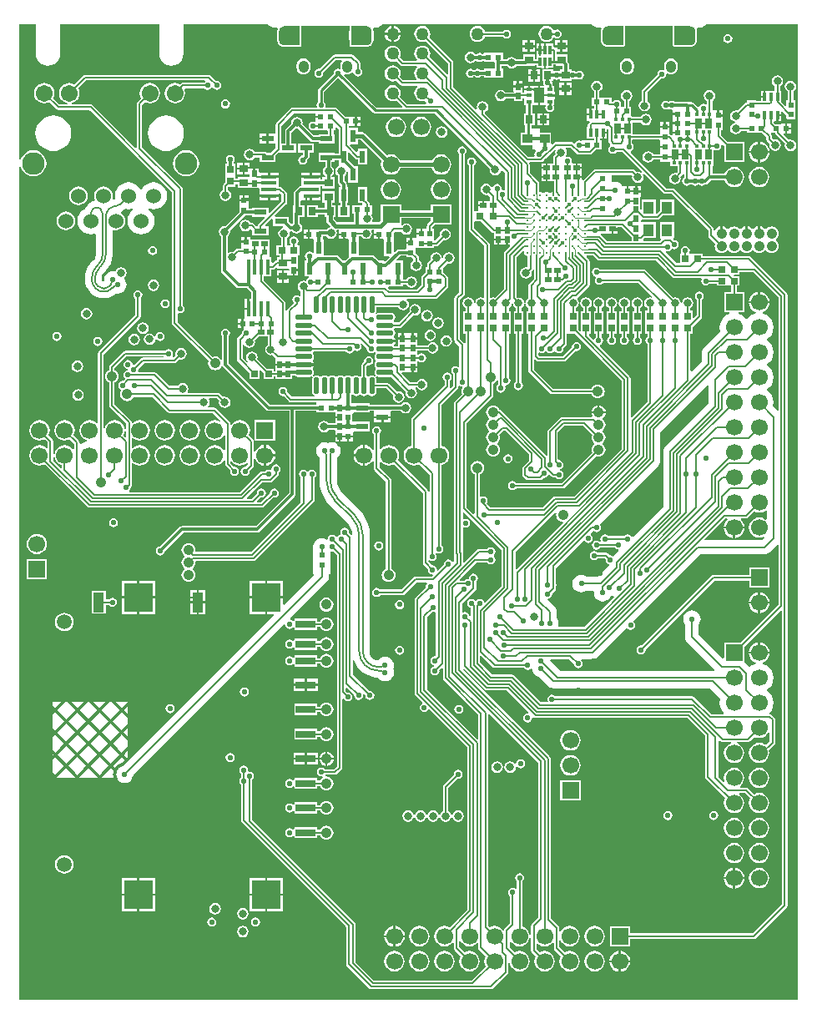
<source format=gbl>
G04 Layer_Physical_Order=4*
G04 Layer_Color=16711680*
%FSLAX43Y43*%
%MOMM*%
G71*
G01*
G75*
%ADD10C,0.180*%
%ADD11C,0.140*%
%ADD13C,0.550*%
%ADD14R,0.600X0.550*%
%ADD15R,0.800X0.650*%
%ADD16R,0.800X0.850*%
%ADD17R,0.500X0.650*%
%ADD19R,0.550X0.600*%
%ADD21R,0.700X0.700*%
%ADD22R,1.000X0.950*%
%ADD23R,0.650X0.500*%
%ADD36R,1.300X0.600*%
%ADD53R,0.850X0.800*%
%ADD57R,0.650X0.800*%
%ADD58C,0.200*%
%ADD59C,0.250*%
%ADD60C,0.300*%
%ADD61C,0.400*%
%ADD62R,0.900X0.300*%
%ADD65C,1.050*%
%ADD66C,1.500*%
%ADD67C,1.524*%
%ADD68C,1.702*%
%ADD69C,2.286*%
%ADD70C,3.600*%
G04:AMPARAMS|DCode=71|XSize=2.1mm|YSize=1.9mm|CornerRadius=0.494mm|HoleSize=0mm|Usage=FLASHONLY|Rotation=0.000|XOffset=0mm|YOffset=0mm|HoleType=Round|Shape=RoundedRectangle|*
%AMROUNDEDRECTD71*
21,1,2.100,0.912,0,0,0.0*
21,1,1.112,1.900,0,0,0.0*
1,1,0.988,0.556,-0.456*
1,1,0.988,-0.556,-0.456*
1,1,0.988,-0.556,0.456*
1,1,0.988,0.556,0.456*
%
%ADD71ROUNDEDRECTD71*%
G04:AMPARAMS|DCode=72|XSize=1.05mm|YSize=1.25mm|CornerRadius=0.525mm|HoleSize=0mm|Usage=FLASHONLY|Rotation=180.000|XOffset=0mm|YOffset=0mm|HoleType=Round|Shape=RoundedRectangle|*
%AMROUNDEDRECTD72*
21,1,1.050,0.200,0,0,180.0*
21,1,0.000,1.250,0,0,180.0*
1,1,1.050,0.000,0.100*
1,1,1.050,0.000,0.100*
1,1,1.050,0.000,-0.100*
1,1,1.050,0.000,-0.100*
%
%ADD72ROUNDEDRECTD72*%
%ADD73C,1.700*%
%ADD74R,1.700X1.700*%
%ADD75R,1.700X1.700*%
%ADD76C,0.400*%
%ADD77C,0.700*%
%ADD97R,0.720X1.050*%
%ADD98R,0.350X0.300*%
%ADD99C,1.270*%
%ADD100R,3.000X3.000*%
%ADD101R,2.000X0.800*%
%ADD102R,1.100X2.000*%
%ADD103R,1.000X1.600*%
%ADD104R,0.600X0.300*%
%ADD105R,1.050X1.300*%
%ADD106C,0.280*%
%ADD107R,0.300X0.850*%
%ADD108R,0.300X0.950*%
%ADD109R,0.350X0.850*%
%ADD110R,0.600X1.300*%
%ADD111O,1.750X0.550*%
%ADD112O,0.550X1.750*%
%ADD113R,0.450X1.600*%
%ADD114R,1.600X0.450*%
%ADD115C,0.800*%
%ADD116C,0.125*%
%ADD117C,0.150*%
%ADD118C,0.175*%
%ADD119R,3.171X0.229*%
G36*
X-18200Y-2625D02*
X-19800D01*
X-19848Y-2621D01*
X-19901Y-2614D01*
X-19954Y-2599D01*
X-19997Y-2583D01*
X-20039Y-2563D01*
X-20083Y-2535D01*
X-20121Y-2506D01*
X-20160Y-2472D01*
X-20189Y-2436D01*
X-20217Y-2399D01*
X-20241Y-2358D01*
X-20261Y-2316D01*
X-20277Y-2274D01*
X-20289Y-2223D01*
X-20296Y-2178D01*
X-20300Y-2125D01*
Y-1225D01*
X-20296Y-1170D01*
X-20288Y-1125D01*
X-20276Y-1075D01*
X-20260Y-1035D01*
X-20247Y-1002D01*
X-20222Y-959D01*
X-20196Y-922D01*
X-20165Y-884D01*
X-20120Y-843D01*
X-20080Y-813D01*
X-20034Y-784D01*
X-19981Y-760D01*
X-19894Y-734D01*
X-19800Y-725D01*
X-18200D01*
Y-2625D01*
D02*
G37*
G36*
X-11352Y-729D02*
X-11299Y-736D01*
X-11246Y-751D01*
X-11203Y-767D01*
X-11161Y-787D01*
X-11117Y-815D01*
X-11079Y-844D01*
X-11040Y-878D01*
X-11011Y-914D01*
X-10983Y-951D01*
X-10959Y-992D01*
X-10939Y-1034D01*
X-10923Y-1076D01*
X-10911Y-1127D01*
X-10904Y-1172D01*
X-10900Y-1225D01*
Y-2125D01*
X-10904Y-2180D01*
X-10912Y-2225D01*
X-10924Y-2275D01*
X-10940Y-2315D01*
X-10953Y-2348D01*
X-10978Y-2391D01*
X-11004Y-2428D01*
X-11035Y-2466D01*
X-11080Y-2507D01*
X-11120Y-2537D01*
X-11166Y-2566D01*
X-11219Y-2590D01*
X-11306Y-2616D01*
X-11400Y-2625D01*
X-13000D01*
Y-725D01*
X-11400D01*
X-11352Y-729D01*
D02*
G37*
G36*
X-51034Y-2625D02*
X-52634D01*
X-52682Y-2621D01*
X-52735Y-2614D01*
X-52788Y-2599D01*
X-52831Y-2583D01*
X-52873Y-2563D01*
X-52917Y-2535D01*
X-52955Y-2506D01*
X-52994Y-2472D01*
X-53023Y-2436D01*
X-53051Y-2399D01*
X-53075Y-2358D01*
X-53095Y-2316D01*
X-53111Y-2274D01*
X-53123Y-2223D01*
X-53130Y-2178D01*
X-53134Y-2125D01*
Y-1225D01*
X-53130Y-1170D01*
X-53122Y-1125D01*
X-53110Y-1075D01*
X-53094Y-1035D01*
X-53081Y-1002D01*
X-53056Y-959D01*
X-53030Y-922D01*
X-52999Y-884D01*
X-52954Y-843D01*
X-52914Y-813D01*
X-52868Y-784D01*
X-52815Y-760D01*
X-52728Y-734D01*
X-52634Y-725D01*
X-51034D01*
Y-2625D01*
D02*
G37*
G36*
X-44186Y-729D02*
X-44133Y-736D01*
X-44080Y-751D01*
X-44037Y-767D01*
X-43995Y-787D01*
X-43951Y-815D01*
X-43913Y-844D01*
X-43874Y-878D01*
X-43845Y-914D01*
X-43817Y-951D01*
X-43793Y-992D01*
X-43773Y-1034D01*
X-43757Y-1076D01*
X-43745Y-1127D01*
X-43738Y-1172D01*
X-43734Y-1225D01*
Y-2125D01*
X-43738Y-2180D01*
X-43746Y-2225D01*
X-43758Y-2275D01*
X-43774Y-2315D01*
X-43787Y-2348D01*
X-43812Y-2391D01*
X-43838Y-2428D01*
X-43869Y-2466D01*
X-43914Y-2507D01*
X-43954Y-2537D01*
X-44000Y-2566D01*
X-44053Y-2590D01*
X-44140Y-2616D01*
X-44234Y-2625D01*
X-45834D01*
Y-725D01*
X-44234D01*
X-44186Y-729D01*
D02*
G37*
G36*
X-529Y-99471D02*
X-79471D01*
Y-76925D01*
X-76443Y-76925D01*
X-76346D01*
X-76300Y-77002D01*
Y-77100D01*
X-69519D01*
X-69424Y-77224D01*
X-69241Y-77364D01*
X-69028Y-77452D01*
X-68800Y-77483D01*
X-68572Y-77452D01*
X-68359Y-77364D01*
X-68176Y-77224D01*
X-68036Y-77041D01*
X-67948Y-76828D01*
X-67935Y-76734D01*
X-52632Y-61431D01*
X-52494Y-61472D01*
X-52474Y-61576D01*
X-52374Y-61724D01*
X-52226Y-61824D01*
X-52050Y-61859D01*
X-51874Y-61824D01*
X-51726Y-61724D01*
X-51600Y-61765D01*
Y-61975D01*
X-49250D01*
Y-61680D01*
X-48967D01*
X-48936Y-61753D01*
X-48824Y-61899D01*
X-48678Y-62011D01*
X-48508Y-62082D01*
X-48325Y-62106D01*
X-48142Y-62082D01*
X-47972Y-62011D01*
X-47826Y-61899D01*
X-47714Y-61753D01*
X-47643Y-61583D01*
X-47619Y-61400D01*
X-47643Y-61217D01*
X-47714Y-61047D01*
X-47826Y-60901D01*
X-47972Y-60789D01*
X-48142Y-60718D01*
X-48325Y-60694D01*
X-48508Y-60718D01*
X-48678Y-60789D01*
X-48824Y-60901D01*
X-48936Y-61047D01*
X-48967Y-61120D01*
X-49250D01*
Y-60825D01*
X-51600D01*
Y-61035D01*
X-51726Y-61076D01*
X-51874Y-60976D01*
X-51978Y-60956D01*
X-52019Y-60818D01*
X-48301Y-57099D01*
X-48189Y-56953D01*
X-48118Y-56783D01*
X-48094Y-56600D01*
Y-56275D01*
X-47925D01*
Y-55275D01*
Y-54074D01*
X-47798Y-53969D01*
X-47725Y-53984D01*
X-47673Y-53973D01*
X-47280Y-54366D01*
Y-75800D01*
X-47575Y-76095D01*
X-48471D01*
X-48501Y-76051D01*
X-48649Y-75951D01*
X-48825Y-75916D01*
X-49001Y-75951D01*
X-49149Y-76051D01*
X-49249Y-76199D01*
X-49284Y-76375D01*
X-49249Y-76551D01*
X-49149Y-76699D01*
X-49001Y-76799D01*
X-48825Y-76834D01*
X-48759Y-76821D01*
X-48705Y-76940D01*
X-48824Y-77031D01*
X-48936Y-77177D01*
X-48967Y-77250D01*
X-49250D01*
Y-76955D01*
X-51600D01*
Y-77165D01*
X-51726Y-77206D01*
X-51874Y-77106D01*
X-52050Y-77071D01*
X-52226Y-77106D01*
X-52374Y-77206D01*
X-52474Y-77354D01*
X-52509Y-77530D01*
X-52474Y-77706D01*
X-52374Y-77854D01*
X-52226Y-77954D01*
X-52050Y-77989D01*
X-51874Y-77954D01*
X-51726Y-77854D01*
X-51600Y-77895D01*
Y-78105D01*
X-49250D01*
Y-77810D01*
X-48967D01*
X-48936Y-77883D01*
X-48824Y-78029D01*
X-48678Y-78141D01*
X-48508Y-78212D01*
X-48325Y-78236D01*
X-48142Y-78212D01*
X-47972Y-78141D01*
X-47826Y-78029D01*
X-47714Y-77883D01*
X-47643Y-77713D01*
X-47619Y-77530D01*
X-47643Y-77347D01*
X-47714Y-77177D01*
X-47826Y-77031D01*
X-47972Y-76919D01*
X-48142Y-76848D01*
X-48325Y-76824D01*
X-48373Y-76830D01*
X-48488Y-76740D01*
X-48414Y-76655D01*
X-47459D01*
X-47352Y-76634D01*
X-47261Y-76573D01*
X-46802Y-76114D01*
X-46741Y-76023D01*
X-46720Y-75916D01*
Y-69018D01*
X-46602Y-68940D01*
X-46593Y-68941D01*
X-46499Y-69081D01*
X-46351Y-69180D01*
X-46175Y-69215D01*
X-45999Y-69180D01*
X-45851Y-69081D01*
X-45751Y-68932D01*
X-45716Y-68756D01*
X-45751Y-68581D01*
X-45851Y-68432D01*
X-45999Y-68332D01*
X-46175Y-68298D01*
X-46227Y-68308D01*
X-46370Y-68165D01*
Y-67878D01*
X-46252Y-67829D01*
X-45523Y-68558D01*
X-45534Y-68610D01*
X-45499Y-68786D01*
X-45399Y-68934D01*
X-45251Y-69034D01*
X-45075Y-69069D01*
X-44899Y-69034D01*
X-44751Y-68934D01*
X-44651Y-68786D01*
X-44616Y-68610D01*
X-44641Y-68485D01*
X-44524Y-68423D01*
X-44373Y-68573D01*
X-44384Y-68625D01*
X-44349Y-68801D01*
X-44249Y-68949D01*
X-44101Y-69049D01*
X-43925Y-69084D01*
X-43749Y-69049D01*
X-43601Y-68949D01*
X-43501Y-68801D01*
X-43466Y-68625D01*
X-43501Y-68449D01*
X-43601Y-68301D01*
X-43749Y-68201D01*
X-43925Y-68166D01*
X-43977Y-68177D01*
X-45670Y-66484D01*
Y-65060D01*
X-45543Y-65035D01*
X-45416Y-65341D01*
X-45196Y-65699D01*
X-44923Y-66019D01*
X-44604Y-66292D01*
X-44245Y-66511D01*
X-43857Y-66672D01*
X-43448Y-66770D01*
X-43088Y-66799D01*
X-42999Y-66914D01*
X-42816Y-67054D01*
X-42603Y-67142D01*
X-42375Y-67173D01*
X-42147Y-67142D01*
X-41934Y-67054D01*
X-41751Y-66914D01*
X-41611Y-66731D01*
X-41523Y-66518D01*
X-41492Y-66290D01*
X-41523Y-66062D01*
X-41583Y-65915D01*
X-41523Y-65768D01*
X-41492Y-65540D01*
X-41523Y-65312D01*
X-41611Y-65099D01*
X-41751Y-64916D01*
X-41934Y-64776D01*
X-42147Y-64688D01*
X-42375Y-64657D01*
X-42603Y-64688D01*
X-42816Y-64776D01*
X-42999Y-64916D01*
X-43081Y-65023D01*
X-43264Y-64999D01*
X-43482Y-64909D01*
X-43669Y-64765D01*
X-43813Y-64578D01*
X-43904Y-64359D01*
X-43934Y-64129D01*
X-43934Y-64125D01*
Y-52358D01*
X-43928D01*
X-43973Y-51792D01*
X-44106Y-51239D01*
X-44323Y-50714D01*
X-44620Y-50230D01*
X-44989Y-49798D01*
X-44993Y-49801D01*
X-46708Y-48086D01*
X-46715Y-48080D01*
X-46939Y-47808D01*
X-47110Y-47489D01*
X-47215Y-47142D01*
X-47249Y-46791D01*
X-47248Y-46782D01*
Y-44486D01*
X-47135Y-44399D01*
X-46995Y-44216D01*
X-46907Y-44003D01*
X-46876Y-43775D01*
X-46907Y-43547D01*
X-46995Y-43334D01*
X-47135Y-43151D01*
X-47318Y-43011D01*
X-47531Y-42923D01*
X-47759Y-42892D01*
X-47987Y-42923D01*
X-48134Y-42983D01*
X-48281Y-42923D01*
X-48509Y-42892D01*
X-48737Y-42923D01*
X-48950Y-43011D01*
X-49133Y-43151D01*
X-49273Y-43334D01*
X-49361Y-43547D01*
X-49392Y-43775D01*
X-49361Y-44003D01*
X-49273Y-44216D01*
X-49133Y-44399D01*
X-49020Y-44486D01*
Y-46782D01*
X-49025D01*
X-48981Y-47348D01*
X-48848Y-47901D01*
X-48630Y-48426D01*
X-48334Y-48910D01*
X-47965Y-49343D01*
X-47961Y-49339D01*
X-46246Y-51054D01*
X-46238Y-51060D01*
X-46014Y-51332D01*
X-45844Y-51652D01*
X-45739Y-51998D01*
X-45716Y-52233D01*
X-45838Y-52291D01*
X-46027Y-52102D01*
X-46016Y-52050D01*
X-46051Y-51874D01*
X-46151Y-51726D01*
X-46299Y-51626D01*
X-46475Y-51591D01*
X-46651Y-51626D01*
X-46799Y-51726D01*
X-46899Y-51874D01*
X-46934Y-52050D01*
X-46899Y-52226D01*
X-46935Y-52313D01*
X-47001Y-52326D01*
X-47149Y-52426D01*
X-47199Y-52499D01*
X-47351D01*
X-47401Y-52426D01*
X-47549Y-52326D01*
X-47725Y-52291D01*
X-47901Y-52326D01*
X-48049Y-52426D01*
X-48149Y-52574D01*
X-48181Y-52737D01*
X-48231Y-52772D01*
X-48303Y-52804D01*
X-48359Y-52761D01*
X-48572Y-52673D01*
X-48800Y-52642D01*
X-49028Y-52673D01*
X-49241Y-52761D01*
X-49424Y-52901D01*
X-49564Y-53084D01*
X-49652Y-53297D01*
X-49683Y-53525D01*
X-49675Y-53582D01*
Y-55275D01*
Y-56275D01*
X-49653D01*
X-49600Y-56402D01*
X-52608Y-59409D01*
X-52725Y-59361D01*
Y-58750D01*
X-54325D01*
Y-60350D01*
X-53714D01*
X-53666Y-60467D01*
X-68183Y-74984D01*
X-68300Y-74936D01*
Y-69100D01*
X-76300D01*
Y-76773D01*
X-76360Y-76900D01*
X-79471D01*
Y-15022D01*
X-79344Y-14997D01*
X-79223Y-15288D01*
X-79012Y-15563D01*
X-78737Y-15774D01*
X-78416Y-15907D01*
X-78072Y-15952D01*
X-77728Y-15907D01*
X-77407Y-15774D01*
X-77132Y-15563D01*
X-76921Y-15288D01*
X-76788Y-14967D01*
X-76743Y-14623D01*
X-76788Y-14279D01*
X-76921Y-13958D01*
X-77132Y-13683D01*
X-77407Y-13472D01*
X-77728Y-13339D01*
X-78072Y-13294D01*
X-78416Y-13339D01*
X-78737Y-13472D01*
X-79012Y-13683D01*
X-79223Y-13958D01*
X-79344Y-14249D01*
X-79471Y-14224D01*
Y-529D01*
X-77808D01*
Y-3500D01*
X-77815D01*
X-77808Y-3600D01*
X-77803Y-3625D01*
X-77791Y-3688D01*
X-77790Y-3690D01*
X-77772Y-3820D01*
X-77649Y-4118D01*
X-77453Y-4374D01*
X-77197Y-4570D01*
X-76899Y-4693D01*
X-76579Y-4736D01*
X-76259Y-4693D01*
X-75961Y-4570D01*
X-75705Y-4374D01*
X-75509Y-4118D01*
X-75386Y-3820D01*
X-75368Y-3690D01*
X-75367Y-3688D01*
X-75355Y-3625D01*
X-75350Y-3600D01*
X-75343Y-3500D01*
X-75350D01*
Y-529D01*
X-65300D01*
Y-3500D01*
X-65306D01*
X-65264Y-3820D01*
X-65141Y-4118D01*
X-64945Y-4374D01*
X-64689Y-4570D01*
X-64391Y-4693D01*
X-64071Y-4736D01*
X-63751Y-4693D01*
X-63453Y-4570D01*
X-63197Y-4374D01*
X-63001Y-4118D01*
X-62877Y-3820D01*
X-62835Y-3500D01*
X-62841D01*
Y-529D01*
X-54311D01*
X-54069Y-715D01*
X-53762Y-842D01*
X-53433Y-885D01*
X-53359Y-876D01*
X-53270Y-992D01*
X-53292Y-1044D01*
X-53300Y-1107D01*
X-53306Y-1139D01*
X-53305Y-1148D01*
X-53308Y-1157D01*
X-53310Y-1180D01*
X-53315Y-1219D01*
Y-2131D01*
X-53309Y-2172D01*
X-53308Y-2191D01*
X-53306Y-2198D01*
X-53306Y-2205D01*
X-53299Y-2250D01*
X-53299Y-2252D01*
X-53292Y-2306D01*
X-53268Y-2363D01*
X-53262Y-2380D01*
X-53260Y-2382D01*
X-53257Y-2390D01*
X-53256Y-2393D01*
X-53253Y-2399D01*
X-53224Y-2468D01*
X-53117Y-2608D01*
X-52977Y-2715D01*
X-52815Y-2783D01*
X-52762Y-2790D01*
X-52758Y-2791D01*
X-52705Y-2798D01*
X-52702Y-2798D01*
X-52700Y-2798D01*
X-52697Y-2799D01*
X-52686Y-2800D01*
X-52640Y-2806D01*
X-51528D01*
X-51510Y-2803D01*
X-51034D01*
X-50966Y-2790D01*
X-50908Y-2751D01*
X-50869Y-2693D01*
X-50856Y-2625D01*
Y-2149D01*
X-50853Y-2131D01*
Y-1219D01*
X-50856Y-1201D01*
Y-725D01*
X-50803Y-661D01*
X-46065D01*
X-46012Y-725D01*
Y-1201D01*
X-46015Y-1219D01*
Y-2131D01*
X-46012Y-2149D01*
Y-2625D01*
X-45999Y-2693D01*
X-45960Y-2751D01*
X-45902Y-2790D01*
X-45834Y-2803D01*
X-45358D01*
X-45340Y-2806D01*
X-44228D01*
X-44169Y-2798D01*
X-44123Y-2794D01*
X-44113Y-2791D01*
X-44053Y-2783D01*
X-43982Y-2753D01*
X-43979Y-2753D01*
X-43969Y-2748D01*
X-43891Y-2715D01*
X-43751Y-2608D01*
X-43644Y-2468D01*
X-43576Y-2306D01*
X-43568Y-2243D01*
X-43562Y-2211D01*
X-43563Y-2202D01*
X-43560Y-2193D01*
X-43558Y-2170D01*
X-43553Y-2131D01*
Y-1219D01*
X-43559Y-1178D01*
X-43560Y-1159D01*
X-43562Y-1152D01*
X-43562Y-1145D01*
X-43569Y-1100D01*
X-43569Y-1098D01*
X-43576Y-1044D01*
X-43600Y-987D01*
X-43560Y-912D01*
X-43509Y-876D01*
X-43434Y-885D01*
X-43105Y-842D01*
X-42798Y-715D01*
X-42556Y-529D01*
X-21477D01*
X-21235Y-715D01*
X-20928Y-842D01*
X-20599Y-885D01*
X-20525Y-876D01*
X-20436Y-992D01*
X-20458Y-1044D01*
X-20466Y-1107D01*
X-20472Y-1139D01*
X-20471Y-1148D01*
X-20474Y-1157D01*
X-20476Y-1180D01*
X-20481Y-1219D01*
Y-2131D01*
X-20475Y-2172D01*
X-20474Y-2191D01*
X-20472Y-2198D01*
X-20472Y-2205D01*
X-20465Y-2250D01*
X-20465Y-2252D01*
X-20458Y-2306D01*
X-20434Y-2363D01*
X-20428Y-2380D01*
X-20426Y-2382D01*
X-20423Y-2390D01*
X-20422Y-2393D01*
X-20419Y-2399D01*
X-20390Y-2468D01*
X-20283Y-2608D01*
X-20143Y-2715D01*
X-19981Y-2783D01*
X-19928Y-2790D01*
X-19924Y-2791D01*
X-19871Y-2798D01*
X-19868Y-2798D01*
X-19866Y-2798D01*
X-19863Y-2799D01*
X-19852Y-2800D01*
X-19806Y-2806D01*
X-18694D01*
X-18676Y-2803D01*
X-18200D01*
X-18132Y-2790D01*
X-18074Y-2751D01*
X-18035Y-2693D01*
X-18022Y-2625D01*
Y-2149D01*
X-18019Y-2131D01*
Y-1219D01*
X-18022Y-1201D01*
Y-725D01*
X-17969Y-661D01*
X-13231D01*
X-13178Y-725D01*
Y-1201D01*
X-13181Y-1219D01*
Y-2131D01*
X-13178Y-2149D01*
Y-2625D01*
X-13165Y-2693D01*
X-13126Y-2751D01*
X-13068Y-2790D01*
X-13000Y-2803D01*
X-12524D01*
X-12506Y-2806D01*
X-11394D01*
X-11335Y-2798D01*
X-11289Y-2794D01*
X-11279Y-2791D01*
X-11219Y-2783D01*
X-11148Y-2753D01*
X-11145Y-2753D01*
X-11135Y-2748D01*
X-11057Y-2715D01*
X-10917Y-2608D01*
X-10810Y-2468D01*
X-10742Y-2306D01*
X-10734Y-2243D01*
X-10728Y-2211D01*
X-10729Y-2202D01*
X-10726Y-2193D01*
X-10724Y-2170D01*
X-10719Y-2131D01*
Y-1219D01*
X-10725Y-1178D01*
X-10726Y-1159D01*
X-10728Y-1152D01*
X-10728Y-1145D01*
X-10735Y-1100D01*
X-10735Y-1098D01*
X-10742Y-1044D01*
X-10766Y-987D01*
X-10726Y-912D01*
X-10675Y-876D01*
X-10600Y-885D01*
X-10271Y-842D01*
X-9964Y-715D01*
X-9722Y-529D01*
X-529D01*
Y-99471D01*
D02*
G37*
%LPC*%
G36*
X-70700Y-57975D02*
X-72150D01*
Y-60325D01*
X-70700D01*
Y-59430D01*
X-70404D01*
X-70374Y-59474D01*
X-70226Y-59574D01*
X-70050Y-59609D01*
X-69874Y-59574D01*
X-69726Y-59474D01*
X-69626Y-59326D01*
X-69591Y-59150D01*
X-69626Y-58974D01*
X-69726Y-58826D01*
X-69874Y-58726D01*
X-70050Y-58691D01*
X-70226Y-58726D01*
X-70374Y-58826D01*
X-70404Y-58870D01*
X-70700D01*
Y-57975D01*
D02*
G37*
G36*
X-61475Y-57950D02*
X-62125D01*
Y-59050D01*
X-61475D01*
Y-57950D01*
D02*
G37*
G36*
X-60625D02*
X-61275D01*
Y-59050D01*
X-60625D01*
Y-57950D01*
D02*
G37*
G36*
X-40900Y-58941D02*
X-41076Y-58976D01*
X-41224Y-59076D01*
X-41324Y-59224D01*
X-41359Y-59400D01*
X-41324Y-59576D01*
X-41224Y-59724D01*
X-41076Y-59824D01*
X-40900Y-59859D01*
X-40724Y-59824D01*
X-40576Y-59724D01*
X-40476Y-59576D01*
X-40441Y-59400D01*
X-40476Y-59224D01*
X-40576Y-59076D01*
X-40724Y-58976D01*
X-40900Y-58941D01*
D02*
G37*
G36*
X-65725Y-58750D02*
X-67325D01*
Y-60350D01*
X-65725D01*
Y-58750D01*
D02*
G37*
G36*
X-54525Y-58750D02*
X-56125D01*
Y-60350D01*
X-54525D01*
Y-58750D01*
D02*
G37*
G36*
X-48325Y-58694D02*
X-48508Y-58718D01*
X-48678Y-58789D01*
X-48824Y-58901D01*
X-48936Y-59047D01*
X-49007Y-59217D01*
X-49031Y-59400D01*
X-49007Y-59583D01*
X-48936Y-59753D01*
X-48824Y-59899D01*
X-48678Y-60011D01*
X-48508Y-60082D01*
X-48325Y-60106D01*
X-48142Y-60082D01*
X-47972Y-60011D01*
X-47826Y-59899D01*
X-47714Y-59753D01*
X-47643Y-59583D01*
X-47619Y-59400D01*
X-47643Y-59217D01*
X-47714Y-59047D01*
X-47826Y-58901D01*
X-47972Y-58789D01*
X-48142Y-58718D01*
X-48325Y-58694D01*
D02*
G37*
G36*
X-54525Y-56950D02*
X-56125D01*
Y-58550D01*
X-54525D01*
Y-56950D01*
D02*
G37*
G36*
X-52725D02*
X-54325D01*
Y-58550D01*
X-52725D01*
Y-56950D01*
D02*
G37*
G36*
X-67525D02*
X-69125D01*
Y-58550D01*
X-67525D01*
Y-56950D01*
D02*
G37*
G36*
X-76675Y-54757D02*
X-78725D01*
Y-56807D01*
X-76675D01*
Y-54757D01*
D02*
G37*
G36*
X-65725Y-56950D02*
X-67325D01*
Y-58550D01*
X-65725D01*
Y-56950D01*
D02*
G37*
G36*
X-43025Y-52991D02*
X-43201Y-53026D01*
X-43349Y-53126D01*
X-43449Y-53274D01*
X-43484Y-53450D01*
X-43449Y-53626D01*
X-43349Y-53774D01*
X-43201Y-53874D01*
X-43025Y-53909D01*
X-42849Y-53874D01*
X-42701Y-53774D01*
X-42601Y-53626D01*
X-42566Y-53450D01*
X-42601Y-53274D01*
X-42701Y-53126D01*
X-42849Y-53026D01*
X-43025Y-52991D01*
D02*
G37*
G36*
X-77700Y-52209D02*
X-77968Y-52244D01*
X-78217Y-52347D01*
X-78431Y-52511D01*
X-78595Y-52726D01*
X-78699Y-52975D01*
X-78734Y-53243D01*
X-78699Y-53510D01*
X-78595Y-53759D01*
X-78431Y-53974D01*
X-78217Y-54138D01*
X-77968Y-54241D01*
X-77700Y-54276D01*
X-77432Y-54241D01*
X-77183Y-54138D01*
X-76969Y-53974D01*
X-76805Y-53759D01*
X-76701Y-53510D01*
X-76666Y-53243D01*
X-76701Y-52975D01*
X-76805Y-52726D01*
X-76969Y-52511D01*
X-77183Y-52347D01*
X-77432Y-52244D01*
X-77700Y-52209D01*
D02*
G37*
G36*
X-49225Y-66930D02*
X-50325D01*
Y-67430D01*
X-49225D01*
Y-66930D01*
D02*
G37*
G36*
X-48325Y-64394D02*
X-48508Y-64418D01*
X-48678Y-64489D01*
X-48824Y-64601D01*
X-48936Y-64747D01*
X-48967Y-64820D01*
X-49250D01*
Y-64525D01*
X-51600D01*
Y-64735D01*
X-51726Y-64776D01*
X-51874Y-64676D01*
X-52050Y-64641D01*
X-52226Y-64676D01*
X-52374Y-64776D01*
X-52474Y-64924D01*
X-52509Y-65100D01*
X-52474Y-65276D01*
X-52374Y-65424D01*
X-52226Y-65524D01*
X-52050Y-65559D01*
X-51874Y-65524D01*
X-51726Y-65424D01*
X-51600Y-65465D01*
Y-65675D01*
X-49250D01*
Y-65380D01*
X-48967D01*
X-48936Y-65453D01*
X-48824Y-65599D01*
X-48678Y-65711D01*
X-48508Y-65782D01*
X-48325Y-65806D01*
X-48142Y-65782D01*
X-47972Y-65711D01*
X-47826Y-65599D01*
X-47714Y-65453D01*
X-47643Y-65283D01*
X-47619Y-65100D01*
X-47643Y-64917D01*
X-47714Y-64747D01*
X-47826Y-64601D01*
X-47972Y-64489D01*
X-48142Y-64418D01*
X-48325Y-64394D01*
D02*
G37*
G36*
X-40925Y-63591D02*
X-41101Y-63626D01*
X-41249Y-63726D01*
X-41349Y-63874D01*
X-41384Y-64050D01*
X-41349Y-64226D01*
X-41249Y-64374D01*
X-41101Y-64474D01*
X-40925Y-64509D01*
X-40749Y-64474D01*
X-40601Y-64374D01*
X-40501Y-64226D01*
X-40466Y-64050D01*
X-40501Y-63874D01*
X-40601Y-63726D01*
X-40749Y-63626D01*
X-40925Y-63591D01*
D02*
G37*
G36*
X-50525Y-66930D02*
X-51625D01*
Y-67430D01*
X-50525D01*
Y-66930D01*
D02*
G37*
G36*
X-56650Y-67816D02*
X-56826Y-67851D01*
X-56974Y-67951D01*
X-57074Y-68099D01*
X-57109Y-68275D01*
X-57074Y-68451D01*
X-56974Y-68599D01*
X-56826Y-68699D01*
X-56650Y-68734D01*
X-56474Y-68699D01*
X-56326Y-68599D01*
X-56226Y-68451D01*
X-56191Y-68275D01*
X-56226Y-68099D01*
X-56326Y-67951D01*
X-56474Y-67851D01*
X-56650Y-67816D01*
D02*
G37*
G36*
X-50525Y-67630D02*
X-51625D01*
Y-68130D01*
X-50525D01*
Y-67630D01*
D02*
G37*
G36*
X-49225D02*
X-50325D01*
Y-68130D01*
X-49225D01*
Y-67630D01*
D02*
G37*
G36*
X-61475Y-59250D02*
X-62125D01*
Y-60350D01*
X-61475D01*
Y-59250D01*
D02*
G37*
G36*
X-60625D02*
X-61275D01*
Y-60350D01*
X-60625D01*
Y-59250D01*
D02*
G37*
G36*
X-67525Y-58750D02*
X-69125D01*
Y-60350D01*
X-67525D01*
Y-58750D01*
D02*
G37*
G36*
X-74925Y-60217D02*
X-75166Y-60249D01*
X-75391Y-60342D01*
X-75585Y-60490D01*
X-75733Y-60684D01*
X-75826Y-60909D01*
X-75858Y-61150D01*
X-75826Y-61391D01*
X-75733Y-61616D01*
X-75585Y-61810D01*
X-75391Y-61958D01*
X-75166Y-62051D01*
X-74925Y-62083D01*
X-74684Y-62051D01*
X-74459Y-61958D01*
X-74265Y-61810D01*
X-74117Y-61616D01*
X-74024Y-61391D01*
X-73992Y-61150D01*
X-74024Y-60909D01*
X-74117Y-60684D01*
X-74265Y-60490D01*
X-74459Y-60342D01*
X-74684Y-60249D01*
X-74925Y-60217D01*
D02*
G37*
G36*
X-4530Y-63244D02*
X-4704Y-63267D01*
X-4960Y-63373D01*
X-5179Y-63541D01*
X-5347Y-63760D01*
X-5453Y-64016D01*
X-5476Y-64190D01*
X-4530D01*
Y-63244D01*
D02*
G37*
G36*
X-4330D02*
Y-64190D01*
X-3384D01*
X-3407Y-64016D01*
X-3513Y-63760D01*
X-3681Y-63541D01*
X-3900Y-63373D01*
X-4156Y-63267D01*
X-4330Y-63244D01*
D02*
G37*
G36*
X-48325Y-62694D02*
X-48508Y-62718D01*
X-48678Y-62789D01*
X-48824Y-62901D01*
X-48936Y-63047D01*
X-48967Y-63120D01*
X-49250D01*
Y-62825D01*
X-51600D01*
Y-63035D01*
X-51726Y-63076D01*
X-51874Y-62976D01*
X-52050Y-62941D01*
X-52226Y-62976D01*
X-52374Y-63076D01*
X-52474Y-63224D01*
X-52509Y-63400D01*
X-52474Y-63576D01*
X-52374Y-63724D01*
X-52226Y-63824D01*
X-52050Y-63859D01*
X-51874Y-63824D01*
X-51726Y-63724D01*
X-51600Y-63765D01*
Y-63975D01*
X-49250D01*
Y-63680D01*
X-48967D01*
X-48936Y-63753D01*
X-48824Y-63899D01*
X-48678Y-64011D01*
X-48508Y-64082D01*
X-48325Y-64106D01*
X-48142Y-64082D01*
X-47972Y-64011D01*
X-47826Y-63899D01*
X-47714Y-63753D01*
X-47643Y-63583D01*
X-47619Y-63400D01*
X-47643Y-63217D01*
X-47714Y-63047D01*
X-47826Y-62901D01*
X-47972Y-62789D01*
X-48142Y-62718D01*
X-48325Y-62694D01*
D02*
G37*
G36*
X-69925Y-50641D02*
X-70101Y-50676D01*
X-70249Y-50776D01*
X-70349Y-50924D01*
X-70384Y-51100D01*
X-70349Y-51276D01*
X-70249Y-51424D01*
X-70101Y-51524D01*
X-69925Y-51559D01*
X-69749Y-51524D01*
X-69601Y-51424D01*
X-69501Y-51276D01*
X-69466Y-51100D01*
X-69501Y-50924D01*
X-69601Y-50776D01*
X-69749Y-50676D01*
X-69925Y-50641D01*
D02*
G37*
G36*
X-36175Y-32064D02*
X-36399Y-32108D01*
X-36590Y-32235D01*
X-36717Y-32426D01*
X-36761Y-32650D01*
X-36717Y-32874D01*
X-36590Y-33065D01*
X-36399Y-33192D01*
X-36175Y-33236D01*
X-35951Y-33192D01*
X-35760Y-33065D01*
X-35633Y-32874D01*
X-35589Y-32650D01*
X-35633Y-32426D01*
X-35760Y-32235D01*
X-35951Y-32108D01*
X-36175Y-32064D01*
D02*
G37*
G36*
X-71525Y-32241D02*
X-71701Y-32276D01*
X-71849Y-32376D01*
X-71949Y-32524D01*
X-71984Y-32700D01*
X-71949Y-32876D01*
X-71849Y-33024D01*
X-71701Y-33124D01*
X-71525Y-33159D01*
X-71349Y-33124D01*
X-71201Y-33024D01*
X-71101Y-32876D01*
X-71066Y-32700D01*
X-71101Y-32524D01*
X-71201Y-32376D01*
X-71349Y-32276D01*
X-71525Y-32241D01*
D02*
G37*
G36*
X-67840Y-31903D02*
X-68064Y-31948D01*
X-68255Y-32075D01*
X-68382Y-32265D01*
X-68426Y-32490D01*
X-68382Y-32714D01*
X-68255Y-32904D01*
X-68064Y-33031D01*
X-67840Y-33076D01*
X-67616Y-33031D01*
X-67425Y-32904D01*
X-67298Y-32714D01*
X-67254Y-32490D01*
X-67298Y-32265D01*
X-67425Y-32075D01*
X-67616Y-31948D01*
X-67840Y-31903D01*
D02*
G37*
G36*
X-67454Y-27516D02*
X-67629Y-27551D01*
X-67778Y-27651D01*
X-67878Y-27799D01*
X-67912Y-27975D01*
X-67878Y-28151D01*
X-67778Y-28299D01*
X-67734Y-28329D01*
Y-29997D01*
X-71423Y-33687D01*
X-71484Y-33777D01*
X-71505Y-33885D01*
Y-40935D01*
X-71510Y-40937D01*
X-71632Y-40964D01*
X-71833Y-40810D01*
X-72082Y-40706D01*
X-72350Y-40671D01*
X-72618Y-40706D01*
X-72867Y-40810D01*
X-73081Y-40974D01*
X-73245Y-41188D01*
X-73349Y-41437D01*
X-73384Y-41705D01*
X-73349Y-41973D01*
X-73245Y-42222D01*
X-73081Y-42436D01*
X-72867Y-42600D01*
X-72643Y-42693D01*
X-72642Y-42800D01*
X-72648Y-42822D01*
X-72729Y-42832D01*
X-73081Y-42978D01*
X-73256Y-43112D01*
X-73370Y-43056D01*
Y-42945D01*
X-73370Y-42945D01*
X-73391Y-42838D01*
X-73452Y-42747D01*
X-73452Y-42747D01*
X-73989Y-42209D01*
X-73891Y-41973D01*
X-73856Y-41705D01*
X-73891Y-41437D01*
X-73995Y-41188D01*
X-74159Y-40974D01*
X-74373Y-40810D01*
X-74622Y-40706D01*
X-74890Y-40671D01*
X-75158Y-40706D01*
X-75407Y-40810D01*
X-75621Y-40974D01*
X-75785Y-41188D01*
X-75889Y-41437D01*
X-75924Y-41705D01*
X-75889Y-41973D01*
X-75785Y-42222D01*
X-75621Y-42436D01*
X-75407Y-42600D01*
X-75158Y-42704D01*
X-74890Y-42739D01*
X-74622Y-42704D01*
X-74386Y-42606D01*
X-73930Y-43061D01*
Y-43603D01*
X-74057Y-43646D01*
X-74159Y-43514D01*
X-74373Y-43350D01*
X-74622Y-43246D01*
X-74890Y-43211D01*
X-75158Y-43246D01*
X-75407Y-43350D01*
X-75621Y-43514D01*
X-75785Y-43728D01*
X-75889Y-43977D01*
X-75924Y-44245D01*
X-75889Y-44513D01*
X-75785Y-44762D01*
X-75621Y-44976D01*
X-75407Y-45140D01*
X-75170Y-45238D01*
Y-45482D01*
X-75288Y-45530D01*
X-76055Y-44763D01*
Y-42810D01*
X-76075Y-42707D01*
X-76134Y-42619D01*
X-76534Y-42219D01*
X-76431Y-41973D01*
X-76396Y-41705D01*
X-76431Y-41437D01*
X-76535Y-41188D01*
X-76699Y-40974D01*
X-76913Y-40810D01*
X-77162Y-40706D01*
X-77430Y-40671D01*
X-77698Y-40706D01*
X-77947Y-40810D01*
X-78161Y-40974D01*
X-78325Y-41188D01*
X-78429Y-41437D01*
X-78464Y-41705D01*
X-78429Y-41973D01*
X-78325Y-42222D01*
X-78161Y-42436D01*
X-77947Y-42600D01*
X-77698Y-42704D01*
X-77430Y-42739D01*
X-77162Y-42704D01*
X-76916Y-42601D01*
X-76595Y-42922D01*
Y-43459D01*
X-76722Y-43496D01*
X-76913Y-43350D01*
X-77162Y-43246D01*
X-77430Y-43211D01*
X-77698Y-43246D01*
X-77947Y-43350D01*
X-78161Y-43514D01*
X-78325Y-43728D01*
X-78429Y-43977D01*
X-78464Y-44245D01*
X-78429Y-44513D01*
X-78325Y-44762D01*
X-78161Y-44976D01*
X-77947Y-45140D01*
X-77698Y-45244D01*
X-77430Y-45279D01*
X-77162Y-45244D01*
X-76916Y-45141D01*
X-72571Y-49486D01*
X-72483Y-49545D01*
X-72380Y-49565D01*
X-54845D01*
X-54742Y-49545D01*
X-54654Y-49486D01*
X-53689Y-48521D01*
X-53625Y-48534D01*
X-53449Y-48499D01*
X-53301Y-48399D01*
X-53201Y-48251D01*
X-53166Y-48075D01*
X-53201Y-47899D01*
X-53301Y-47751D01*
X-53449Y-47651D01*
X-53625Y-47616D01*
X-53801Y-47651D01*
X-53949Y-47751D01*
X-54049Y-47899D01*
X-54084Y-48075D01*
X-54071Y-48139D01*
X-54957Y-49025D01*
X-55327D01*
X-55375Y-48907D01*
X-54989Y-48521D01*
X-54925Y-48534D01*
X-54749Y-48499D01*
X-54601Y-48399D01*
X-54501Y-48251D01*
X-54466Y-48075D01*
X-54501Y-47899D01*
X-54601Y-47751D01*
X-54749Y-47651D01*
X-54925Y-47616D01*
X-55101Y-47651D01*
X-55249Y-47751D01*
X-55349Y-47899D01*
X-55384Y-48075D01*
X-55371Y-48139D01*
X-55927Y-48695D01*
X-56358D01*
X-56407Y-48577D01*
X-54835Y-47005D01*
X-54013D01*
X-53906Y-46984D01*
X-53815Y-46923D01*
X-53254Y-46363D01*
X-53194Y-46272D01*
X-53172Y-46164D01*
X-53172Y-46164D01*
Y-45981D01*
X-53128Y-45952D01*
X-53029Y-45803D01*
X-52994Y-45627D01*
X-53029Y-45452D01*
X-53128Y-45303D01*
X-53277Y-45203D01*
X-53453Y-45168D01*
X-53628Y-45203D01*
X-53777Y-45303D01*
X-53876Y-45452D01*
X-53911Y-45627D01*
X-53900Y-45687D01*
X-54014Y-45763D01*
X-54031Y-45752D01*
X-54206Y-45717D01*
X-54382Y-45752D01*
X-54531Y-45851D01*
X-54560Y-45895D01*
X-54898D01*
X-55006Y-45917D01*
X-55097Y-45977D01*
X-57114Y-47995D01*
X-68286D01*
X-68324Y-47868D01*
X-68301Y-47852D01*
X-68201Y-47703D01*
X-68166Y-47527D01*
X-68179Y-47463D01*
X-68169Y-47453D01*
X-68110Y-47366D01*
X-68090Y-47262D01*
Y-45057D01*
X-67963Y-45005D01*
X-67787Y-45140D01*
X-67538Y-45244D01*
X-67270Y-45279D01*
X-67002Y-45244D01*
X-66753Y-45140D01*
X-66539Y-44976D01*
X-66375Y-44762D01*
X-66271Y-44513D01*
X-66236Y-44245D01*
X-66271Y-43977D01*
X-66375Y-43728D01*
X-66539Y-43514D01*
X-66753Y-43350D01*
X-67002Y-43246D01*
X-67270Y-43211D01*
X-67538Y-43246D01*
X-67787Y-43350D01*
X-67963Y-43485D01*
X-68090Y-43433D01*
Y-42517D01*
X-67963Y-42465D01*
X-67787Y-42600D01*
X-67538Y-42704D01*
X-67270Y-42739D01*
X-67002Y-42704D01*
X-66753Y-42600D01*
X-66539Y-42436D01*
X-66375Y-42222D01*
X-66271Y-41973D01*
X-66236Y-41705D01*
X-66271Y-41437D01*
X-66375Y-41188D01*
X-66539Y-40974D01*
X-66753Y-40810D01*
X-67002Y-40706D01*
X-67270Y-40671D01*
X-67538Y-40706D01*
X-67787Y-40810D01*
X-67963Y-40945D01*
X-67996Y-40943D01*
X-68077Y-40913D01*
X-68099Y-40895D01*
X-68110Y-40837D01*
X-68169Y-40749D01*
X-69817Y-39101D01*
Y-36871D01*
X-69734Y-36836D01*
X-69588Y-36724D01*
X-69476Y-36578D01*
X-69406Y-36408D01*
X-69381Y-36225D01*
X-69406Y-36042D01*
X-69476Y-35872D01*
X-69588Y-35726D01*
X-69734Y-35614D01*
X-69817Y-35579D01*
Y-35390D01*
X-68621Y-34194D01*
X-64840D01*
X-64835Y-34203D01*
X-64904Y-34330D01*
X-66930D01*
X-67033Y-34350D01*
X-67121Y-34409D01*
X-67799Y-35087D01*
X-67848Y-35087D01*
X-67871Y-35082D01*
X-67892Y-35086D01*
X-67930Y-35086D01*
X-67991Y-35025D01*
X-68026Y-34849D01*
X-68126Y-34701D01*
X-68274Y-34601D01*
X-68450Y-34566D01*
X-68626Y-34601D01*
X-68774Y-34701D01*
X-68874Y-34849D01*
X-68909Y-35025D01*
X-68874Y-35201D01*
X-68774Y-35349D01*
X-68626Y-35449D01*
X-68461Y-35482D01*
X-68450Y-35498D01*
X-68450Y-35503D01*
X-68476Y-35578D01*
X-68521Y-35632D01*
X-68629Y-35653D01*
X-68778Y-35752D01*
X-68877Y-35901D01*
X-68912Y-36077D01*
X-68877Y-36252D01*
X-68778Y-36401D01*
X-68765Y-36410D01*
X-68752Y-36536D01*
X-68936Y-36720D01*
X-69000Y-36707D01*
X-69176Y-36742D01*
X-69325Y-36842D01*
X-69424Y-36991D01*
X-69459Y-37166D01*
X-69424Y-37342D01*
X-69325Y-37491D01*
X-69208Y-37569D01*
X-69166Y-37664D01*
X-69158Y-37723D01*
X-69220Y-37872D01*
X-69244Y-38055D01*
X-69220Y-38238D01*
X-69150Y-38408D01*
X-69037Y-38554D01*
X-68891Y-38666D01*
X-68721Y-38737D01*
X-68538Y-38761D01*
X-68355Y-38737D01*
X-68185Y-38666D01*
X-68039Y-38554D01*
X-67927Y-38408D01*
X-67892Y-38325D01*
X-66000D01*
X-64459Y-39866D01*
X-64371Y-39925D01*
X-64268Y-39945D01*
X-59832D01*
X-59086Y-40692D01*
X-59157Y-40800D01*
X-59382Y-40706D01*
X-59650Y-40671D01*
X-59918Y-40706D01*
X-60167Y-40810D01*
X-60381Y-40974D01*
X-60545Y-41188D01*
X-60649Y-41437D01*
X-60684Y-41705D01*
X-60649Y-41973D01*
X-60545Y-42222D01*
X-60381Y-42436D01*
X-60167Y-42600D01*
X-59918Y-42704D01*
X-59650Y-42739D01*
X-59382Y-42704D01*
X-59133Y-42600D01*
X-58919Y-42436D01*
X-58755Y-42222D01*
X-58748Y-42205D01*
X-58621Y-42231D01*
Y-43719D01*
X-58748Y-43745D01*
X-58755Y-43728D01*
X-58919Y-43514D01*
X-59133Y-43350D01*
X-59382Y-43246D01*
X-59650Y-43211D01*
X-59918Y-43246D01*
X-60167Y-43350D01*
X-60381Y-43514D01*
X-60545Y-43728D01*
X-60649Y-43977D01*
X-60684Y-44245D01*
X-60649Y-44513D01*
X-60545Y-44762D01*
X-60381Y-44976D01*
X-60167Y-45140D01*
X-59918Y-45244D01*
X-59650Y-45279D01*
X-59382Y-45244D01*
X-59133Y-45140D01*
X-58919Y-44976D01*
X-58755Y-44762D01*
X-58748Y-44745D01*
X-58621Y-44771D01*
Y-45154D01*
X-58600Y-45258D01*
X-58542Y-45345D01*
X-58096Y-45791D01*
X-58109Y-45855D01*
X-58074Y-46030D01*
X-57974Y-46179D01*
X-57826Y-46279D01*
X-57650Y-46314D01*
X-57474Y-46279D01*
X-57326Y-46179D01*
X-57226Y-46030D01*
X-57191Y-45855D01*
X-57226Y-45679D01*
X-57326Y-45530D01*
X-57474Y-45431D01*
X-57650Y-45396D01*
X-57714Y-45409D01*
X-58080Y-45042D01*
Y-44873D01*
X-57953Y-44830D01*
X-57841Y-44976D01*
X-57627Y-45140D01*
X-57378Y-45244D01*
X-57110Y-45279D01*
X-56842Y-45244D01*
X-56593Y-45140D01*
X-56397Y-44990D01*
X-56270Y-45023D01*
Y-45174D01*
X-56536Y-45439D01*
X-56588Y-45429D01*
X-56763Y-45464D01*
X-56912Y-45563D01*
X-57011Y-45712D01*
X-57046Y-45888D01*
X-57011Y-46063D01*
X-56912Y-46212D01*
X-56763Y-46311D01*
X-56588Y-46346D01*
X-56412Y-46311D01*
X-56263Y-46212D01*
X-56164Y-46063D01*
X-56129Y-45888D01*
X-56139Y-45836D01*
X-55792Y-45488D01*
X-55731Y-45397D01*
X-55710Y-45290D01*
X-55710Y-45290D01*
Y-44569D01*
X-55583Y-44544D01*
X-55487Y-44775D01*
X-55319Y-44994D01*
X-55100Y-45162D01*
X-54844Y-45268D01*
X-54670Y-45291D01*
Y-44245D01*
Y-43199D01*
X-54844Y-43222D01*
X-55100Y-43328D01*
X-55319Y-43496D01*
X-55487Y-43715D01*
X-55583Y-43946D01*
X-55710Y-43921D01*
Y-42825D01*
X-55731Y-42718D01*
X-55792Y-42627D01*
X-56209Y-42209D01*
X-56111Y-41973D01*
X-56076Y-41705D01*
X-56111Y-41437D01*
X-56215Y-41188D01*
X-56379Y-40974D01*
X-56593Y-40810D01*
X-56842Y-40706D01*
X-57110Y-40671D01*
X-57378Y-40706D01*
X-57627Y-40810D01*
X-57841Y-40974D01*
X-57953Y-41120D01*
X-58080Y-41077D01*
Y-41045D01*
X-58101Y-40941D01*
X-58160Y-40854D01*
X-59529Y-39484D01*
X-59617Y-39425D01*
X-59720Y-39405D01*
X-60322D01*
X-60353Y-39278D01*
X-60233Y-39099D01*
X-60189Y-38875D01*
X-60233Y-38651D01*
X-60279Y-38582D01*
X-60219Y-38470D01*
X-59437D01*
X-59202Y-38705D01*
X-59236Y-38875D01*
X-59192Y-39099D01*
X-59065Y-39290D01*
X-58874Y-39417D01*
X-58650Y-39461D01*
X-58426Y-39417D01*
X-58235Y-39290D01*
X-58108Y-39099D01*
X-58064Y-38875D01*
X-58108Y-38651D01*
X-58235Y-38460D01*
X-58426Y-38333D01*
X-58650Y-38289D01*
X-58820Y-38323D01*
X-59134Y-38009D01*
X-59222Y-37950D01*
X-59325Y-37930D01*
X-62360D01*
X-62428Y-37803D01*
X-62358Y-37699D01*
X-62314Y-37475D01*
X-62358Y-37251D01*
X-62485Y-37060D01*
X-62676Y-36933D01*
X-62900Y-36889D01*
X-63124Y-36933D01*
X-63315Y-37060D01*
X-63411Y-37205D01*
X-64254D01*
X-65573Y-35886D01*
X-65661Y-35827D01*
X-65764Y-35807D01*
X-67366D01*
X-67440Y-35680D01*
X-67412Y-35541D01*
X-67425Y-35477D01*
X-66818Y-34870D01*
X-63752D01*
X-63648Y-34850D01*
X-63561Y-34791D01*
X-63245Y-34476D01*
X-63075Y-34510D01*
X-62851Y-34465D01*
X-62660Y-34338D01*
X-62533Y-34148D01*
X-62489Y-33924D01*
X-62533Y-33699D01*
X-62660Y-33509D01*
X-62851Y-33382D01*
X-63075Y-33337D01*
X-63299Y-33382D01*
X-63490Y-33509D01*
X-63617Y-33699D01*
X-63661Y-33924D01*
X-63627Y-34094D01*
X-63821Y-34287D01*
X-63896Y-34278D01*
X-63957Y-34145D01*
X-63926Y-34099D01*
X-63891Y-33924D01*
X-63926Y-33748D01*
X-64026Y-33599D01*
X-64174Y-33500D01*
X-64350Y-33465D01*
X-64526Y-33500D01*
X-64674Y-33599D01*
X-64711Y-33653D01*
X-68733D01*
X-68836Y-33674D01*
X-68924Y-33733D01*
X-70279Y-35087D01*
X-70337Y-35175D01*
X-70358Y-35278D01*
Y-35579D01*
X-70441Y-35614D01*
X-70587Y-35726D01*
X-70699Y-35872D01*
X-70769Y-36042D01*
X-70794Y-36225D01*
X-70769Y-36408D01*
X-70699Y-36578D01*
X-70587Y-36724D01*
X-70441Y-36836D01*
X-70358Y-36871D01*
Y-39213D01*
X-70337Y-39316D01*
X-70279Y-39404D01*
X-68630Y-41052D01*
Y-42337D01*
X-68748Y-42385D01*
X-68914Y-42219D01*
X-68811Y-41973D01*
X-68776Y-41705D01*
X-68811Y-41437D01*
X-68915Y-41188D01*
X-69079Y-40974D01*
X-69293Y-40810D01*
X-69542Y-40706D01*
X-69810Y-40671D01*
X-70078Y-40706D01*
X-70327Y-40810D01*
X-70541Y-40974D01*
X-70705Y-41188D01*
X-70809Y-41437D01*
X-70818Y-41506D01*
X-70945Y-41497D01*
Y-34001D01*
X-67255Y-30312D01*
X-67195Y-30221D01*
X-67173Y-30113D01*
Y-28329D01*
X-67129Y-28299D01*
X-67030Y-28151D01*
X-66995Y-27975D01*
X-67030Y-27799D01*
X-67129Y-27651D01*
X-67278Y-27551D01*
X-67454Y-27516D01*
D02*
G37*
G36*
X-73525Y-37531D02*
X-73749Y-37576D01*
X-73940Y-37703D01*
X-74067Y-37893D01*
X-74111Y-38117D01*
X-74067Y-38342D01*
X-73940Y-38532D01*
X-73749Y-38659D01*
X-73525Y-38703D01*
X-73301Y-38659D01*
X-73110Y-38532D01*
X-72983Y-38342D01*
X-72939Y-38117D01*
X-72983Y-37893D01*
X-73110Y-37703D01*
X-73301Y-37576D01*
X-73525Y-37531D01*
D02*
G37*
G36*
X-39125Y-35400D02*
X-39475D01*
Y-35825D01*
X-39125D01*
Y-35400D01*
D02*
G37*
G36*
X-73600Y-34630D02*
X-73824Y-34675D01*
X-74015Y-34802D01*
X-74142Y-34992D01*
X-74186Y-35216D01*
X-74142Y-35441D01*
X-74015Y-35631D01*
X-73824Y-35758D01*
X-73600Y-35803D01*
X-73376Y-35758D01*
X-73185Y-35631D01*
X-73058Y-35441D01*
X-73014Y-35216D01*
X-73058Y-34992D01*
X-73185Y-34802D01*
X-73376Y-34675D01*
X-73600Y-34630D01*
D02*
G37*
G36*
X-65225Y-31741D02*
X-65401Y-31776D01*
X-65549Y-31876D01*
X-65649Y-32024D01*
X-65668Y-32120D01*
X-65803Y-32147D01*
X-65860Y-32060D01*
X-66051Y-31933D01*
X-66275Y-31889D01*
X-66499Y-31933D01*
X-66690Y-32060D01*
X-66817Y-32251D01*
X-66861Y-32475D01*
X-66817Y-32699D01*
X-66690Y-32890D01*
X-66499Y-33017D01*
X-66275Y-33061D01*
X-66051Y-33017D01*
X-65860Y-32890D01*
X-65733Y-32699D01*
X-65699Y-32529D01*
X-65565Y-32502D01*
X-65549Y-32524D01*
X-65401Y-32624D01*
X-65225Y-32659D01*
X-65049Y-32624D01*
X-64901Y-32524D01*
X-64801Y-32376D01*
X-64766Y-32200D01*
X-64801Y-32024D01*
X-64901Y-31876D01*
X-65049Y-31776D01*
X-65225Y-31741D01*
D02*
G37*
G36*
X-66950Y-30768D02*
X-67174Y-30813D01*
X-67364Y-30940D01*
X-67491Y-31130D01*
X-67536Y-31355D01*
X-67491Y-31579D01*
X-67364Y-31769D01*
X-67174Y-31896D01*
X-66950Y-31941D01*
X-66725Y-31896D01*
X-66535Y-31769D01*
X-66408Y-31579D01*
X-66363Y-31355D01*
X-66408Y-31130D01*
X-66535Y-30940D01*
X-66725Y-30813D01*
X-66950Y-30768D01*
D02*
G37*
G36*
X-37000Y-30239D02*
X-37224Y-30283D01*
X-37415Y-30410D01*
X-37542Y-30601D01*
X-37586Y-30825D01*
X-37542Y-31049D01*
X-37415Y-31240D01*
X-37224Y-31367D01*
X-37000Y-31411D01*
X-36776Y-31367D01*
X-36585Y-31240D01*
X-36458Y-31049D01*
X-36414Y-30825D01*
X-36458Y-30601D01*
X-36585Y-30410D01*
X-36776Y-30283D01*
X-37000Y-30239D01*
D02*
G37*
G36*
X-39125Y-31875D02*
X-39475D01*
Y-32300D01*
X-39125D01*
Y-31875D01*
D02*
G37*
G36*
X-37800Y-31489D02*
X-38024Y-31533D01*
X-38215Y-31660D01*
X-38342Y-31851D01*
X-38386Y-32075D01*
X-38342Y-32299D01*
X-38215Y-32490D01*
X-38024Y-32617D01*
X-37800Y-32661D01*
X-37576Y-32617D01*
X-37385Y-32490D01*
X-37258Y-32299D01*
X-37214Y-32075D01*
X-37258Y-31851D01*
X-37385Y-31660D01*
X-37576Y-31533D01*
X-37800Y-31489D01*
D02*
G37*
G36*
X-75675Y-31741D02*
X-75851Y-31776D01*
X-75999Y-31876D01*
X-76099Y-32024D01*
X-76134Y-32200D01*
X-76099Y-32376D01*
X-75999Y-32524D01*
X-75851Y-32624D01*
X-75675Y-32659D01*
X-75499Y-32624D01*
X-75351Y-32524D01*
X-75251Y-32376D01*
X-75216Y-32200D01*
X-75251Y-32024D01*
X-75351Y-31876D01*
X-75499Y-31776D01*
X-75675Y-31741D01*
D02*
G37*
G36*
X-40700Y-31875D02*
X-41050D01*
Y-32300D01*
X-40700D01*
Y-31875D01*
D02*
G37*
G36*
X-62190Y-43211D02*
X-62458Y-43246D01*
X-62707Y-43350D01*
X-62921Y-43514D01*
X-63085Y-43728D01*
X-63189Y-43977D01*
X-63224Y-44245D01*
X-63189Y-44513D01*
X-63085Y-44762D01*
X-62921Y-44976D01*
X-62707Y-45140D01*
X-62458Y-45244D01*
X-62190Y-45279D01*
X-61922Y-45244D01*
X-61673Y-45140D01*
X-61459Y-44976D01*
X-61295Y-44762D01*
X-61191Y-44513D01*
X-61156Y-44245D01*
X-61191Y-43977D01*
X-61295Y-43728D01*
X-61459Y-43514D01*
X-61673Y-43350D01*
X-61922Y-43246D01*
X-62190Y-43211D01*
D02*
G37*
G36*
X-44635Y-43199D02*
X-44809Y-43222D01*
X-45065Y-43328D01*
X-45284Y-43496D01*
X-45452Y-43715D01*
X-45558Y-43971D01*
X-45581Y-44145D01*
X-44635D01*
Y-43199D01*
D02*
G37*
G36*
X-54470D02*
Y-44145D01*
X-53524D01*
X-53547Y-43971D01*
X-53653Y-43715D01*
X-53821Y-43496D01*
X-54040Y-43328D01*
X-54296Y-43222D01*
X-54470Y-43199D01*
D02*
G37*
G36*
X-64730Y-43211D02*
X-64998Y-43246D01*
X-65247Y-43350D01*
X-65461Y-43514D01*
X-65625Y-43728D01*
X-65729Y-43977D01*
X-65764Y-44245D01*
X-65729Y-44513D01*
X-65625Y-44762D01*
X-65461Y-44976D01*
X-65247Y-45140D01*
X-64998Y-45244D01*
X-64730Y-45279D01*
X-64462Y-45244D01*
X-64213Y-45140D01*
X-63999Y-44976D01*
X-63835Y-44762D01*
X-63731Y-44513D01*
X-63696Y-44245D01*
X-63731Y-43977D01*
X-63835Y-43728D01*
X-63999Y-43514D01*
X-64213Y-43350D01*
X-64462Y-43246D01*
X-64730Y-43211D01*
D02*
G37*
G36*
X-49816Y-45686D02*
X-49991Y-45721D01*
X-50140Y-45821D01*
X-50174Y-45871D01*
X-50301D01*
X-50334Y-45821D01*
X-50483Y-45721D01*
X-50659Y-45686D01*
X-50834Y-45721D01*
X-50983Y-45821D01*
X-51083Y-45969D01*
X-51118Y-46145D01*
X-51083Y-46321D01*
X-50983Y-46469D01*
X-50939Y-46499D01*
Y-48998D01*
X-55986Y-54045D01*
X-61546D01*
X-61630Y-53949D01*
X-61619Y-53865D01*
X-61643Y-53682D01*
X-61714Y-53512D01*
X-61826Y-53366D01*
X-61972Y-53254D01*
X-62142Y-53183D01*
X-62325Y-53159D01*
X-62508Y-53183D01*
X-62678Y-53254D01*
X-62824Y-53366D01*
X-62936Y-53512D01*
X-63007Y-53682D01*
X-63031Y-53865D01*
X-63007Y-54048D01*
X-62936Y-54218D01*
X-62824Y-54364D01*
X-62750Y-54421D01*
Y-54579D01*
X-62824Y-54636D01*
X-62936Y-54782D01*
X-63007Y-54952D01*
X-63031Y-55135D01*
X-63007Y-55318D01*
X-62936Y-55488D01*
X-62824Y-55634D01*
X-62750Y-55691D01*
Y-55849D01*
X-62824Y-55906D01*
X-62936Y-56052D01*
X-63007Y-56222D01*
X-63031Y-56405D01*
X-63007Y-56588D01*
X-62936Y-56758D01*
X-62824Y-56904D01*
X-62678Y-57016D01*
X-62508Y-57087D01*
X-62325Y-57111D01*
X-62142Y-57087D01*
X-61972Y-57016D01*
X-61826Y-56904D01*
X-61714Y-56758D01*
X-61643Y-56588D01*
X-61619Y-56405D01*
X-61643Y-56222D01*
X-61714Y-56052D01*
X-61826Y-55906D01*
X-61900Y-55849D01*
Y-55691D01*
X-61826Y-55634D01*
X-61714Y-55488D01*
X-61643Y-55318D01*
X-61619Y-55135D01*
X-61630Y-55051D01*
X-61546Y-54955D01*
X-55725D01*
X-55618Y-54934D01*
X-55527Y-54873D01*
X-49618Y-48964D01*
X-49557Y-48873D01*
X-49535Y-48766D01*
Y-46499D01*
X-49491Y-46469D01*
X-49392Y-46321D01*
X-49357Y-46145D01*
X-49392Y-45969D01*
X-49491Y-45821D01*
X-49640Y-45721D01*
X-49816Y-45686D01*
D02*
G37*
G36*
X-44635Y-44345D02*
X-45581D01*
X-45558Y-44519D01*
X-45452Y-44775D01*
X-45284Y-44994D01*
X-45065Y-45162D01*
X-44809Y-45268D01*
X-44635Y-45291D01*
Y-44345D01*
D02*
G37*
G36*
X-53524D02*
X-54470D01*
Y-45291D01*
X-54296Y-45268D01*
X-54040Y-45162D01*
X-53821Y-44994D01*
X-53653Y-44775D01*
X-53547Y-44519D01*
X-53524Y-44345D01*
D02*
G37*
G36*
X-53545Y-40680D02*
X-55595D01*
Y-42730D01*
X-53545D01*
Y-40680D01*
D02*
G37*
G36*
X-42735Y-40475D02*
X-43485D01*
Y-40875D01*
X-42735D01*
Y-40475D01*
D02*
G37*
G36*
X-41785D02*
X-42535D01*
Y-40875D01*
X-41785D01*
Y-40475D01*
D02*
G37*
G36*
X-62190Y-40671D02*
X-62458Y-40706D01*
X-62707Y-40810D01*
X-62921Y-40974D01*
X-63085Y-41188D01*
X-63189Y-41437D01*
X-63224Y-41705D01*
X-63189Y-41973D01*
X-63085Y-42222D01*
X-62921Y-42436D01*
X-62707Y-42600D01*
X-62458Y-42704D01*
X-62190Y-42739D01*
X-61922Y-42704D01*
X-61673Y-42600D01*
X-61459Y-42436D01*
X-61295Y-42222D01*
X-61191Y-41973D01*
X-61156Y-41705D01*
X-61191Y-41437D01*
X-61295Y-41188D01*
X-61459Y-40974D01*
X-61673Y-40810D01*
X-61922Y-40706D01*
X-62190Y-40671D01*
D02*
G37*
G36*
X-47075Y-42400D02*
X-47425D01*
Y-42825D01*
X-47075D01*
Y-42400D01*
D02*
G37*
G36*
X-45650Y-42425D02*
X-46025D01*
Y-42825D01*
X-45650D01*
Y-42425D01*
D02*
G37*
G36*
X-64730Y-40671D02*
X-64998Y-40706D01*
X-65247Y-40810D01*
X-65461Y-40974D01*
X-65625Y-41188D01*
X-65729Y-41437D01*
X-65764Y-41705D01*
X-65729Y-41973D01*
X-65625Y-42222D01*
X-65461Y-42436D01*
X-65247Y-42600D01*
X-64998Y-42704D01*
X-64730Y-42739D01*
X-64462Y-42704D01*
X-64213Y-42600D01*
X-63999Y-42436D01*
X-63835Y-42222D01*
X-63731Y-41973D01*
X-63696Y-41705D01*
X-63731Y-41437D01*
X-63835Y-41188D01*
X-63999Y-40974D01*
X-64213Y-40810D01*
X-64462Y-40706D01*
X-64730Y-40671D01*
D02*
G37*
G36*
X-48325Y-69324D02*
X-48508Y-69348D01*
X-48678Y-69419D01*
X-48824Y-69531D01*
X-48936Y-69677D01*
X-48967Y-69750D01*
X-49250D01*
Y-69455D01*
X-51600D01*
Y-70605D01*
X-49250D01*
Y-70310D01*
X-48967D01*
X-48936Y-70383D01*
X-48824Y-70529D01*
X-48678Y-70641D01*
X-48508Y-70712D01*
X-48325Y-70736D01*
X-48142Y-70712D01*
X-47972Y-70641D01*
X-47826Y-70529D01*
X-47714Y-70383D01*
X-47643Y-70213D01*
X-47619Y-70030D01*
X-47643Y-69847D01*
X-47714Y-69677D01*
X-47826Y-69531D01*
X-47972Y-69419D01*
X-48142Y-69348D01*
X-48325Y-69324D01*
D02*
G37*
G36*
X-59625Y-89664D02*
X-59849Y-89708D01*
X-60040Y-89835D01*
X-60167Y-90026D01*
X-60211Y-90250D01*
X-60167Y-90474D01*
X-60040Y-90665D01*
X-59849Y-90792D01*
X-59625Y-90836D01*
X-59401Y-90792D01*
X-59210Y-90665D01*
X-59083Y-90474D01*
X-59039Y-90250D01*
X-59083Y-90026D01*
X-59210Y-89835D01*
X-59401Y-89708D01*
X-59625Y-89664D01*
D02*
G37*
G36*
X-67525Y-88900D02*
X-69125D01*
Y-90500D01*
X-67525D01*
Y-88900D01*
D02*
G37*
G36*
X-65725D02*
X-67325D01*
Y-90500D01*
X-65725D01*
Y-88900D01*
D02*
G37*
G36*
X-56800Y-90164D02*
X-57024Y-90208D01*
X-57215Y-90335D01*
X-57342Y-90526D01*
X-57386Y-90750D01*
X-57342Y-90974D01*
X-57215Y-91165D01*
X-57024Y-91292D01*
X-56800Y-91336D01*
X-56576Y-91292D01*
X-56385Y-91165D01*
X-56258Y-90974D01*
X-56214Y-90750D01*
X-56258Y-90526D01*
X-56385Y-90335D01*
X-56576Y-90208D01*
X-56800Y-90164D01*
D02*
G37*
G36*
X-41330Y-91984D02*
Y-92930D01*
X-40384D01*
X-40407Y-92756D01*
X-40513Y-92500D01*
X-40681Y-92281D01*
X-40900Y-92113D01*
X-41156Y-92007D01*
X-41330Y-91984D01*
D02*
G37*
G36*
X-59975Y-91141D02*
X-60151Y-91176D01*
X-60299Y-91276D01*
X-60399Y-91424D01*
X-60434Y-91600D01*
X-60399Y-91776D01*
X-60299Y-91924D01*
X-60151Y-92024D01*
X-59975Y-92059D01*
X-59799Y-92024D01*
X-59651Y-91924D01*
X-59551Y-91776D01*
X-59516Y-91600D01*
X-59551Y-91424D01*
X-59651Y-91276D01*
X-59799Y-91176D01*
X-59975Y-91141D01*
D02*
G37*
G36*
X-55525Y-91116D02*
X-55701Y-91151D01*
X-55849Y-91251D01*
X-55949Y-91399D01*
X-55984Y-91575D01*
X-55949Y-91751D01*
X-55849Y-91899D01*
X-55701Y-91999D01*
X-55525Y-92034D01*
X-55349Y-91999D01*
X-55201Y-91899D01*
X-55101Y-91751D01*
X-55066Y-91575D01*
X-55101Y-91399D01*
X-55201Y-91251D01*
X-55349Y-91151D01*
X-55525Y-91116D01*
D02*
G37*
G36*
X-67525Y-87100D02*
X-69125D01*
Y-88700D01*
X-67525D01*
Y-87100D01*
D02*
G37*
G36*
X-65725D02*
X-67325D01*
Y-88700D01*
X-65725D01*
Y-87100D01*
D02*
G37*
G36*
X-5924Y-87250D02*
X-6870D01*
Y-88196D01*
X-6696Y-88173D01*
X-6440Y-88067D01*
X-6221Y-87899D01*
X-6053Y-87680D01*
X-5947Y-87424D01*
X-5924Y-87250D01*
D02*
G37*
G36*
X-52725Y-87100D02*
X-54325D01*
Y-88700D01*
X-52725D01*
Y-87100D01*
D02*
G37*
G36*
X-54525Y-88900D02*
X-56125D01*
Y-90500D01*
X-54525D01*
Y-88900D01*
D02*
G37*
G36*
X-52725D02*
X-54325D01*
Y-90500D01*
X-52725D01*
Y-88900D01*
D02*
G37*
G36*
X-54525Y-87100D02*
X-56125D01*
Y-88700D01*
X-54525D01*
Y-87100D01*
D02*
G37*
G36*
X-36350Y-94536D02*
X-36618Y-94571D01*
X-36867Y-94675D01*
X-37081Y-94839D01*
X-37245Y-95053D01*
X-37349Y-95302D01*
X-37384Y-95570D01*
X-37349Y-95838D01*
X-37245Y-96087D01*
X-37081Y-96301D01*
X-36867Y-96465D01*
X-36618Y-96569D01*
X-36350Y-96604D01*
X-36082Y-96569D01*
X-35833Y-96465D01*
X-35619Y-96301D01*
X-35455Y-96087D01*
X-35351Y-95838D01*
X-35316Y-95570D01*
X-35351Y-95302D01*
X-35455Y-95053D01*
X-35619Y-94839D01*
X-35833Y-94675D01*
X-36082Y-94571D01*
X-36350Y-94536D01*
D02*
G37*
G36*
X-21110D02*
X-21378Y-94571D01*
X-21627Y-94675D01*
X-21841Y-94839D01*
X-22005Y-95053D01*
X-22109Y-95302D01*
X-22144Y-95570D01*
X-22109Y-95838D01*
X-22005Y-96087D01*
X-21841Y-96301D01*
X-21627Y-96465D01*
X-21378Y-96569D01*
X-21110Y-96604D01*
X-20842Y-96569D01*
X-20593Y-96465D01*
X-20379Y-96301D01*
X-20215Y-96087D01*
X-20111Y-95838D01*
X-20076Y-95570D01*
X-20111Y-95302D01*
X-20215Y-95053D01*
X-20379Y-94839D01*
X-20593Y-94675D01*
X-20842Y-94571D01*
X-21110Y-94536D01*
D02*
G37*
G36*
X-18670Y-94524D02*
X-18844Y-94547D01*
X-19100Y-94653D01*
X-19319Y-94821D01*
X-19487Y-95040D01*
X-19593Y-95296D01*
X-19616Y-95470D01*
X-18670D01*
Y-94524D01*
D02*
G37*
G36*
X-38890Y-94536D02*
X-39158Y-94571D01*
X-39407Y-94675D01*
X-39621Y-94839D01*
X-39785Y-95053D01*
X-39889Y-95302D01*
X-39924Y-95570D01*
X-39889Y-95838D01*
X-39785Y-96087D01*
X-39621Y-96301D01*
X-39407Y-96465D01*
X-39158Y-96569D01*
X-38890Y-96604D01*
X-38622Y-96569D01*
X-38373Y-96465D01*
X-38159Y-96301D01*
X-37995Y-96087D01*
X-37891Y-95838D01*
X-37856Y-95570D01*
X-37891Y-95302D01*
X-37995Y-95053D01*
X-38159Y-94839D01*
X-38373Y-94675D01*
X-38622Y-94571D01*
X-38890Y-94536D01*
D02*
G37*
G36*
X-18670Y-95670D02*
X-19616D01*
X-19593Y-95844D01*
X-19487Y-96100D01*
X-19319Y-96319D01*
X-19100Y-96487D01*
X-18844Y-96593D01*
X-18670Y-96616D01*
Y-95670D01*
D02*
G37*
G36*
X-17524D02*
X-18470D01*
Y-96616D01*
X-18296Y-96593D01*
X-18040Y-96487D01*
X-17821Y-96319D01*
X-17653Y-96100D01*
X-17547Y-95844D01*
X-17524Y-95670D01*
D02*
G37*
G36*
X-41430Y-94536D02*
X-41698Y-94571D01*
X-41947Y-94675D01*
X-42161Y-94839D01*
X-42325Y-95053D01*
X-42429Y-95302D01*
X-42464Y-95570D01*
X-42429Y-95838D01*
X-42325Y-96087D01*
X-42161Y-96301D01*
X-41947Y-96465D01*
X-41698Y-96569D01*
X-41430Y-96604D01*
X-41162Y-96569D01*
X-40913Y-96465D01*
X-40699Y-96301D01*
X-40535Y-96087D01*
X-40431Y-95838D01*
X-40396Y-95570D01*
X-40431Y-95302D01*
X-40535Y-95053D01*
X-40699Y-94839D01*
X-40913Y-94675D01*
X-41162Y-94571D01*
X-41430Y-94536D01*
D02*
G37*
G36*
X-21110Y-91996D02*
X-21378Y-92031D01*
X-21627Y-92135D01*
X-21841Y-92299D01*
X-22005Y-92513D01*
X-22109Y-92762D01*
X-22144Y-93030D01*
X-22109Y-93298D01*
X-22005Y-93547D01*
X-21841Y-93761D01*
X-21627Y-93925D01*
X-21378Y-94029D01*
X-21110Y-94064D01*
X-20842Y-94029D01*
X-20593Y-93925D01*
X-20379Y-93761D01*
X-20215Y-93547D01*
X-20111Y-93298D01*
X-20076Y-93030D01*
X-20111Y-92762D01*
X-20215Y-92513D01*
X-20379Y-92299D01*
X-20593Y-92135D01*
X-20842Y-92031D01*
X-21110Y-91996D01*
D02*
G37*
G36*
X-56800Y-91989D02*
X-57024Y-92033D01*
X-57215Y-92160D01*
X-57342Y-92351D01*
X-57386Y-92575D01*
X-57342Y-92799D01*
X-57215Y-92990D01*
X-57024Y-93117D01*
X-56800Y-93161D01*
X-56576Y-93117D01*
X-56385Y-92990D01*
X-56258Y-92799D01*
X-56214Y-92575D01*
X-56258Y-92351D01*
X-56385Y-92160D01*
X-56576Y-92033D01*
X-56800Y-91989D01*
D02*
G37*
G36*
X-41530Y-91984D02*
X-41704Y-92007D01*
X-41960Y-92113D01*
X-42179Y-92281D01*
X-42347Y-92500D01*
X-42453Y-92756D01*
X-42476Y-92930D01*
X-41530D01*
Y-91984D01*
D02*
G37*
G36*
X-38890Y-91996D02*
X-39158Y-92031D01*
X-39407Y-92135D01*
X-39621Y-92299D01*
X-39785Y-92513D01*
X-39889Y-92762D01*
X-39924Y-93030D01*
X-39889Y-93298D01*
X-39785Y-93547D01*
X-39621Y-93761D01*
X-39407Y-93925D01*
X-39158Y-94029D01*
X-38890Y-94064D01*
X-38622Y-94029D01*
X-38373Y-93925D01*
X-38159Y-93761D01*
X-37995Y-93547D01*
X-37891Y-93298D01*
X-37856Y-93030D01*
X-37891Y-92762D01*
X-37995Y-92513D01*
X-38159Y-92299D01*
X-38373Y-92135D01*
X-38622Y-92031D01*
X-38890Y-91996D01*
D02*
G37*
G36*
X-18470Y-94524D02*
Y-95470D01*
X-17524D01*
X-17547Y-95296D01*
X-17653Y-95040D01*
X-17821Y-94821D01*
X-18040Y-94653D01*
X-18296Y-94547D01*
X-18470Y-94524D01*
D02*
G37*
G36*
X-41530Y-93130D02*
X-42476D01*
X-42453Y-93304D01*
X-42347Y-93560D01*
X-42179Y-93779D01*
X-41960Y-93947D01*
X-41704Y-94053D01*
X-41530Y-94076D01*
Y-93130D01*
D02*
G37*
G36*
X-40384D02*
X-41330D01*
Y-94076D01*
X-41156Y-94053D01*
X-40900Y-93947D01*
X-40681Y-93779D01*
X-40513Y-93560D01*
X-40407Y-93304D01*
X-40384Y-93130D01*
D02*
G37*
G36*
X-7070Y-87250D02*
X-8016D01*
X-7993Y-87424D01*
X-7887Y-87680D01*
X-7719Y-87899D01*
X-7500Y-88067D01*
X-7244Y-88173D01*
X-7070Y-88196D01*
Y-87250D01*
D02*
G37*
G36*
X-50525Y-75130D02*
X-51625D01*
Y-75630D01*
X-50525D01*
Y-75130D01*
D02*
G37*
G36*
X-49225D02*
X-50325D01*
Y-75630D01*
X-49225D01*
Y-75130D01*
D02*
G37*
G36*
X-58100Y-74441D02*
X-58276Y-74476D01*
X-58424Y-74576D01*
X-58524Y-74724D01*
X-58559Y-74900D01*
X-58524Y-75076D01*
X-58424Y-75224D01*
X-58276Y-75324D01*
X-58100Y-75359D01*
X-57924Y-75324D01*
X-57776Y-75224D01*
X-57676Y-75076D01*
X-57641Y-74900D01*
X-57676Y-74724D01*
X-57776Y-74576D01*
X-57924Y-74476D01*
X-58100Y-74441D01*
D02*
G37*
G36*
X-48425Y-75130D02*
X-49043D01*
X-49031Y-75219D01*
X-48958Y-75396D01*
X-48842Y-75547D01*
X-48691Y-75663D01*
X-48514Y-75736D01*
X-48425Y-75748D01*
Y-75130D01*
D02*
G37*
G36*
X-34960Y-76141D02*
X-35136Y-76176D01*
X-35284Y-76276D01*
X-35384Y-76424D01*
X-35419Y-76600D01*
X-35408Y-76652D01*
X-36428Y-77672D01*
X-36489Y-77763D01*
X-36510Y-77870D01*
Y-80341D01*
X-36645Y-80430D01*
X-36772Y-80621D01*
X-36800Y-80765D01*
X-36930D01*
X-36958Y-80621D01*
X-37085Y-80430D01*
X-37276Y-80303D01*
X-37500Y-80259D01*
X-37724Y-80303D01*
X-37915Y-80430D01*
X-38042Y-80621D01*
X-38070Y-80765D01*
X-38200D01*
X-38228Y-80621D01*
X-38355Y-80430D01*
X-38546Y-80303D01*
X-38770Y-80259D01*
X-38994Y-80303D01*
X-39185Y-80430D01*
X-39312Y-80621D01*
X-39340Y-80765D01*
X-39470D01*
X-39498Y-80621D01*
X-39625Y-80430D01*
X-39816Y-80303D01*
X-40040Y-80259D01*
X-40264Y-80303D01*
X-40455Y-80430D01*
X-40582Y-80621D01*
X-40626Y-80845D01*
X-40582Y-81069D01*
X-40455Y-81260D01*
X-40264Y-81387D01*
X-40040Y-81431D01*
X-39816Y-81387D01*
X-39625Y-81260D01*
X-39498Y-81069D01*
X-39470Y-80925D01*
X-39340D01*
X-39312Y-81069D01*
X-39185Y-81260D01*
X-38994Y-81387D01*
X-38770Y-81431D01*
X-38546Y-81387D01*
X-38355Y-81260D01*
X-38228Y-81069D01*
X-38200Y-80925D01*
X-38070D01*
X-38042Y-81069D01*
X-37915Y-81260D01*
X-37724Y-81387D01*
X-37500Y-81431D01*
X-37276Y-81387D01*
X-37085Y-81260D01*
X-36958Y-81069D01*
X-36930Y-80925D01*
X-36800D01*
X-36772Y-81069D01*
X-36645Y-81260D01*
X-36454Y-81387D01*
X-36230Y-81431D01*
X-36006Y-81387D01*
X-35815Y-81260D01*
X-35688Y-81069D01*
X-35660Y-80925D01*
X-35530D01*
X-35502Y-81069D01*
X-35375Y-81260D01*
X-35184Y-81387D01*
X-34960Y-81431D01*
X-34736Y-81387D01*
X-34545Y-81260D01*
X-34418Y-81069D01*
X-34374Y-80845D01*
X-34418Y-80621D01*
X-34545Y-80430D01*
X-34736Y-80303D01*
X-34960Y-80259D01*
X-35184Y-80303D01*
X-35375Y-80430D01*
X-35502Y-80621D01*
X-35530Y-80765D01*
X-35660D01*
X-35688Y-80621D01*
X-35815Y-80430D01*
X-35950Y-80341D01*
Y-77986D01*
X-35012Y-77048D01*
X-34960Y-77059D01*
X-34784Y-77024D01*
X-34636Y-76924D01*
X-34536Y-76776D01*
X-34501Y-76600D01*
X-34536Y-76424D01*
X-34636Y-76276D01*
X-34784Y-76176D01*
X-34960Y-76141D01*
D02*
G37*
G36*
X-23575Y-74666D02*
X-23843Y-74701D01*
X-24092Y-74805D01*
X-24306Y-74969D01*
X-24470Y-75183D01*
X-24574Y-75432D01*
X-24609Y-75700D01*
X-24574Y-75968D01*
X-24470Y-76217D01*
X-24306Y-76431D01*
X-24092Y-76595D01*
X-23843Y-76699D01*
X-23575Y-76734D01*
X-23307Y-76699D01*
X-23058Y-76595D01*
X-22844Y-76431D01*
X-22680Y-76217D01*
X-22576Y-75968D01*
X-22541Y-75700D01*
X-22576Y-75432D01*
X-22680Y-75183D01*
X-22844Y-74969D01*
X-23058Y-74805D01*
X-23307Y-74701D01*
X-23575Y-74666D01*
D02*
G37*
G36*
X-47607Y-75130D02*
X-48225D01*
Y-75748D01*
X-48136Y-75736D01*
X-47959Y-75663D01*
X-47808Y-75547D01*
X-47692Y-75396D01*
X-47619Y-75219D01*
X-47607Y-75130D01*
D02*
G37*
G36*
X-23575Y-72126D02*
X-23843Y-72161D01*
X-24092Y-72265D01*
X-24306Y-72429D01*
X-24470Y-72643D01*
X-24574Y-72892D01*
X-24609Y-73160D01*
X-24574Y-73428D01*
X-24470Y-73677D01*
X-24306Y-73891D01*
X-24092Y-74055D01*
X-23843Y-74159D01*
X-23575Y-74194D01*
X-23307Y-74159D01*
X-23058Y-74055D01*
X-22844Y-73891D01*
X-22680Y-73677D01*
X-22576Y-73428D01*
X-22541Y-73160D01*
X-22576Y-72892D01*
X-22680Y-72643D01*
X-22844Y-72429D01*
X-23058Y-72265D01*
X-23307Y-72161D01*
X-23575Y-72126D01*
D02*
G37*
G36*
X-48325Y-71824D02*
X-48508Y-71848D01*
X-48678Y-71919D01*
X-48824Y-72031D01*
X-48936Y-72177D01*
X-48967Y-72250D01*
X-49250D01*
Y-71955D01*
X-51600D01*
Y-73105D01*
X-49250D01*
Y-72810D01*
X-48967D01*
X-48936Y-72883D01*
X-48824Y-73029D01*
X-48678Y-73141D01*
X-48508Y-73212D01*
X-48325Y-73236D01*
X-48142Y-73212D01*
X-47972Y-73141D01*
X-47826Y-73029D01*
X-47714Y-72883D01*
X-47643Y-72713D01*
X-47619Y-72530D01*
X-47643Y-72347D01*
X-47714Y-72177D01*
X-47826Y-72031D01*
X-47972Y-71919D01*
X-48142Y-71848D01*
X-48325Y-71824D01*
D02*
G37*
G36*
X-64200Y-69491D02*
X-64376Y-69526D01*
X-64524Y-69626D01*
X-64624Y-69774D01*
X-64659Y-69950D01*
X-64624Y-70126D01*
X-64524Y-70274D01*
X-64376Y-70374D01*
X-64200Y-70409D01*
X-64024Y-70374D01*
X-63876Y-70274D01*
X-63776Y-70126D01*
X-63741Y-69950D01*
X-63776Y-69774D01*
X-63876Y-69626D01*
X-64024Y-69526D01*
X-64200Y-69491D01*
D02*
G37*
G36*
X-49225Y-74430D02*
X-50325D01*
Y-74930D01*
X-49225D01*
Y-74430D01*
D02*
G37*
G36*
X-48425Y-74312D02*
X-48514Y-74324D01*
X-48691Y-74397D01*
X-48842Y-74513D01*
X-48958Y-74664D01*
X-49031Y-74841D01*
X-49043Y-74930D01*
X-48425D01*
Y-74312D01*
D02*
G37*
G36*
X-48225Y-74312D02*
Y-74930D01*
X-47607D01*
X-47619Y-74841D01*
X-47692Y-74664D01*
X-47808Y-74513D01*
X-47959Y-74397D01*
X-48136Y-74324D01*
X-48225Y-74312D01*
D02*
G37*
G36*
X-50525Y-74430D02*
X-51625D01*
Y-74930D01*
X-50525D01*
Y-74430D01*
D02*
G37*
G36*
X-6970Y-83576D02*
X-7238Y-83611D01*
X-7487Y-83715D01*
X-7701Y-83879D01*
X-7865Y-84093D01*
X-7969Y-84342D01*
X-8004Y-84610D01*
X-7969Y-84878D01*
X-7865Y-85127D01*
X-7701Y-85341D01*
X-7487Y-85505D01*
X-7238Y-85609D01*
X-6970Y-85644D01*
X-6702Y-85609D01*
X-6453Y-85505D01*
X-6239Y-85341D01*
X-6075Y-85127D01*
X-5971Y-84878D01*
X-5936Y-84610D01*
X-5971Y-84342D01*
X-6075Y-84093D01*
X-6239Y-83879D01*
X-6453Y-83715D01*
X-6702Y-83611D01*
X-6970Y-83576D01*
D02*
G37*
G36*
X-4430D02*
X-4698Y-83611D01*
X-4947Y-83715D01*
X-5161Y-83879D01*
X-5325Y-84093D01*
X-5429Y-84342D01*
X-5464Y-84610D01*
X-5429Y-84878D01*
X-5325Y-85127D01*
X-5161Y-85341D01*
X-4947Y-85505D01*
X-4698Y-85609D01*
X-4430Y-85644D01*
X-4162Y-85609D01*
X-3913Y-85505D01*
X-3699Y-85341D01*
X-3535Y-85127D01*
X-3431Y-84878D01*
X-3396Y-84610D01*
X-3431Y-84342D01*
X-3535Y-84093D01*
X-3699Y-83879D01*
X-3913Y-83715D01*
X-4162Y-83611D01*
X-4430Y-83576D01*
D02*
G37*
G36*
X-6970Y-81036D02*
X-7238Y-81071D01*
X-7487Y-81175D01*
X-7701Y-81339D01*
X-7865Y-81553D01*
X-7969Y-81802D01*
X-8004Y-82070D01*
X-7969Y-82338D01*
X-7865Y-82587D01*
X-7701Y-82801D01*
X-7487Y-82965D01*
X-7238Y-83069D01*
X-6970Y-83104D01*
X-6702Y-83069D01*
X-6453Y-82965D01*
X-6239Y-82801D01*
X-6075Y-82587D01*
X-5971Y-82338D01*
X-5936Y-82070D01*
X-5971Y-81802D01*
X-6075Y-81553D01*
X-6239Y-81339D01*
X-6453Y-81175D01*
X-6702Y-81071D01*
X-6970Y-81036D01*
D02*
G37*
G36*
X-74925Y-84817D02*
X-75166Y-84849D01*
X-75391Y-84942D01*
X-75585Y-85090D01*
X-75733Y-85284D01*
X-75826Y-85509D01*
X-75858Y-85750D01*
X-75826Y-85991D01*
X-75733Y-86216D01*
X-75585Y-86410D01*
X-75391Y-86558D01*
X-75166Y-86651D01*
X-74925Y-86683D01*
X-74684Y-86651D01*
X-74459Y-86558D01*
X-74265Y-86410D01*
X-74117Y-86216D01*
X-74024Y-85991D01*
X-73992Y-85750D01*
X-74024Y-85509D01*
X-74117Y-85284D01*
X-74265Y-85090D01*
X-74459Y-84942D01*
X-74684Y-84849D01*
X-74925Y-84817D01*
D02*
G37*
G36*
X-4430Y-86116D02*
X-4698Y-86151D01*
X-4947Y-86255D01*
X-5161Y-86419D01*
X-5325Y-86633D01*
X-5429Y-86882D01*
X-5464Y-87150D01*
X-5429Y-87418D01*
X-5325Y-87667D01*
X-5161Y-87881D01*
X-4947Y-88045D01*
X-4698Y-88149D01*
X-4430Y-88184D01*
X-4162Y-88149D01*
X-3913Y-88045D01*
X-3699Y-87881D01*
X-3535Y-87667D01*
X-3431Y-87418D01*
X-3396Y-87150D01*
X-3431Y-86882D01*
X-3535Y-86633D01*
X-3699Y-86419D01*
X-3913Y-86255D01*
X-4162Y-86151D01*
X-4430Y-86116D01*
D02*
G37*
G36*
X-7070Y-86104D02*
X-7244Y-86127D01*
X-7500Y-86233D01*
X-7719Y-86401D01*
X-7887Y-86620D01*
X-7993Y-86876D01*
X-8016Y-87050D01*
X-7070D01*
Y-86104D01*
D02*
G37*
G36*
X-6870D02*
Y-87050D01*
X-5924D01*
X-5947Y-86876D01*
X-6053Y-86620D01*
X-6221Y-86401D01*
X-6440Y-86233D01*
X-6696Y-86127D01*
X-6870Y-86104D01*
D02*
G37*
G36*
X-48325Y-79324D02*
X-48508Y-79348D01*
X-48678Y-79419D01*
X-48824Y-79531D01*
X-48936Y-79677D01*
X-48967Y-79750D01*
X-49250D01*
Y-79455D01*
X-51600D01*
Y-79665D01*
X-51726Y-79706D01*
X-51874Y-79606D01*
X-52050Y-79571D01*
X-52226Y-79606D01*
X-52374Y-79706D01*
X-52474Y-79854D01*
X-52509Y-80030D01*
X-52474Y-80206D01*
X-52374Y-80354D01*
X-52226Y-80454D01*
X-52050Y-80489D01*
X-51874Y-80454D01*
X-51726Y-80354D01*
X-51600Y-80395D01*
Y-80605D01*
X-49250D01*
Y-80310D01*
X-48967D01*
X-48936Y-80383D01*
X-48824Y-80529D01*
X-48678Y-80641D01*
X-48508Y-80712D01*
X-48325Y-80736D01*
X-48142Y-80712D01*
X-47972Y-80641D01*
X-47826Y-80529D01*
X-47714Y-80383D01*
X-47643Y-80213D01*
X-47619Y-80030D01*
X-47643Y-79847D01*
X-47714Y-79677D01*
X-47826Y-79531D01*
X-47972Y-79419D01*
X-48142Y-79348D01*
X-48325Y-79324D01*
D02*
G37*
G36*
X-22550Y-77215D02*
X-24600D01*
Y-79265D01*
X-22550D01*
Y-77215D01*
D02*
G37*
G36*
X-4430Y-75956D02*
X-4698Y-75991D01*
X-4947Y-76095D01*
X-5161Y-76259D01*
X-5325Y-76473D01*
X-5429Y-76722D01*
X-5464Y-76990D01*
X-5429Y-77258D01*
X-5325Y-77507D01*
X-5161Y-77721D01*
X-4947Y-77885D01*
X-4698Y-77989D01*
X-4430Y-78024D01*
X-4162Y-77989D01*
X-3913Y-77885D01*
X-3699Y-77721D01*
X-3535Y-77507D01*
X-3431Y-77258D01*
X-3396Y-76990D01*
X-3431Y-76722D01*
X-3535Y-76473D01*
X-3699Y-76259D01*
X-3913Y-76095D01*
X-4162Y-75991D01*
X-4430Y-75956D01*
D02*
G37*
G36*
X-9025Y-80341D02*
X-9201Y-80376D01*
X-9349Y-80476D01*
X-9449Y-80624D01*
X-9484Y-80800D01*
X-9449Y-80976D01*
X-9349Y-81124D01*
X-9201Y-81224D01*
X-9025Y-81259D01*
X-8849Y-81224D01*
X-8701Y-81124D01*
X-8601Y-80976D01*
X-8566Y-80800D01*
X-8601Y-80624D01*
X-8701Y-80476D01*
X-8849Y-80376D01*
X-9025Y-80341D01*
D02*
G37*
G36*
X-4430Y-81036D02*
X-4698Y-81071D01*
X-4947Y-81175D01*
X-5161Y-81339D01*
X-5325Y-81553D01*
X-5429Y-81802D01*
X-5464Y-82070D01*
X-5429Y-82338D01*
X-5325Y-82587D01*
X-5161Y-82801D01*
X-4947Y-82965D01*
X-4698Y-83069D01*
X-4430Y-83104D01*
X-4162Y-83069D01*
X-3913Y-82965D01*
X-3699Y-82801D01*
X-3535Y-82587D01*
X-3431Y-82338D01*
X-3396Y-82070D01*
X-3431Y-81802D01*
X-3535Y-81553D01*
X-3699Y-81339D01*
X-3913Y-81175D01*
X-4162Y-81071D01*
X-4430Y-81036D01*
D02*
G37*
G36*
X-48325Y-81824D02*
X-48508Y-81848D01*
X-48678Y-81919D01*
X-48824Y-82031D01*
X-48936Y-82177D01*
X-48967Y-82250D01*
X-49250D01*
Y-81955D01*
X-51600D01*
Y-82165D01*
X-51726Y-82206D01*
X-51874Y-82106D01*
X-52050Y-82071D01*
X-52226Y-82106D01*
X-52374Y-82206D01*
X-52474Y-82354D01*
X-52509Y-82530D01*
X-52474Y-82706D01*
X-52374Y-82854D01*
X-52226Y-82954D01*
X-52050Y-82989D01*
X-51874Y-82954D01*
X-51726Y-82854D01*
X-51600Y-82895D01*
Y-83105D01*
X-49250D01*
Y-82810D01*
X-48967D01*
X-48936Y-82883D01*
X-48824Y-83029D01*
X-48678Y-83141D01*
X-48508Y-83212D01*
X-48325Y-83236D01*
X-48142Y-83212D01*
X-47972Y-83141D01*
X-47826Y-83029D01*
X-47714Y-82883D01*
X-47643Y-82713D01*
X-47619Y-82530D01*
X-47643Y-82347D01*
X-47714Y-82177D01*
X-47826Y-82031D01*
X-47972Y-81919D01*
X-48142Y-81848D01*
X-48325Y-81824D01*
D02*
G37*
G36*
X-13675Y-80341D02*
X-13851Y-80376D01*
X-13999Y-80476D01*
X-14099Y-80624D01*
X-14134Y-80800D01*
X-14099Y-80976D01*
X-13999Y-81124D01*
X-13851Y-81224D01*
X-13675Y-81259D01*
X-13499Y-81224D01*
X-13351Y-81124D01*
X-13251Y-80976D01*
X-13216Y-80800D01*
X-13251Y-80624D01*
X-13351Y-80476D01*
X-13499Y-80376D01*
X-13675Y-80341D01*
D02*
G37*
G36*
X-56950Y-31000D02*
X-57350D01*
Y-31375D01*
X-56950D01*
Y-31000D01*
D02*
G37*
G36*
X-13525Y-10425D02*
X-13900D01*
Y-10825D01*
X-13525D01*
Y-10425D01*
D02*
G37*
G36*
X-14100D02*
X-14475D01*
Y-10825D01*
X-14100D01*
Y-10425D01*
D02*
G37*
G36*
X-25725Y-10275D02*
X-26225D01*
Y-10800D01*
X-25725D01*
Y-10275D01*
D02*
G37*
G36*
X-26425D02*
X-26925D01*
Y-10800D01*
X-26425D01*
Y-10275D01*
D02*
G37*
G36*
X-1200Y-11200D02*
X-1600D01*
Y-11575D01*
X-1200D01*
Y-11200D01*
D02*
G37*
G36*
X-38730Y-9916D02*
X-38998Y-9951D01*
X-39247Y-10055D01*
X-39461Y-10219D01*
X-39625Y-10433D01*
X-39729Y-10682D01*
X-39764Y-10950D01*
X-39729Y-11218D01*
X-39625Y-11467D01*
X-39461Y-11681D01*
X-39247Y-11845D01*
X-38998Y-11949D01*
X-38730Y-11984D01*
X-38462Y-11949D01*
X-38213Y-11845D01*
X-37999Y-11681D01*
X-37835Y-11467D01*
X-37731Y-11218D01*
X-37696Y-10950D01*
X-37731Y-10682D01*
X-37835Y-10433D01*
X-37999Y-10219D01*
X-38213Y-10055D01*
X-38462Y-9951D01*
X-38730Y-9916D01*
D02*
G37*
G36*
X-44850Y-10475D02*
X-45250D01*
Y-10850D01*
X-44850D01*
Y-10475D01*
D02*
G37*
G36*
X-1200Y-10625D02*
X-1600D01*
Y-11000D01*
X-1200D01*
Y-10625D01*
D02*
G37*
G36*
X-21644Y-9054D02*
X-21919D01*
Y-9579D01*
X-21644D01*
Y-9054D01*
D02*
G37*
G36*
X-8475Y-9275D02*
Y-9675D01*
X-8100D01*
Y-9275D01*
X-8475D01*
D02*
G37*
G36*
X-3975Y-7250D02*
X-4250D01*
Y-7775D01*
X-3975D01*
Y-7250D01*
D02*
G37*
G36*
X-58575Y-8141D02*
X-58751Y-8176D01*
X-58899Y-8276D01*
X-58999Y-8424D01*
X-59034Y-8600D01*
X-58999Y-8776D01*
X-58899Y-8924D01*
X-58751Y-9024D01*
X-58575Y-9059D01*
X-58399Y-9024D01*
X-58251Y-8924D01*
X-58151Y-8776D01*
X-58116Y-8600D01*
X-58151Y-8424D01*
X-58251Y-8276D01*
X-58399Y-8176D01*
X-58575Y-8141D01*
D02*
G37*
G36*
X-45250Y-9900D02*
Y-10275D01*
X-44850D01*
Y-9900D01*
X-45250D01*
D02*
G37*
G36*
X-2200Y-9825D02*
X-2475D01*
Y-10350D01*
X-2200D01*
Y-9825D01*
D02*
G37*
G36*
X-25725Y-9550D02*
X-26225D01*
Y-10075D01*
X-25725D01*
Y-9550D01*
D02*
G37*
G36*
X-26425D02*
X-26925D01*
Y-10075D01*
X-26425D01*
Y-9550D01*
D02*
G37*
G36*
X-41270Y-9916D02*
X-41538Y-9951D01*
X-41787Y-10055D01*
X-42001Y-10219D01*
X-42165Y-10433D01*
X-42269Y-10682D01*
X-42304Y-10950D01*
X-42269Y-11218D01*
X-42165Y-11467D01*
X-42001Y-11681D01*
X-41787Y-11845D01*
X-41538Y-11949D01*
X-41270Y-11984D01*
X-41002Y-11949D01*
X-40753Y-11845D01*
X-40539Y-11681D01*
X-40375Y-11467D01*
X-40271Y-11218D01*
X-40236Y-10950D01*
X-40271Y-10682D01*
X-40375Y-10433D01*
X-40539Y-10219D01*
X-40753Y-10055D01*
X-41002Y-9951D01*
X-41270Y-9916D01*
D02*
G37*
G36*
X-56850Y-14575D02*
X-57375D01*
Y-15075D01*
X-56850D01*
Y-14575D01*
D02*
G37*
G36*
Y-15275D02*
X-57375D01*
Y-15775D01*
X-56850D01*
Y-15275D01*
D02*
G37*
G36*
X-3384Y-13590D02*
X-4330D01*
Y-14536D01*
X-4156Y-14513D01*
X-3900Y-14407D01*
X-3681Y-14239D01*
X-3513Y-14020D01*
X-3407Y-13764D01*
X-3384Y-13590D01*
D02*
G37*
G36*
X-49575Y-12600D02*
X-51225D01*
Y-13550D01*
X-50731D01*
Y-13813D01*
X-50762Y-13844D01*
X-50926Y-13876D01*
X-51074Y-13976D01*
X-51174Y-14124D01*
X-51209Y-14300D01*
X-51174Y-14476D01*
X-51074Y-14624D01*
X-50926Y-14724D01*
X-50750Y-14759D01*
X-50574Y-14724D01*
X-50426Y-14624D01*
X-50326Y-14476D01*
X-50294Y-14312D01*
X-50166Y-14184D01*
X-50094Y-14077D01*
X-50069Y-13950D01*
Y-13550D01*
X-49575D01*
Y-12600D01*
D02*
G37*
G36*
X-54050Y-15550D02*
Y-15875D01*
X-53150D01*
Y-15550D01*
X-54050D01*
D02*
G37*
G36*
X-62578Y-13294D02*
X-62922Y-13339D01*
X-63243Y-13472D01*
X-63518Y-13683D01*
X-63729Y-13958D01*
X-63862Y-14279D01*
X-63907Y-14623D01*
X-63862Y-14967D01*
X-63729Y-15288D01*
X-63518Y-15563D01*
X-63243Y-15774D01*
X-62922Y-15907D01*
X-62578Y-15952D01*
X-62234Y-15907D01*
X-61913Y-15774D01*
X-61638Y-15563D01*
X-61427Y-15288D01*
X-61294Y-14967D01*
X-61249Y-14623D01*
X-61294Y-14279D01*
X-61427Y-13958D01*
X-61638Y-13683D01*
X-61913Y-13472D01*
X-62234Y-13339D01*
X-62578Y-13294D01*
D02*
G37*
G36*
X-48900Y-15550D02*
X-49800D01*
Y-15875D01*
X-48900D01*
Y-15550D01*
D02*
G37*
G36*
X-50000D02*
X-50900D01*
Y-15875D01*
X-50000D01*
Y-15550D01*
D02*
G37*
G36*
X-54400Y-12225D02*
X-55150D01*
Y-12625D01*
X-54400D01*
Y-12225D01*
D02*
G37*
G36*
X-64610Y-9766D02*
X-64963Y-9800D01*
X-65302Y-9903D01*
X-65615Y-10071D01*
X-65889Y-10296D01*
X-66114Y-10570D01*
X-66282Y-10883D01*
X-66385Y-11222D01*
X-66419Y-11575D01*
X-66385Y-11928D01*
X-66282Y-12267D01*
X-66114Y-12580D01*
X-65889Y-12854D01*
X-65615Y-13079D01*
X-65302Y-13247D01*
X-64963Y-13350D01*
X-64610Y-13384D01*
X-64257Y-13350D01*
X-63918Y-13247D01*
X-63605Y-13079D01*
X-63331Y-12854D01*
X-63106Y-12580D01*
X-62938Y-12267D01*
X-62835Y-11928D01*
X-62801Y-11575D01*
X-62835Y-11222D01*
X-62938Y-10883D01*
X-63106Y-10570D01*
X-63331Y-10296D01*
X-63605Y-10071D01*
X-63918Y-9903D01*
X-64257Y-9800D01*
X-64610Y-9766D01*
D02*
G37*
G36*
X-54400Y-11625D02*
X-55150D01*
Y-12025D01*
X-54400D01*
Y-11625D01*
D02*
G37*
G36*
X-36625Y-10864D02*
X-36849Y-10908D01*
X-37040Y-11035D01*
X-37167Y-11226D01*
X-37211Y-11450D01*
X-37167Y-11674D01*
X-37040Y-11865D01*
X-36849Y-11992D01*
X-36625Y-12036D01*
X-36401Y-11992D01*
X-36210Y-11865D01*
X-36083Y-11674D01*
X-36039Y-11450D01*
X-36083Y-11226D01*
X-36210Y-11035D01*
X-36401Y-10908D01*
X-36625Y-10864D01*
D02*
G37*
G36*
X-4530Y-12444D02*
X-4704Y-12467D01*
X-4960Y-12573D01*
X-5179Y-12741D01*
X-5347Y-12960D01*
X-5453Y-13216D01*
X-5476Y-13390D01*
X-4530D01*
Y-12444D01*
D02*
G37*
G36*
Y-13590D02*
X-5476D01*
X-5453Y-13764D01*
X-5347Y-14020D01*
X-5179Y-14239D01*
X-4960Y-14407D01*
X-4704Y-14513D01*
X-4530Y-14536D01*
Y-13590D01*
D02*
G37*
G36*
X-76040Y-9766D02*
X-76393Y-9800D01*
X-76732Y-9903D01*
X-77045Y-10071D01*
X-77319Y-10296D01*
X-77544Y-10570D01*
X-77712Y-10883D01*
X-77815Y-11222D01*
X-77849Y-11575D01*
X-77815Y-11928D01*
X-77712Y-12267D01*
X-77544Y-12580D01*
X-77319Y-12854D01*
X-77045Y-13079D01*
X-76732Y-13247D01*
X-76393Y-13350D01*
X-76040Y-13384D01*
X-75687Y-13350D01*
X-75348Y-13247D01*
X-75035Y-13079D01*
X-74761Y-12854D01*
X-74536Y-12580D01*
X-74368Y-12267D01*
X-74265Y-11928D01*
X-74231Y-11575D01*
X-74265Y-11222D01*
X-74368Y-10883D01*
X-74536Y-10570D01*
X-74761Y-10296D01*
X-75035Y-10071D01*
X-75348Y-9903D01*
X-75687Y-9800D01*
X-76040Y-9766D01*
D02*
G37*
G36*
X-4330Y-12444D02*
Y-13390D01*
X-3384D01*
X-3407Y-13216D01*
X-3513Y-12960D01*
X-3681Y-12741D01*
X-3900Y-12573D01*
X-4156Y-12467D01*
X-4330Y-12444D01*
D02*
G37*
G36*
X-27900Y-2150D02*
X-28425D01*
Y-2275D01*
Y-2650D01*
X-27900D01*
Y-2150D01*
D02*
G37*
G36*
X-26750Y-2475D02*
X-27000D01*
Y-3000D01*
X-26750D01*
Y-2475D01*
D02*
G37*
G36*
X-24600Y-2150D02*
X-25125D01*
Y-2275D01*
Y-2650D01*
X-24600D01*
Y-2150D01*
D02*
G37*
G36*
X-27175D02*
X-27700D01*
Y-2650D01*
X-27175D01*
Y-2275D01*
Y-2150D01*
D02*
G37*
G36*
Y-2850D02*
X-27700D01*
Y-3350D01*
X-27175D01*
Y-2850D01*
D02*
G37*
G36*
X-27900D02*
X-28425D01*
Y-3350D01*
X-27900D01*
Y-2850D01*
D02*
G37*
G36*
X-25800Y-2475D02*
X-26050D01*
Y-3100D01*
X-26250D01*
Y-2475D01*
X-26550D01*
Y-3100D01*
Y-3725D01*
X-26500D01*
Y-3750D01*
X-26975D01*
Y-4044D01*
X-27200D01*
Y-3575D01*
X-28400D01*
Y-4092D01*
X-29055D01*
X-29057Y-4088D01*
X-29115Y-4013D01*
X-29190Y-3956D01*
X-29253Y-3914D01*
X-29357Y-3871D01*
X-29431Y-3856D01*
X-29525Y-3844D01*
X-29619Y-3856D01*
X-29693Y-3871D01*
X-29797Y-3914D01*
X-29940Y-4009D01*
X-29995Y-4092D01*
X-30425D01*
Y-3429D01*
X-31298D01*
X-31375Y-3429D01*
X-31502Y-3429D01*
X-32375D01*
Y-3502D01*
X-32502Y-3537D01*
X-32624Y-3455D01*
X-32800Y-3420D01*
X-32976Y-3455D01*
X-33114Y-3547D01*
X-33247D01*
X-33303Y-3464D01*
X-33493Y-3337D01*
X-33717Y-3293D01*
X-33942Y-3337D01*
X-34132Y-3464D01*
X-34259Y-3654D01*
X-34304Y-3879D01*
X-34259Y-4103D01*
X-34132Y-4293D01*
X-33942Y-4420D01*
X-33717Y-4465D01*
X-33493Y-4420D01*
X-33303Y-4293D01*
X-33247Y-4210D01*
X-33114D01*
X-32976Y-4303D01*
X-32800Y-4338D01*
X-32624Y-4303D01*
X-32502Y-4221D01*
X-32375Y-4255D01*
Y-4329D01*
X-31502D01*
X-31425Y-4329D01*
X-31321Y-4329D01*
X-31231Y-4419D01*
Y-4935D01*
X-31321Y-5025D01*
X-31375D01*
X-31502Y-5025D01*
X-32375D01*
Y-5144D01*
X-32661D01*
X-32799Y-5051D01*
X-32975Y-5016D01*
X-33151Y-5051D01*
X-33289Y-5144D01*
X-33422D01*
X-33549Y-5059D01*
X-33725Y-5024D01*
X-33901Y-5059D01*
X-34049Y-5158D01*
X-34149Y-5307D01*
X-34184Y-5483D01*
X-34149Y-5658D01*
X-34049Y-5807D01*
X-33901Y-5906D01*
X-33725Y-5941D01*
X-33549Y-5906D01*
X-33401Y-5807D01*
X-33400Y-5806D01*
X-33289D01*
X-33151Y-5899D01*
X-32975Y-5934D01*
X-32799Y-5899D01*
X-32661Y-5806D01*
X-32375D01*
Y-5925D01*
X-31502D01*
X-31425Y-5925D01*
X-31298Y-5925D01*
X-30425D01*
Y-5025D01*
X-30569D01*
Y-4755D01*
X-29995D01*
X-29940Y-4838D01*
X-29797Y-4933D01*
X-29693Y-4976D01*
X-29619Y-4991D01*
X-29525Y-5003D01*
X-29431Y-4991D01*
X-29357Y-4976D01*
X-29253Y-4933D01*
X-29190Y-4891D01*
X-29115Y-4834D01*
X-29057Y-4759D01*
X-29055Y-4755D01*
X-28073D01*
X-27947Y-4730D01*
X-27940Y-4725D01*
X-27200D01*
Y-4656D01*
X-26975D01*
Y-4950D01*
X-26500D01*
Y-4975D01*
X-26250D01*
Y-4350D01*
X-26050D01*
Y-4975D01*
X-25800D01*
Y-4950D01*
X-25325D01*
Y-4606D01*
X-25100D01*
Y-4725D01*
X-24406D01*
Y-5100D01*
X-24675D01*
Y-5368D01*
X-24812Y-5276D01*
X-24988Y-5241D01*
X-25163Y-5276D01*
X-25300Y-5368D01*
Y-5100D01*
X-26450D01*
Y-6300D01*
X-26311D01*
X-26335Y-6424D01*
X-26300Y-6599D01*
X-26201Y-6748D01*
X-26198Y-6750D01*
X-26625D01*
Y-7750D01*
Y-8750D01*
X-26067D01*
X-26100Y-8800D01*
X-26115Y-8877D01*
D01*
X-26120Y-8901D01*
X-26135Y-8975D01*
X-26100Y-9151D01*
X-26001Y-9300D01*
X-25852Y-9399D01*
X-25676Y-9434D01*
X-25501Y-9399D01*
X-25352Y-9300D01*
X-25252Y-9151D01*
X-25217Y-8975D01*
X-25232Y-8901D01*
X-25242Y-8852D01*
D01*
X-25252Y-8800D01*
X-25302Y-8725D01*
X-25200D01*
Y-8725D01*
Y-8100D01*
X-25175D01*
Y-7850D01*
X-25675D01*
Y-7650D01*
X-25175D01*
Y-7400D01*
X-25200D01*
Y-6775D01*
X-25369D01*
Y-6625D01*
X-25369Y-6625D01*
X-25392Y-6508D01*
X-25425Y-6459D01*
X-25418Y-6424D01*
X-25423Y-6398D01*
X-25442Y-6300D01*
X-25300D01*
Y-6167D01*
Y-6032D01*
X-25188Y-6107D01*
D01*
X-25184Y-6110D01*
X-25163Y-6124D01*
X-24988Y-6159D01*
X-24812Y-6124D01*
X-24787Y-6107D01*
X-24675Y-6032D01*
Y-6250D01*
X-23475D01*
Y-6210D01*
Y-6110D01*
X-23325Y-6140D01*
X-23149Y-6105D01*
X-23002Y-6006D01*
X-22964D01*
X-22925Y-6032D01*
X-22826Y-6099D01*
X-22650Y-6134D01*
X-22474Y-6099D01*
X-22326Y-5999D01*
X-22226Y-5851D01*
X-22191Y-5675D01*
X-22226Y-5499D01*
X-22326Y-5351D01*
X-22474Y-5251D01*
X-22650Y-5216D01*
X-22826Y-5251D01*
X-22964Y-5344D01*
X-23020D01*
X-23149Y-5257D01*
X-23325Y-5222D01*
X-23475Y-5252D01*
Y-5152D01*
Y-5100D01*
X-23744D01*
Y-4575D01*
X-23769Y-4448D01*
X-23841Y-4341D01*
X-23900Y-4281D01*
Y-3575D01*
X-24945D01*
Y-3350D01*
X-24600D01*
Y-2850D01*
X-25125D01*
Y-2903D01*
X-25127Y-2902D01*
X-25218Y-2841D01*
X-25325Y-2820D01*
X-25325D01*
Y-2737D01*
Y-2500D01*
X-25800D01*
Y-2475D01*
D02*
G37*
G36*
X-23875Y-2850D02*
X-24400D01*
Y-3350D01*
X-23875D01*
Y-2850D01*
D02*
G37*
G36*
X-26000Y-683D02*
X-26211Y-711D01*
X-26409Y-792D01*
X-26578Y-922D01*
X-26708Y-1092D01*
X-26789Y-1289D01*
X-26817Y-1500D01*
X-26789Y-1711D01*
X-26708Y-1908D01*
X-26578Y-2078D01*
X-26409Y-2208D01*
X-26246Y-2275D01*
X-26211Y-2289D01*
X-26000Y-2317D01*
X-25789Y-2289D01*
X-25592Y-2208D01*
X-25422Y-2078D01*
X-25292Y-1908D01*
X-25148Y-1892D01*
X-25101Y-1924D01*
X-24925Y-1959D01*
X-24749Y-1924D01*
X-24601Y-1824D01*
X-24501Y-1676D01*
X-24466Y-1500D01*
X-24501Y-1324D01*
X-24601Y-1176D01*
X-24749Y-1076D01*
X-24925Y-1041D01*
X-25101Y-1076D01*
X-25148Y-1108D01*
X-25292Y-1092D01*
X-25422Y-922D01*
X-25592Y-792D01*
X-25789Y-711D01*
X-26000Y-683D01*
D02*
G37*
G36*
X-33000D02*
X-33211Y-711D01*
X-33409Y-792D01*
X-33578Y-922D01*
X-33708Y-1092D01*
X-33789Y-1289D01*
X-33817Y-1500D01*
X-33789Y-1711D01*
X-33708Y-1908D01*
X-33578Y-2078D01*
X-33409Y-2208D01*
X-33211Y-2289D01*
X-33000Y-2317D01*
X-32789Y-2289D01*
X-32592Y-2208D01*
X-32422Y-2078D01*
X-32292Y-1908D01*
X-32250Y-1805D01*
X-30429D01*
X-30399Y-1849D01*
X-30251Y-1949D01*
X-30075Y-1984D01*
X-29899Y-1949D01*
X-29751Y-1849D01*
X-29651Y-1701D01*
X-29616Y-1525D01*
X-29651Y-1349D01*
X-29751Y-1201D01*
X-29899Y-1101D01*
X-30075Y-1066D01*
X-30251Y-1101D01*
X-30399Y-1201D01*
X-30429Y-1245D01*
X-32229D01*
X-32292Y-1092D01*
X-32422Y-922D01*
X-32592Y-792D01*
X-32789Y-711D01*
X-33000Y-683D01*
D02*
G37*
G36*
X-41500Y-671D02*
Y-1400D01*
X-40771D01*
X-40786Y-1282D01*
X-40871Y-1079D01*
X-41004Y-904D01*
X-41179Y-771D01*
X-41382Y-686D01*
X-41500Y-671D01*
D02*
G37*
G36*
X-41700Y-671D02*
X-41818Y-686D01*
X-42021Y-771D01*
X-42196Y-904D01*
X-42329Y-1079D01*
X-42414Y-1282D01*
X-42429Y-1400D01*
X-41700D01*
Y-671D01*
D02*
G37*
G36*
X-7600Y-1534D02*
X-7776Y-1569D01*
X-7924Y-1669D01*
X-8024Y-1817D01*
X-8059Y-1993D01*
X-8024Y-2169D01*
X-7924Y-2317D01*
X-7776Y-2417D01*
X-7600Y-2452D01*
X-7424Y-2417D01*
X-7276Y-2317D01*
X-7176Y-2169D01*
X-7141Y-1993D01*
X-7176Y-1817D01*
X-7276Y-1669D01*
X-7424Y-1569D01*
X-7600Y-1534D01*
D02*
G37*
G36*
X-23875Y-2150D02*
X-24400D01*
Y-2650D01*
X-23875D01*
Y-2275D01*
Y-2150D01*
D02*
G37*
G36*
X-41700Y-1600D02*
X-42429D01*
X-42414Y-1718D01*
X-42329Y-1921D01*
X-42196Y-2096D01*
X-42021Y-2229D01*
X-41818Y-2314D01*
X-41700Y-2329D01*
Y-1600D01*
D02*
G37*
G36*
X-40771D02*
X-41500D01*
Y-2329D01*
X-41382Y-2314D01*
X-41179Y-2229D01*
X-41004Y-2096D01*
X-40871Y-1921D01*
X-40786Y-1718D01*
X-40771Y-1600D01*
D02*
G37*
G36*
X-26750Y-3200D02*
X-27000D01*
Y-3725D01*
X-26750D01*
Y-3200D01*
D02*
G37*
G36*
X-23450Y-6475D02*
X-23975D01*
Y-6975D01*
X-23450D01*
Y-6475D01*
D02*
G37*
G36*
X-24175D02*
X-24700D01*
Y-6975D01*
X-24175D01*
Y-6475D01*
D02*
G37*
G36*
X-28450Y-6300D02*
X-28800D01*
Y-6725D01*
X-28450D01*
Y-6300D01*
D02*
G37*
G36*
X-29000D02*
X-29350D01*
Y-6725D01*
X-29000D01*
Y-6300D01*
D02*
G37*
G36*
X-23450Y-7175D02*
X-23975D01*
Y-7675D01*
X-23450D01*
Y-7175D01*
D02*
G37*
G36*
X-24175D02*
X-24700D01*
Y-7675D01*
X-24175D01*
Y-7175D01*
D02*
G37*
G36*
X-27875Y-6750D02*
X-28275D01*
Y-7000D01*
X-27875D01*
Y-6750D01*
D02*
G37*
G36*
X-2575Y-5714D02*
X-2799Y-5758D01*
X-2990Y-5885D01*
X-3117Y-6076D01*
X-3161Y-6300D01*
X-3117Y-6524D01*
X-2990Y-6715D01*
X-2855Y-6804D01*
Y-7275D01*
X-3500D01*
Y-7250D01*
X-3775D01*
Y-7875D01*
X-3875D01*
Y-7975D01*
X-4250D01*
Y-8320D01*
X-4750D01*
Y-8225D01*
X-5650D01*
Y-8295D01*
X-5675Y-8420D01*
X-5782Y-8441D01*
X-5873Y-8502D01*
X-6642Y-9270D01*
X-6800Y-9239D01*
X-7024Y-9283D01*
X-7215Y-9410D01*
X-7342Y-9601D01*
X-7386Y-9825D01*
X-7342Y-10049D01*
X-7215Y-10240D01*
X-7024Y-10367D01*
X-6868Y-10398D01*
Y-10527D01*
X-7024Y-10558D01*
X-7215Y-10685D01*
X-7342Y-10876D01*
X-7386Y-11100D01*
X-7342Y-11324D01*
X-7215Y-11515D01*
X-7024Y-11642D01*
X-6800Y-11686D01*
X-6576Y-11642D01*
X-6385Y-11515D01*
X-6296Y-11380D01*
X-5675D01*
Y-11550D01*
X-4802D01*
X-4725Y-11550D01*
X-4598Y-11550D01*
X-4147D01*
X-3680Y-12016D01*
Y-12175D01*
X-3659Y-12282D01*
X-3598Y-12373D01*
X-3355Y-12617D01*
X-3386Y-12775D01*
X-3342Y-12999D01*
X-3215Y-13190D01*
X-3024Y-13317D01*
X-2800Y-13361D01*
X-2576Y-13317D01*
X-2385Y-13190D01*
X-2258Y-12999D01*
X-2214Y-12775D01*
X-2258Y-12551D01*
X-2385Y-12360D01*
X-2576Y-12233D01*
X-2800Y-12189D01*
X-2958Y-12220D01*
X-3120Y-12059D01*
Y-11900D01*
X-3141Y-11793D01*
X-3182Y-11731D01*
X-3202Y-11702D01*
X-3196Y-11667D01*
X-3175Y-11552D01*
X-3175Y-11551D01*
X-3050Y-11550D01*
X-2800D01*
X-2784Y-11632D01*
X-2723Y-11723D01*
X-1805Y-12642D01*
X-1836Y-12800D01*
X-1792Y-13024D01*
X-1665Y-13215D01*
X-1474Y-13342D01*
X-1250Y-13386D01*
X-1026Y-13342D01*
X-835Y-13215D01*
X-708Y-13024D01*
X-664Y-12800D01*
X-708Y-12576D01*
X-835Y-12385D01*
X-1026Y-12258D01*
X-1250Y-12214D01*
X-1408Y-12245D01*
X-1961Y-11692D01*
X-1913Y-11575D01*
X-1800D01*
Y-11100D01*
Y-10625D01*
X-2200D01*
Y-10625D01*
X-2225Y-10650D01*
X-2753D01*
X-2926Y-10477D01*
X-2901Y-10350D01*
X-2675D01*
Y-9725D01*
X-2575D01*
Y-9625D01*
X-2200D01*
Y-9362D01*
X-2083Y-9314D01*
X-1650Y-9747D01*
Y-10175D01*
X-750D01*
Y-9302D01*
X-750Y-9225D01*
X-750D01*
Y-9175D01*
X-750D01*
Y-8225D01*
X-970D01*
Y-7329D01*
X-835Y-7240D01*
X-708Y-7049D01*
X-664Y-6825D01*
X-708Y-6601D01*
X-835Y-6410D01*
X-1026Y-6283D01*
X-1250Y-6239D01*
X-1474Y-6283D01*
X-1665Y-6410D01*
X-1792Y-6601D01*
X-1836Y-6825D01*
X-1792Y-7049D01*
X-1665Y-7240D01*
X-1530Y-7329D01*
Y-8225D01*
X-1650D01*
Y-8788D01*
X-1767Y-8836D01*
X-2225Y-8378D01*
Y-7275D01*
X-2295D01*
Y-6804D01*
X-2160Y-6715D01*
X-2033Y-6524D01*
X-1989Y-6300D01*
X-2033Y-6076D01*
X-2160Y-5885D01*
X-2351Y-5758D01*
X-2575Y-5714D01*
D02*
G37*
G36*
X-27375Y-5075D02*
X-27875D01*
Y-5600D01*
X-27375D01*
Y-5075D01*
D02*
G37*
G36*
X-17825Y-3994D02*
X-18008Y-4018D01*
X-18178Y-4089D01*
X-18324Y-4201D01*
X-18436Y-4347D01*
X-18507Y-4517D01*
X-18531Y-4700D01*
Y-4900D01*
X-18507Y-5083D01*
X-18436Y-5253D01*
X-18324Y-5399D01*
X-18178Y-5511D01*
X-18008Y-5582D01*
X-17825Y-5606D01*
X-17642Y-5582D01*
X-17472Y-5511D01*
X-17326Y-5399D01*
X-17214Y-5253D01*
X-17143Y-5083D01*
X-17119Y-4900D01*
Y-4700D01*
X-17143Y-4517D01*
X-17214Y-4347D01*
X-17326Y-4201D01*
X-17472Y-4089D01*
X-17642Y-4018D01*
X-17825Y-3994D01*
D02*
G37*
G36*
X-13375D02*
X-13558Y-4018D01*
X-13728Y-4089D01*
X-13874Y-4201D01*
X-13986Y-4347D01*
X-14057Y-4517D01*
X-14081Y-4700D01*
Y-4900D01*
X-14059Y-5070D01*
X-14078Y-5100D01*
X-14159Y-5169D01*
X-14300Y-5141D01*
X-14476Y-5176D01*
X-14624Y-5276D01*
X-14724Y-5424D01*
X-14759Y-5600D01*
X-14748Y-5652D01*
X-16248Y-7152D01*
X-16309Y-7243D01*
X-16330Y-7350D01*
Y-8271D01*
X-16465Y-8360D01*
X-16592Y-8551D01*
X-16636Y-8775D01*
X-16592Y-8999D01*
X-16465Y-9190D01*
X-16274Y-9317D01*
X-16050Y-9361D01*
X-15826Y-9317D01*
X-15635Y-9190D01*
X-15508Y-8999D01*
X-15464Y-8775D01*
X-15508Y-8551D01*
X-15635Y-8360D01*
X-15770Y-8271D01*
Y-7466D01*
X-14352Y-6048D01*
X-14300Y-6059D01*
X-14124Y-6024D01*
X-13976Y-5924D01*
X-13876Y-5776D01*
X-13841Y-5600D01*
X-13845Y-5582D01*
X-13730Y-5510D01*
X-13728Y-5511D01*
X-13558Y-5582D01*
X-13375Y-5606D01*
X-13192Y-5582D01*
X-13022Y-5511D01*
X-12876Y-5399D01*
X-12764Y-5253D01*
X-12693Y-5083D01*
X-12669Y-4900D01*
Y-4700D01*
X-12693Y-4517D01*
X-12764Y-4347D01*
X-12876Y-4201D01*
X-13022Y-4089D01*
X-13192Y-4018D01*
X-13375Y-3994D01*
D02*
G37*
G36*
X-26675Y-5075D02*
X-27175D01*
Y-5600D01*
X-26675D01*
Y-5075D01*
D02*
G37*
G36*
Y-5800D02*
X-27175D01*
Y-6325D01*
X-26675D01*
Y-5800D01*
D02*
G37*
G36*
X-27375D02*
X-27875D01*
Y-6325D01*
X-27375D01*
Y-5800D01*
D02*
G37*
G36*
X-50659Y-3994D02*
X-50842Y-4018D01*
X-51012Y-4089D01*
X-51158Y-4201D01*
X-51270Y-4347D01*
X-51341Y-4517D01*
X-51365Y-4700D01*
Y-4900D01*
X-51341Y-5083D01*
X-51270Y-5253D01*
X-51158Y-5399D01*
X-51012Y-5511D01*
X-50842Y-5582D01*
X-50659Y-5606D01*
X-50476Y-5582D01*
X-50306Y-5511D01*
X-50160Y-5399D01*
X-50048Y-5253D01*
X-49977Y-5083D01*
X-49953Y-4900D01*
Y-4700D01*
X-49977Y-4517D01*
X-50048Y-4347D01*
X-50160Y-4201D01*
X-50306Y-4089D01*
X-50476Y-4018D01*
X-50659Y-3994D01*
D02*
G37*
G36*
X-38600Y-683D02*
X-38811Y-711D01*
X-39008Y-792D01*
X-39178Y-922D01*
X-39308Y-1092D01*
X-39389Y-1289D01*
X-39417Y-1500D01*
X-39389Y-1711D01*
X-39308Y-1908D01*
X-39178Y-2078D01*
X-39008Y-2208D01*
X-38811Y-2289D01*
X-38600Y-2317D01*
X-38389Y-2289D01*
X-38248Y-2231D01*
X-35968Y-4511D01*
Y-5588D01*
X-36085Y-5637D01*
X-37869Y-3852D01*
X-37811Y-3711D01*
X-37783Y-3500D01*
X-37811Y-3289D01*
X-37892Y-3092D01*
X-38022Y-2922D01*
X-38192Y-2792D01*
X-38389Y-2711D01*
X-38600Y-2683D01*
X-38811Y-2711D01*
X-39008Y-2792D01*
X-39178Y-2922D01*
X-39308Y-3092D01*
X-39389Y-3289D01*
X-39417Y-3500D01*
X-39389Y-3711D01*
X-39308Y-3908D01*
X-39178Y-4078D01*
X-39142Y-4105D01*
X-39185Y-4232D01*
X-40489D01*
X-40869Y-3852D01*
X-40811Y-3711D01*
X-40783Y-3500D01*
X-40811Y-3289D01*
X-40892Y-3092D01*
X-41022Y-2922D01*
X-41192Y-2792D01*
X-41389Y-2711D01*
X-41600Y-2683D01*
X-41811Y-2711D01*
X-42008Y-2792D01*
X-42178Y-2922D01*
X-42308Y-3092D01*
X-42389Y-3289D01*
X-42417Y-3500D01*
X-42389Y-3711D01*
X-42308Y-3908D01*
X-42178Y-4078D01*
X-42008Y-4208D01*
X-41811Y-4289D01*
X-41600Y-4317D01*
X-41389Y-4289D01*
X-41248Y-4231D01*
X-40789Y-4689D01*
X-40702Y-4747D01*
X-40600Y-4768D01*
X-39185D01*
X-39142Y-4895D01*
X-39178Y-4922D01*
X-39308Y-5091D01*
X-39389Y-5289D01*
X-39417Y-5500D01*
X-39389Y-5711D01*
X-39308Y-5908D01*
X-39178Y-6078D01*
X-39165Y-6087D01*
X-39206Y-6207D01*
X-40514D01*
X-40869Y-5852D01*
X-40811Y-5711D01*
X-40783Y-5500D01*
X-40811Y-5289D01*
X-40892Y-5091D01*
X-41022Y-4922D01*
X-41192Y-4792D01*
X-41389Y-4711D01*
X-41600Y-4683D01*
X-41811Y-4711D01*
X-42008Y-4792D01*
X-42178Y-4922D01*
X-42308Y-5091D01*
X-42389Y-5289D01*
X-42417Y-5500D01*
X-42389Y-5711D01*
X-42308Y-5908D01*
X-42178Y-6078D01*
X-42008Y-6208D01*
X-41811Y-6289D01*
X-41600Y-6317D01*
X-41389Y-6289D01*
X-41248Y-6231D01*
X-40814Y-6664D01*
X-40727Y-6722D01*
X-40625Y-6743D01*
X-39152D01*
X-39109Y-6870D01*
X-39178Y-6922D01*
X-39308Y-7091D01*
X-39389Y-7289D01*
X-39417Y-7500D01*
X-39389Y-7711D01*
X-39308Y-7909D01*
X-39178Y-8078D01*
X-39008Y-8208D01*
X-38811Y-8289D01*
X-38600Y-8317D01*
X-38389Y-8289D01*
X-38370Y-8281D01*
X-38343Y-8288D01*
X-38236Y-8363D01*
X-38213Y-8482D01*
X-38211Y-8505D01*
X-38277Y-8609D01*
X-40112D01*
X-40869Y-7852D01*
X-40811Y-7711D01*
X-40783Y-7500D01*
X-40811Y-7289D01*
X-40892Y-7091D01*
X-41022Y-6922D01*
X-41192Y-6792D01*
X-41389Y-6711D01*
X-41600Y-6683D01*
X-41811Y-6711D01*
X-42008Y-6792D01*
X-42178Y-6922D01*
X-42308Y-7091D01*
X-42389Y-7289D01*
X-42417Y-7500D01*
X-42389Y-7711D01*
X-42308Y-7909D01*
X-42178Y-8078D01*
X-42008Y-8208D01*
X-41811Y-8289D01*
X-41600Y-8317D01*
X-41389Y-8289D01*
X-41248Y-8231D01*
X-40627Y-8852D01*
X-40675Y-8969D01*
X-43223D01*
X-46530Y-5662D01*
X-46458Y-5554D01*
X-46392Y-5582D01*
X-46209Y-5606D01*
X-46026Y-5582D01*
X-45856Y-5511D01*
X-45730Y-5415D01*
X-45648Y-5429D01*
X-45593Y-5455D01*
X-45574Y-5551D01*
X-45474Y-5699D01*
X-45326Y-5799D01*
X-45150Y-5834D01*
X-44974Y-5799D01*
X-44826Y-5699D01*
X-44726Y-5551D01*
X-44691Y-5375D01*
X-44726Y-5199D01*
X-44826Y-5051D01*
X-44870Y-5021D01*
Y-4499D01*
X-44891Y-4391D01*
X-44952Y-4300D01*
X-45575Y-3677D01*
X-45666Y-3616D01*
X-45774Y-3595D01*
X-47475D01*
X-47475Y-3595D01*
X-47582Y-3616D01*
X-47673Y-3677D01*
X-47673Y-3677D01*
X-49048Y-5052D01*
X-49100Y-5041D01*
X-49276Y-5076D01*
X-49424Y-5176D01*
X-49524Y-5324D01*
X-49559Y-5500D01*
X-49524Y-5676D01*
X-49424Y-5824D01*
X-49276Y-5924D01*
X-49100Y-5959D01*
X-48924Y-5924D01*
X-48776Y-5824D01*
X-48676Y-5676D01*
X-48641Y-5500D01*
X-48652Y-5448D01*
X-47359Y-4155D01*
X-46834D01*
X-46771Y-4282D01*
X-46820Y-4347D01*
X-46891Y-4517D01*
X-46915Y-4700D01*
Y-4900D01*
X-46907Y-4958D01*
X-46910Y-4962D01*
X-47023Y-5054D01*
X-47134Y-5032D01*
X-47310Y-5067D01*
X-47458Y-5167D01*
X-47558Y-5315D01*
X-47593Y-5491D01*
X-47588Y-5513D01*
X-49100Y-7025D01*
X-49167Y-7124D01*
X-49190Y-7241D01*
X-49190Y-7241D01*
Y-8388D01*
X-49208Y-8401D01*
X-49308Y-8549D01*
X-49343Y-8725D01*
X-49314Y-8868D01*
X-49386Y-8995D01*
X-51775D01*
X-51882Y-9016D01*
X-51973Y-9077D01*
X-53398Y-10502D01*
X-53459Y-10593D01*
X-53480Y-10700D01*
Y-11625D01*
X-54200D01*
Y-12125D01*
Y-12625D01*
X-53480D01*
Y-13059D01*
X-53972Y-13550D01*
X-54378D01*
X-54379Y-13550D01*
X-54470Y-13489D01*
X-54577Y-13468D01*
X-55602D01*
X-55691Y-13333D01*
X-55882Y-13206D01*
X-56106Y-13162D01*
X-56330Y-13206D01*
X-56520Y-13333D01*
X-56648Y-13524D01*
X-56692Y-13748D01*
X-56648Y-13972D01*
X-56520Y-14162D01*
X-56330Y-14290D01*
X-56106Y-14334D01*
X-55882Y-14290D01*
X-55691Y-14162D01*
X-55602Y-14028D01*
X-55125D01*
Y-14500D01*
X-53475D01*
Y-13847D01*
X-53134Y-13505D01*
X-53025Y-13550D01*
Y-13550D01*
X-51375D01*
Y-12600D01*
X-51869D01*
Y-11501D01*
X-51434Y-11067D01*
X-51336Y-11086D01*
X-51238Y-11067D01*
X-49945Y-12359D01*
X-49838Y-12431D01*
X-49711Y-12456D01*
X-49125D01*
Y-12600D01*
X-47475D01*
Y-11650D01*
X-47620D01*
Y-11300D01*
X-47425D01*
Y-10958D01*
X-47308Y-10909D01*
X-47055Y-11162D01*
Y-13619D01*
X-47475D01*
Y-13550D01*
X-49125D01*
Y-14500D01*
X-48456D01*
Y-14955D01*
X-48540Y-15010D01*
X-48667Y-15201D01*
X-48711Y-15425D01*
X-48667Y-15649D01*
X-48540Y-15840D01*
X-48456Y-15895D01*
Y-16050D01*
X-48725D01*
Y-16294D01*
X-48900D01*
Y-16075D01*
X-49900D01*
X-50900D01*
Y-16400D01*
X-50875D01*
Y-16944D01*
X-50925D01*
X-51052Y-16969D01*
X-51159Y-17041D01*
X-51534Y-17416D01*
X-51606Y-17523D01*
X-51631Y-17650D01*
Y-18875D01*
X-51725D01*
Y-20075D01*
X-51706D01*
Y-20705D01*
X-51790Y-20760D01*
X-51909Y-20772D01*
X-52125Y-20556D01*
Y-20050D01*
X-53513D01*
X-53561Y-19933D01*
X-52402Y-18773D01*
X-52341Y-18682D01*
X-52320Y-18575D01*
Y-17725D01*
X-52341Y-17618D01*
X-52402Y-17527D01*
X-52852Y-17077D01*
X-52943Y-17016D01*
X-53050Y-16995D01*
X-53175D01*
Y-16400D01*
X-53150D01*
Y-16075D01*
X-54150D01*
Y-15975D01*
X-54250D01*
Y-15550D01*
X-55150D01*
X-55200Y-15444D01*
Y-15175D01*
X-55550D01*
Y-15700D01*
X-55750D01*
Y-15175D01*
X-56100Y-15175D01*
X-56125Y-15058D01*
Y-14575D01*
X-56650D01*
Y-15175D01*
Y-15775D01*
X-56125Y-15775D01*
X-56100Y-15892D01*
Y-15894D01*
X-56150Y-16000D01*
X-57350D01*
Y-16168D01*
X-57485D01*
X-57575Y-16078D01*
X-57575Y-15875D01*
X-57575Y-15748D01*
Y-14675D01*
X-57698D01*
X-57733Y-14548D01*
X-57651Y-14426D01*
X-57616Y-14250D01*
X-57651Y-14074D01*
X-57751Y-13926D01*
X-57899Y-13826D01*
X-58075Y-13791D01*
X-58251Y-13826D01*
X-58399Y-13926D01*
X-58499Y-14074D01*
X-58534Y-14250D01*
X-58499Y-14426D01*
X-58417Y-14548D01*
X-58451Y-14675D01*
X-58575D01*
Y-15748D01*
X-58575Y-15825D01*
X-58575Y-15952D01*
Y-16553D01*
X-58773Y-16752D01*
X-58834Y-16843D01*
X-58855Y-16950D01*
Y-17346D01*
X-58990Y-17435D01*
X-59117Y-17626D01*
X-59161Y-17850D01*
X-59117Y-18074D01*
X-58990Y-18265D01*
X-58799Y-18392D01*
X-58575Y-18436D01*
X-58351Y-18392D01*
X-58160Y-18265D01*
X-58033Y-18074D01*
X-57989Y-17850D01*
X-58033Y-17626D01*
X-58160Y-17435D01*
X-58295Y-17346D01*
Y-17066D01*
X-58253Y-17025D01*
X-57575D01*
Y-16729D01*
X-57350D01*
Y-17150D01*
X-56150D01*
Y-17150D01*
X-56075Y-17150D01*
Y-17150D01*
X-55225D01*
X-55125Y-17215D01*
Y-17500D01*
X-55150D01*
Y-17825D01*
X-54150D01*
X-53150D01*
Y-17737D01*
X-53033Y-17689D01*
X-52880Y-17841D01*
Y-18459D01*
X-54108Y-19686D01*
X-54225Y-19638D01*
Y-19100D01*
X-55875D01*
Y-19244D01*
X-56250D01*
Y-18992D01*
X-56225Y-18875D01*
X-56225Y-18783D01*
Y-18475D01*
X-56700D01*
X-57175D01*
Y-18783D01*
X-57175Y-18875D01*
X-57150Y-18992D01*
Y-19556D01*
X-58598Y-21004D01*
X-58675Y-20989D01*
X-58899Y-21033D01*
X-59090Y-21160D01*
X-59217Y-21351D01*
X-59261Y-21575D01*
X-59217Y-21799D01*
X-59090Y-21990D01*
X-59006Y-22045D01*
Y-25525D01*
X-58981Y-25652D01*
X-58909Y-25759D01*
X-57484Y-27184D01*
X-57377Y-27256D01*
X-57250Y-27281D01*
X-56387D01*
X-55931Y-27737D01*
Y-28375D01*
X-56150D01*
Y-29375D01*
X-56250D01*
Y-29475D01*
X-56675D01*
Y-30298D01*
X-56675Y-30375D01*
X-56750Y-30410D01*
Y-30900D01*
Y-31425D01*
X-56727Y-31502D01*
X-56799Y-31551D01*
X-56899Y-31699D01*
X-56934Y-31875D01*
X-56923Y-31927D01*
X-57298Y-32302D01*
X-57359Y-32393D01*
X-57380Y-32500D01*
Y-34500D01*
X-57359Y-34607D01*
X-57298Y-34698D01*
X-56125Y-35872D01*
Y-36525D01*
X-55075D01*
Y-35687D01*
X-54958Y-35639D01*
X-54725Y-35872D01*
Y-36525D01*
X-53675D01*
Y-36280D01*
X-53500D01*
Y-36500D01*
X-51825D01*
Y-36183D01*
X-51563D01*
X-51424Y-36275D01*
X-51249Y-36310D01*
X-50049D01*
X-49873Y-36275D01*
X-49784Y-36216D01*
X-49771Y-36207D01*
X-49679Y-36298D01*
X-49688Y-36312D01*
X-49748Y-36401D01*
X-49783Y-36576D01*
Y-37776D01*
X-49748Y-37952D01*
X-49648Y-38101D01*
X-49548Y-38168D01*
X-49587Y-38295D01*
X-51834D01*
X-52302Y-37827D01*
X-52291Y-37775D01*
X-52326Y-37599D01*
X-52426Y-37451D01*
X-52574Y-37351D01*
X-52750Y-37316D01*
X-52926Y-37351D01*
X-53074Y-37451D01*
X-53174Y-37599D01*
X-53209Y-37775D01*
X-53174Y-37951D01*
X-53074Y-38099D01*
X-52926Y-38199D01*
X-52750Y-38234D01*
X-52698Y-38223D01*
X-52148Y-38773D01*
X-52057Y-38834D01*
X-51950Y-38855D01*
X-49364D01*
X-49327Y-38976D01*
X-49327Y-38982D01*
X-49363Y-39094D01*
X-54081D01*
X-58244Y-34931D01*
Y-32189D01*
X-58151Y-32051D01*
X-58116Y-31875D01*
X-58151Y-31699D01*
X-58251Y-31551D01*
X-58399Y-31451D01*
X-58575Y-31416D01*
X-58751Y-31451D01*
X-58899Y-31551D01*
X-58999Y-31699D01*
X-59034Y-31875D01*
X-58999Y-32051D01*
X-58906Y-32189D01*
Y-34513D01*
X-58923Y-34522D01*
X-59033Y-34546D01*
X-59126Y-34426D01*
X-59272Y-34314D01*
X-59442Y-34243D01*
X-59625Y-34219D01*
X-59808Y-34243D01*
X-59880Y-34273D01*
X-63445Y-30709D01*
Y-29894D01*
X-63318Y-29810D01*
X-63200Y-29834D01*
X-63024Y-29799D01*
X-62876Y-29699D01*
X-62776Y-29551D01*
X-62741Y-29375D01*
X-62776Y-29199D01*
X-62876Y-29051D01*
X-62920Y-29021D01*
Y-17225D01*
X-62941Y-17118D01*
X-63002Y-17027D01*
X-67020Y-13009D01*
Y-8692D01*
X-66740Y-8412D01*
X-66503Y-8510D01*
X-66236Y-8546D01*
X-65968Y-8510D01*
X-65718Y-8407D01*
X-65504Y-8243D01*
X-65339Y-8028D01*
X-65236Y-7779D01*
X-65201Y-7511D01*
X-65236Y-7243D01*
X-65339Y-6994D01*
X-65504Y-6779D01*
X-65718Y-6615D01*
X-65968Y-6511D01*
X-66236Y-6476D01*
X-66503Y-6511D01*
X-66753Y-6615D01*
X-66967Y-6779D01*
X-67132Y-6994D01*
X-67235Y-7243D01*
X-67270Y-7511D01*
X-67235Y-7779D01*
X-67137Y-8016D01*
X-67498Y-8377D01*
X-67559Y-8468D01*
X-67580Y-8575D01*
Y-13018D01*
X-67707Y-13071D01*
X-72052Y-8727D01*
X-72143Y-8666D01*
X-72250Y-8645D01*
X-74192D01*
X-74201Y-8518D01*
X-74147Y-8510D01*
X-73897Y-8407D01*
X-73683Y-8243D01*
X-73518Y-8028D01*
X-73415Y-7779D01*
X-73380Y-7511D01*
X-73415Y-7243D01*
X-73513Y-7006D01*
X-72712Y-6205D01*
X-60661D01*
X-60622Y-6332D01*
X-60724Y-6401D01*
X-60754Y-6445D01*
X-62910D01*
X-63017Y-6466D01*
X-63108Y-6527D01*
X-63191Y-6610D01*
X-63428Y-6511D01*
X-63696Y-6476D01*
X-63963Y-6511D01*
X-64213Y-6615D01*
X-64427Y-6779D01*
X-64592Y-6994D01*
X-64695Y-7243D01*
X-64730Y-7511D01*
X-64695Y-7779D01*
X-64592Y-8028D01*
X-64427Y-8243D01*
X-64213Y-8407D01*
X-63963Y-8510D01*
X-63696Y-8546D01*
X-63428Y-8510D01*
X-63178Y-8407D01*
X-62964Y-8243D01*
X-62799Y-8028D01*
X-62696Y-7779D01*
X-62661Y-7511D01*
X-62696Y-7243D01*
X-62742Y-7132D01*
X-62657Y-7005D01*
X-60754D01*
X-60724Y-7049D01*
X-60576Y-7149D01*
X-60400Y-7184D01*
X-60224Y-7149D01*
X-60076Y-7049D01*
X-59996Y-6930D01*
X-59958Y-6921D01*
X-59892D01*
X-59854Y-6930D01*
X-59774Y-7049D01*
X-59626Y-7149D01*
X-59450Y-7184D01*
X-59274Y-7149D01*
X-59126Y-7049D01*
X-59026Y-6901D01*
X-58991Y-6725D01*
X-59026Y-6549D01*
X-59126Y-6401D01*
X-59274Y-6301D01*
X-59450Y-6266D01*
X-59502Y-6277D01*
X-60052Y-5727D01*
X-60143Y-5666D01*
X-60250Y-5645D01*
X-72828D01*
X-72936Y-5666D01*
X-73027Y-5727D01*
X-73910Y-6610D01*
X-74147Y-6511D01*
X-74414Y-6476D01*
X-74682Y-6511D01*
X-74932Y-6615D01*
X-75146Y-6779D01*
X-75311Y-6994D01*
X-75414Y-7243D01*
X-75449Y-7511D01*
X-75414Y-7779D01*
X-75311Y-8028D01*
X-75146Y-8243D01*
X-74932Y-8407D01*
X-74682Y-8510D01*
X-74628Y-8518D01*
X-74636Y-8645D01*
X-75424D01*
X-76053Y-8016D01*
X-75955Y-7779D01*
X-75920Y-7511D01*
X-75955Y-7243D01*
X-76058Y-6994D01*
X-76223Y-6779D01*
X-76437Y-6615D01*
X-76687Y-6511D01*
X-76954Y-6476D01*
X-77222Y-6511D01*
X-77472Y-6615D01*
X-77686Y-6779D01*
X-77851Y-6994D01*
X-77954Y-7243D01*
X-77989Y-7511D01*
X-77954Y-7779D01*
X-77851Y-8028D01*
X-77686Y-8243D01*
X-77472Y-8407D01*
X-77222Y-8510D01*
X-76954Y-8546D01*
X-76687Y-8510D01*
X-76450Y-8412D01*
X-75739Y-9123D01*
X-75648Y-9184D01*
X-75540Y-9205D01*
X-72366D01*
X-64005Y-17566D01*
Y-30825D01*
X-63984Y-30932D01*
X-63923Y-31023D01*
X-60277Y-34670D01*
X-60307Y-34742D01*
X-60331Y-34925D01*
X-60307Y-35108D01*
X-60236Y-35278D01*
X-60124Y-35424D01*
X-59978Y-35536D01*
X-59808Y-35607D01*
X-59625Y-35631D01*
X-59442Y-35607D01*
X-59272Y-35536D01*
X-59126Y-35424D01*
X-59014Y-35278D01*
X-58996Y-35235D01*
X-58983Y-35230D01*
X-58857Y-35232D01*
X-58809Y-35303D01*
X-54453Y-39659D01*
X-54345Y-39731D01*
X-54219Y-39756D01*
X-52106D01*
Y-48038D01*
X-55487Y-51419D01*
X-62975D01*
X-63102Y-51444D01*
X-63209Y-51516D01*
X-65187Y-53494D01*
X-65351Y-53526D01*
X-65499Y-53626D01*
X-65599Y-53774D01*
X-65634Y-53950D01*
X-65599Y-54126D01*
X-65499Y-54274D01*
X-65351Y-54374D01*
X-65175Y-54409D01*
X-64999Y-54374D01*
X-64851Y-54274D01*
X-64751Y-54126D01*
X-64719Y-53962D01*
X-62838Y-52081D01*
X-55350D01*
X-55223Y-52056D01*
X-55116Y-51984D01*
X-51541Y-48409D01*
X-51469Y-48302D01*
X-51444Y-48175D01*
Y-39756D01*
X-49325D01*
Y-39875D01*
X-48452D01*
X-48375Y-39875D01*
X-48248Y-39875D01*
X-47552D01*
X-47425Y-39875D01*
Y-40300D01*
X-46975D01*
Y-40500D01*
X-47425D01*
Y-40925D01*
X-47506Y-41019D01*
X-48105D01*
X-48160Y-40935D01*
X-48351Y-40808D01*
X-48575Y-40764D01*
X-48799Y-40808D01*
X-48990Y-40935D01*
X-49117Y-41126D01*
X-49161Y-41350D01*
X-49117Y-41574D01*
X-48990Y-41765D01*
X-48799Y-41892D01*
X-48575Y-41936D01*
X-48351Y-41892D01*
X-48160Y-41765D01*
X-48105Y-41681D01*
X-47506D01*
X-47425Y-41775D01*
Y-42200D01*
X-46975D01*
Y-42300D01*
X-46875D01*
Y-42825D01*
X-46525D01*
Y-42825D01*
X-46225D01*
Y-42325D01*
X-46125D01*
Y-42225D01*
X-45650D01*
Y-41889D01*
X-45567Y-41807D01*
X-45533Y-41800D01*
X-43910D01*
Y-40850D01*
X-45560D01*
X-45560Y-40850D01*
Y-40850D01*
X-45560Y-40850D01*
X-45675Y-40821D01*
Y-40027D01*
X-45574Y-39906D01*
X-45548Y-39900D01*
X-43910D01*
Y-39756D01*
X-43505D01*
X-43485Y-39875D01*
X-43485Y-39883D01*
Y-40275D01*
X-42635D01*
X-41785D01*
Y-39883D01*
X-41785Y-39875D01*
X-41765Y-39756D01*
X-40770D01*
X-40715Y-39840D01*
X-40524Y-39967D01*
X-40300Y-40011D01*
X-40076Y-39967D01*
X-39885Y-39840D01*
X-39758Y-39649D01*
X-39714Y-39425D01*
X-39758Y-39201D01*
X-39885Y-39010D01*
X-40076Y-38883D01*
X-40300Y-38839D01*
X-40524Y-38883D01*
X-40715Y-39010D01*
X-40770Y-39094D01*
X-43910D01*
Y-38950D01*
X-45560D01*
Y-38950D01*
X-45675Y-38950D01*
X-45792Y-38927D01*
Y-38113D01*
X-45739Y-38083D01*
X-45677D01*
X-45647Y-38101D01*
X-45499Y-38200D01*
X-45324Y-38235D01*
X-45148Y-38200D01*
X-45000Y-38101D01*
X-44971Y-38083D01*
X-44877D01*
X-44847Y-38101D01*
X-44699Y-38200D01*
X-44524Y-38235D01*
X-44348Y-38200D01*
X-44200Y-38101D01*
X-44171Y-38083D01*
X-44077D01*
X-44047Y-38101D01*
X-43899Y-38200D01*
X-43724Y-38235D01*
X-43548Y-38200D01*
X-43399Y-38101D01*
X-43300Y-37952D01*
X-43265Y-37776D01*
Y-37457D01*
X-42265D01*
X-41555Y-38167D01*
X-41586Y-38325D01*
X-41542Y-38550D01*
X-41415Y-38740D01*
X-41224Y-38867D01*
X-41000Y-38912D01*
X-40776Y-38867D01*
X-40585Y-38740D01*
X-40458Y-38550D01*
X-40414Y-38325D01*
X-40458Y-38101D01*
X-40585Y-37911D01*
X-40776Y-37784D01*
X-41000Y-37739D01*
X-41158Y-37771D01*
X-41951Y-36978D01*
X-42042Y-36917D01*
X-42149Y-36896D01*
X-43265D01*
Y-36576D01*
X-43300Y-36401D01*
X-43359Y-36312D01*
X-43368Y-36298D01*
X-43277Y-36207D01*
X-43263Y-36216D01*
X-43174Y-36275D01*
X-42999Y-36310D01*
X-41799D01*
X-41747Y-36300D01*
X-40284Y-37763D01*
X-40311Y-37900D01*
X-40267Y-38124D01*
X-40140Y-38315D01*
X-39949Y-38442D01*
X-39725Y-38486D01*
X-39501Y-38442D01*
X-39310Y-38315D01*
X-39183Y-38124D01*
X-39139Y-37900D01*
X-39183Y-37676D01*
X-39310Y-37485D01*
X-39315Y-37482D01*
X-39276Y-37355D01*
X-39154D01*
X-39065Y-37490D01*
X-38874Y-37617D01*
X-38650Y-37661D01*
X-38426Y-37617D01*
X-38235Y-37490D01*
X-38108Y-37299D01*
X-38064Y-37075D01*
X-38108Y-36851D01*
X-38235Y-36660D01*
X-38426Y-36533D01*
X-38650Y-36489D01*
X-38874Y-36533D01*
X-39065Y-36660D01*
X-39154Y-36795D01*
X-39834D01*
X-40686Y-35942D01*
X-40638Y-35825D01*
X-40150D01*
Y-35825D01*
X-40025D01*
Y-35825D01*
X-39675D01*
Y-35300D01*
X-39575D01*
Y-35200D01*
X-39125D01*
Y-34775D01*
X-39150D01*
Y-34630D01*
X-39029D01*
X-38999Y-34674D01*
X-38851Y-34774D01*
X-38675Y-34809D01*
X-38499Y-34774D01*
X-38351Y-34674D01*
X-38251Y-34526D01*
X-38216Y-34350D01*
X-38251Y-34174D01*
X-38351Y-34026D01*
X-38499Y-33926D01*
X-38675Y-33891D01*
X-38851Y-33926D01*
X-38999Y-34026D01*
X-39029Y-34070D01*
X-39150D01*
Y-33630D01*
X-38054D01*
X-37965Y-33765D01*
X-37774Y-33892D01*
X-37550Y-33936D01*
X-37326Y-33892D01*
X-37135Y-33765D01*
X-37008Y-33574D01*
X-36964Y-33350D01*
X-37008Y-33126D01*
X-37135Y-32935D01*
X-37326Y-32808D01*
X-37550Y-32764D01*
X-37774Y-32808D01*
X-37965Y-32935D01*
X-38054Y-33070D01*
X-39150D01*
Y-32925D01*
X-39125D01*
Y-32500D01*
X-39575D01*
Y-32400D01*
X-39675D01*
Y-31875D01*
X-40025D01*
Y-31875D01*
X-40150D01*
Y-31875D01*
X-40500D01*
Y-32400D01*
X-40600D01*
Y-32500D01*
X-41050D01*
Y-32925D01*
X-41025D01*
Y-33171D01*
X-41445D01*
X-41474Y-33127D01*
Y-33031D01*
X-41453Y-32988D01*
X-41351Y-32837D01*
X-41334Y-32751D01*
X-42399D01*
Y-32551D01*
X-41334D01*
X-41351Y-32466D01*
X-41453Y-32314D01*
X-41474Y-32272D01*
Y-32176D01*
X-41375Y-32027D01*
X-41340Y-31851D01*
X-41375Y-31676D01*
X-41474Y-31528D01*
X-41492Y-31498D01*
Y-31439D01*
X-41396Y-31332D01*
X-40878D01*
X-40771Y-31310D01*
X-40680Y-31249D01*
X-39485Y-30055D01*
X-39327Y-30086D01*
X-39103Y-30042D01*
X-38912Y-29915D01*
X-38785Y-29724D01*
X-38741Y-29500D01*
X-38785Y-29276D01*
X-38912Y-29085D01*
X-39103Y-28958D01*
X-39327Y-28914D01*
X-39551Y-28958D01*
X-39741Y-29085D01*
X-39869Y-29276D01*
X-39913Y-29500D01*
X-39882Y-29658D01*
X-40994Y-30771D01*
X-41445D01*
X-41474Y-30728D01*
X-41492Y-30698D01*
Y-30604D01*
X-41474Y-30575D01*
X-41375Y-30427D01*
X-41340Y-30251D01*
X-41375Y-30076D01*
X-41474Y-29927D01*
X-41623Y-29827D01*
X-41799Y-29792D01*
X-42999D01*
X-43174Y-29827D01*
X-43263Y-29887D01*
X-43277Y-29896D01*
X-43368Y-29804D01*
X-43359Y-29791D01*
X-43300Y-29702D01*
X-43265Y-29526D01*
Y-29230D01*
X-41029D01*
X-40940Y-29365D01*
X-40749Y-29492D01*
X-40525Y-29536D01*
X-40301Y-29492D01*
X-40110Y-29365D01*
X-39983Y-29174D01*
X-39939Y-28950D01*
X-39983Y-28726D01*
X-40110Y-28535D01*
X-40190Y-28482D01*
X-40151Y-28355D01*
X-37250D01*
X-37143Y-28334D01*
X-37052Y-28273D01*
X-36077Y-27298D01*
X-36077Y-27298D01*
X-36016Y-27207D01*
X-35995Y-27100D01*
X-35995Y-27100D01*
Y-26278D01*
X-36016Y-26171D01*
X-36077Y-26080D01*
X-36475Y-25682D01*
Y-25197D01*
X-36083Y-24805D01*
X-35925Y-24836D01*
X-35701Y-24792D01*
X-35510Y-24665D01*
X-35383Y-24474D01*
X-35339Y-24250D01*
X-35383Y-24026D01*
X-35510Y-23835D01*
X-35701Y-23708D01*
X-35925Y-23664D01*
X-36149Y-23708D01*
X-36340Y-23835D01*
X-36467Y-24026D01*
X-36498Y-24182D01*
X-36627D01*
X-36658Y-24026D01*
X-36785Y-23835D01*
X-36976Y-23708D01*
X-37200Y-23664D01*
X-37424Y-23708D01*
X-37615Y-23835D01*
X-37742Y-24026D01*
X-37786Y-24250D01*
X-37755Y-24408D01*
X-38023Y-24677D01*
X-38084Y-24768D01*
X-38105Y-24875D01*
Y-25153D01*
X-38275D01*
Y-25682D01*
X-38648Y-26055D01*
X-38709Y-26146D01*
X-38730Y-26253D01*
Y-27009D01*
X-39166Y-27445D01*
X-41884D01*
X-42076Y-27252D01*
X-42024Y-27125D01*
X-41575D01*
Y-27125D01*
X-41525D01*
Y-27125D01*
X-40575D01*
Y-26955D01*
X-40204D01*
X-40115Y-27090D01*
X-39924Y-27217D01*
X-39700Y-27261D01*
X-39476Y-27217D01*
X-39285Y-27090D01*
X-39158Y-26899D01*
X-39114Y-26675D01*
X-39158Y-26451D01*
X-39285Y-26260D01*
X-39476Y-26133D01*
X-39700Y-26089D01*
X-39924Y-26133D01*
X-40115Y-26260D01*
X-40204Y-26395D01*
X-40575D01*
Y-26225D01*
X-40575D01*
X-40575Y-26125D01*
X-40575D01*
Y-24475D01*
X-41140D01*
X-41189Y-24358D01*
X-40838Y-24006D01*
X-40200D01*
Y-24150D01*
X-39672D01*
X-39505Y-24316D01*
Y-24471D01*
X-39640Y-24560D01*
X-39767Y-24751D01*
X-39811Y-24975D01*
X-39767Y-25199D01*
X-39640Y-25390D01*
X-39449Y-25517D01*
X-39225Y-25561D01*
X-39001Y-25517D01*
X-38810Y-25390D01*
X-38683Y-25199D01*
X-38639Y-24975D01*
X-38683Y-24751D01*
X-38810Y-24560D01*
X-38945Y-24471D01*
Y-24200D01*
X-38966Y-24093D01*
X-39027Y-24002D01*
X-39300Y-23728D01*
Y-23293D01*
X-39275Y-23175D01*
X-39150Y-23180D01*
Y-23225D01*
X-38250D01*
Y-23225D01*
X-37425D01*
Y-23030D01*
X-37200D01*
X-37093Y-23009D01*
X-37002Y-22948D01*
X-36433Y-22380D01*
X-36275Y-22411D01*
X-36051Y-22367D01*
X-35860Y-22240D01*
X-35733Y-22049D01*
X-35689Y-21825D01*
X-35733Y-21601D01*
X-35860Y-21410D01*
X-36051Y-21283D01*
X-36275Y-21239D01*
X-36499Y-21283D01*
X-36690Y-21410D01*
X-36817Y-21601D01*
X-36861Y-21825D01*
X-36830Y-21983D01*
X-37298Y-22451D01*
X-37425Y-22426D01*
X-37425Y-22275D01*
X-37425Y-22148D01*
Y-21275D01*
X-37595D01*
Y-21105D01*
X-37355Y-20865D01*
X-35671D01*
Y-18815D01*
X-37721D01*
Y-19428D01*
X-40751D01*
Y-18815D01*
X-42801D01*
Y-20375D01*
X-43018Y-20593D01*
X-43619D01*
X-43679Y-20481D01*
X-43658Y-20449D01*
X-43614Y-20225D01*
X-43658Y-20001D01*
X-43741Y-19877D01*
X-43725Y-19750D01*
X-43725D01*
X-43725Y-19750D01*
Y-18850D01*
X-43920D01*
Y-18750D01*
X-43941Y-18643D01*
X-44002Y-18552D01*
X-44200Y-18353D01*
Y-17025D01*
X-45150D01*
Y-18675D01*
X-44722D01*
X-44686Y-18723D01*
X-44710Y-18800D01*
X-44749Y-18850D01*
X-45675D01*
Y-19750D01*
X-45531D01*
Y-20593D01*
X-47264D01*
X-47568Y-20289D01*
Y-20075D01*
X-47375D01*
Y-18875D01*
X-47743D01*
Y-18600D01*
X-47525D01*
Y-17450D01*
X-48725D01*
Y-18600D01*
X-48507D01*
Y-18875D01*
X-48525D01*
Y-19119D01*
X-49175D01*
Y-18875D01*
X-50325D01*
Y-20075D01*
X-49175D01*
Y-19781D01*
X-48525D01*
Y-20075D01*
X-48332D01*
Y-20447D01*
X-48303Y-20594D01*
X-48220Y-20718D01*
X-47937Y-21002D01*
X-47978Y-21139D01*
X-48074Y-21158D01*
X-48264Y-21285D01*
X-48320Y-21369D01*
X-49000D01*
X-49032Y-21375D01*
X-49508D01*
X-49625Y-21350D01*
X-49717Y-21350D01*
X-50025D01*
Y-21825D01*
Y-22300D01*
X-49671Y-22300D01*
X-49598Y-22357D01*
X-49575Y-22406D01*
Y-23697D01*
X-49702Y-23736D01*
X-49726Y-23701D01*
X-49874Y-23601D01*
X-50050Y-23566D01*
X-50226Y-23601D01*
X-50374Y-23701D01*
X-50474Y-23849D01*
X-50509Y-24025D01*
X-50474Y-24201D01*
X-50381Y-24339D01*
Y-24475D01*
X-50525D01*
Y-26125D01*
X-50118D01*
X-50101Y-26251D01*
X-50249Y-26351D01*
X-50340Y-26486D01*
X-50354Y-26502D01*
X-50492Y-26569D01*
X-50649Y-26538D01*
X-50873Y-26582D01*
X-51063Y-26709D01*
X-51190Y-26899D01*
X-51235Y-27124D01*
X-51190Y-27348D01*
X-51063Y-27538D01*
X-50929Y-27628D01*
Y-28021D01*
X-51056Y-28088D01*
X-51149Y-28026D01*
X-51325Y-27991D01*
X-51501Y-28026D01*
X-51649Y-28126D01*
X-51749Y-28274D01*
X-51784Y-28450D01*
X-51749Y-28626D01*
X-51649Y-28774D01*
X-51649Y-28778D01*
X-52266Y-29394D01*
X-52327Y-29485D01*
X-52343Y-29566D01*
X-52470Y-29553D01*
Y-28825D01*
X-52491Y-28718D01*
X-52552Y-28627D01*
X-54670Y-26509D01*
Y-26100D01*
X-53900D01*
Y-25405D01*
X-53775D01*
X-53668Y-25384D01*
X-53577Y-25323D01*
X-53467Y-25214D01*
X-53350Y-25262D01*
Y-25300D01*
X-52150D01*
X-52100Y-25406D01*
Y-25408D01*
X-52125Y-25525D01*
X-52227Y-25525D01*
X-52650D01*
Y-26025D01*
X-52111D01*
X-52100Y-25975D01*
X-51998Y-25975D01*
X-51750D01*
Y-25450D01*
X-51650D01*
Y-25350D01*
X-51200D01*
Y-24925D01*
X-51225D01*
Y-24052D01*
X-51225Y-24000D01*
X-51129Y-23925D01*
X-51050D01*
Y-22925D01*
X-51227D01*
X-51251Y-22892D01*
X-51283Y-22798D01*
X-51201Y-22676D01*
X-51166Y-22500D01*
X-51201Y-22324D01*
X-51301Y-22176D01*
X-51449Y-22076D01*
X-51625Y-22041D01*
X-51801Y-22076D01*
X-51949Y-22176D01*
X-52049Y-22324D01*
X-52084Y-22500D01*
X-52049Y-22676D01*
X-51967Y-22798D01*
X-51999Y-22892D01*
X-52023Y-22925D01*
X-52200Y-22925D01*
X-52255D01*
X-52345Y-22835D01*
Y-22229D01*
X-52210Y-22140D01*
X-52083Y-21949D01*
X-52039Y-21725D01*
X-52060Y-21619D01*
X-52009Y-21552D01*
X-51963Y-21515D01*
X-51831Y-21528D01*
X-51790Y-21590D01*
X-51599Y-21717D01*
X-51375Y-21761D01*
X-51151Y-21717D01*
X-50960Y-21590D01*
X-50833Y-21399D01*
X-50789Y-21175D01*
X-50833Y-20951D01*
X-50960Y-20760D01*
X-51044Y-20705D01*
Y-20075D01*
X-50575D01*
Y-18875D01*
X-50969D01*
Y-18449D01*
X-50900Y-18350D01*
X-50000D01*
Y-17925D01*
X-49900D01*
Y-17825D01*
X-48900D01*
Y-17500D01*
X-48925D01*
Y-16956D01*
X-48725D01*
Y-17200D01*
X-47525D01*
Y-16050D01*
X-47794D01*
Y-15895D01*
X-47710Y-15840D01*
X-47583Y-15649D01*
X-47539Y-15425D01*
X-47583Y-15201D01*
X-47710Y-15010D01*
X-47794Y-14955D01*
Y-14500D01*
X-47475D01*
Y-14281D01*
X-47050D01*
X-47050Y-14758D01*
X-47051Y-14779D01*
X-47075Y-14892D01*
X-47245Y-15005D01*
X-47372Y-15196D01*
X-47416Y-15420D01*
X-47372Y-15644D01*
X-47245Y-15835D01*
X-47181Y-15877D01*
Y-16500D01*
X-47156Y-16627D01*
X-47084Y-16734D01*
X-46921Y-16898D01*
X-46941Y-17025D01*
X-47050D01*
Y-18675D01*
X-46906D01*
Y-18875D01*
X-47125D01*
Y-20075D01*
X-45975D01*
Y-18875D01*
X-46244D01*
Y-18675D01*
X-46100D01*
Y-17025D01*
X-46244D01*
Y-16775D01*
X-46269Y-16648D01*
X-46341Y-16541D01*
X-46519Y-16363D01*
Y-15903D01*
X-46415Y-15835D01*
X-46288Y-15644D01*
X-46244Y-15420D01*
X-46261Y-15333D01*
X-46184Y-15230D01*
X-46100Y-15305D01*
Y-16575D01*
X-45150D01*
Y-14925D01*
X-45456D01*
X-46100Y-14281D01*
Y-13587D01*
X-45983Y-13539D01*
X-45373Y-14148D01*
X-45282Y-14209D01*
X-45175Y-14230D01*
X-45150D01*
Y-14775D01*
X-44200D01*
Y-13125D01*
X-45150D01*
Y-13413D01*
X-45267Y-13461D01*
X-45936Y-12792D01*
X-45888Y-12675D01*
X-45150D01*
Y-12232D01*
X-44844D01*
X-42719Y-14358D01*
X-42775Y-14492D01*
X-42810Y-14760D01*
X-42775Y-15028D01*
X-42671Y-15277D01*
X-42507Y-15491D01*
X-42293Y-15655D01*
X-42044Y-15759D01*
X-41776Y-15794D01*
X-41508Y-15759D01*
X-41259Y-15655D01*
X-41045Y-15491D01*
X-40881Y-15277D01*
X-40812Y-15112D01*
X-37660D01*
X-37591Y-15277D01*
X-37427Y-15491D01*
X-37213Y-15655D01*
X-36964Y-15759D01*
X-36696Y-15794D01*
X-36428Y-15759D01*
X-36179Y-15655D01*
X-35965Y-15491D01*
X-35801Y-15277D01*
X-35697Y-15028D01*
X-35662Y-14760D01*
X-35697Y-14492D01*
X-35801Y-14243D01*
X-35965Y-14029D01*
X-36179Y-13865D01*
X-36428Y-13761D01*
X-36696Y-13726D01*
X-36964Y-13761D01*
X-37213Y-13865D01*
X-37427Y-14029D01*
X-37591Y-14243D01*
X-37635Y-14348D01*
X-40837D01*
X-40881Y-14243D01*
X-41045Y-14029D01*
X-41259Y-13865D01*
X-41508Y-13761D01*
X-41776Y-13726D01*
X-42044Y-13761D01*
X-42178Y-13817D01*
X-44416Y-11580D01*
X-44540Y-11497D01*
X-44686Y-11468D01*
X-45150D01*
Y-11025D01*
X-46029D01*
X-46053Y-10898D01*
X-46031Y-10877D01*
X-45943Y-10830D01*
X-45850Y-10850D01*
X-45758Y-10850D01*
X-45450D01*
Y-10375D01*
Y-9900D01*
X-45758D01*
X-45850Y-9900D01*
X-45967Y-9925D01*
X-46403D01*
X-47252Y-9077D01*
X-47343Y-9016D01*
X-47450Y-8995D01*
X-48382D01*
X-48454Y-8868D01*
X-48425Y-8725D01*
X-48460Y-8549D01*
X-48560Y-8401D01*
X-48578Y-8388D01*
Y-7368D01*
X-47215Y-6004D01*
X-47053D01*
X-43566Y-9491D01*
X-43467Y-9558D01*
X-43350Y-9581D01*
X-43350Y-9581D01*
X-37327D01*
X-31761Y-15147D01*
X-31786Y-15275D01*
X-31742Y-15499D01*
X-31615Y-15690D01*
X-31424Y-15817D01*
X-31200Y-15861D01*
X-30976Y-15817D01*
X-30785Y-15690D01*
X-30658Y-15499D01*
X-30634Y-15375D01*
X-30496Y-15333D01*
X-30193Y-15636D01*
Y-17329D01*
X-30305Y-17389D01*
X-30324Y-17376D01*
X-30500Y-17341D01*
X-30577Y-17227D01*
X-30566Y-17175D01*
X-30601Y-16999D01*
X-30701Y-16851D01*
X-30849Y-16751D01*
X-31025Y-16716D01*
X-31201Y-16751D01*
X-31349Y-16851D01*
X-31449Y-16999D01*
X-31454Y-17025D01*
X-31582Y-17026D01*
X-31584Y-17025D01*
X-31710Y-16835D01*
X-31901Y-16708D01*
X-32125Y-16664D01*
X-32349Y-16708D01*
X-32540Y-16835D01*
X-32667Y-17026D01*
X-32711Y-17250D01*
X-32667Y-17474D01*
X-32540Y-17665D01*
X-32349Y-17792D01*
X-32125Y-17836D01*
X-31967Y-17805D01*
X-31730Y-18041D01*
Y-18475D01*
X-31875D01*
Y-18450D01*
X-32300D01*
Y-18900D01*
X-32400D01*
Y-19000D01*
X-32925D01*
Y-19350D01*
X-32925D01*
X-32930Y-19475D01*
X-33300D01*
X-33320Y-19356D01*
Y-14854D01*
X-33276Y-14824D01*
X-33176Y-14676D01*
X-33141Y-14500D01*
X-33176Y-14324D01*
X-33276Y-14176D01*
X-33424Y-14076D01*
X-33600Y-14041D01*
X-33776Y-14076D01*
X-33924Y-14176D01*
X-34024Y-14324D01*
X-34059Y-14500D01*
X-34024Y-14676D01*
X-33924Y-14824D01*
X-33880Y-14854D01*
Y-21310D01*
X-33859Y-21417D01*
X-33798Y-21508D01*
X-32298Y-23009D01*
Y-28237D01*
X-32410Y-28297D01*
X-32431Y-28283D01*
X-32655Y-28238D01*
X-32879Y-28283D01*
X-33069Y-28410D01*
X-33197Y-28600D01*
X-33228Y-28757D01*
X-33357D01*
X-33388Y-28600D01*
X-33515Y-28410D01*
X-33706Y-28283D01*
X-33930Y-28238D01*
X-34154Y-28283D01*
X-34345Y-28410D01*
X-34472Y-28600D01*
X-34516Y-28825D01*
X-34472Y-29049D01*
X-34345Y-29239D01*
X-34210Y-29329D01*
Y-29600D01*
X-34430D01*
Y-30673D01*
X-34430Y-30750D01*
X-34430Y-30877D01*
Y-31950D01*
X-34210D01*
Y-32872D01*
X-34337Y-32911D01*
X-34377Y-32852D01*
X-34795Y-32434D01*
Y-28441D01*
X-34382Y-28028D01*
X-34321Y-27937D01*
X-34300Y-27830D01*
Y-13707D01*
X-34251Y-13674D01*
X-34151Y-13526D01*
X-34116Y-13350D01*
X-34151Y-13174D01*
X-34251Y-13026D01*
X-34399Y-12926D01*
X-34575Y-12891D01*
X-34751Y-12926D01*
X-34899Y-13026D01*
X-34999Y-13174D01*
X-35034Y-13350D01*
X-34999Y-13526D01*
X-34899Y-13674D01*
X-34860Y-13701D01*
Y-27714D01*
X-35273Y-28127D01*
X-35334Y-28218D01*
X-35355Y-28325D01*
Y-32550D01*
X-35334Y-32657D01*
X-35273Y-32748D01*
X-34855Y-33166D01*
Y-35211D01*
X-34982Y-35279D01*
X-35024Y-35251D01*
X-35200Y-35216D01*
X-35376Y-35251D01*
X-35524Y-35351D01*
X-35624Y-35499D01*
X-35659Y-35675D01*
X-35624Y-35851D01*
X-35524Y-35999D01*
X-35485Y-36025D01*
Y-37214D01*
X-35753Y-37482D01*
X-35852Y-37401D01*
X-35816Y-37347D01*
X-35795Y-37240D01*
Y-36654D01*
X-35751Y-36624D01*
X-35651Y-36476D01*
X-35616Y-36300D01*
X-35651Y-36124D01*
X-35751Y-35976D01*
X-35899Y-35876D01*
X-36075Y-35841D01*
X-36251Y-35876D01*
X-36399Y-35976D01*
X-36499Y-36124D01*
X-36534Y-36300D01*
X-36499Y-36476D01*
X-36399Y-36624D01*
X-36355Y-36654D01*
Y-37123D01*
X-39653Y-40421D01*
X-39714Y-40512D01*
X-39735Y-40620D01*
Y-43252D01*
X-39972Y-43350D01*
X-40186Y-43514D01*
X-40350Y-43728D01*
X-40454Y-43977D01*
X-40489Y-44245D01*
X-40454Y-44513D01*
X-40350Y-44762D01*
X-40186Y-44976D01*
X-39972Y-45140D01*
X-39723Y-45244D01*
X-39455Y-45279D01*
X-39187Y-45244D01*
X-38951Y-45146D01*
X-37880Y-46216D01*
Y-47888D01*
X-38007Y-47901D01*
X-38016Y-47858D01*
X-38077Y-47767D01*
X-38077Y-47767D01*
X-41094Y-44749D01*
X-40996Y-44513D01*
X-40961Y-44245D01*
X-40996Y-43977D01*
X-41100Y-43728D01*
X-41264Y-43514D01*
X-41478Y-43350D01*
X-41727Y-43246D01*
X-41995Y-43211D01*
X-42263Y-43246D01*
X-42512Y-43350D01*
X-42726Y-43514D01*
X-42818Y-43633D01*
X-42945Y-43590D01*
Y-42131D01*
X-42901Y-42101D01*
X-42801Y-41952D01*
X-42766Y-41777D01*
X-42801Y-41601D01*
X-42901Y-41452D01*
X-43049Y-41353D01*
X-43225Y-41318D01*
X-43401Y-41353D01*
X-43549Y-41452D01*
X-43649Y-41601D01*
X-43684Y-41777D01*
X-43649Y-41952D01*
X-43549Y-42101D01*
X-43505Y-42131D01*
Y-43662D01*
X-43560Y-43688D01*
X-43632Y-43696D01*
X-43786Y-43496D01*
X-44005Y-43328D01*
X-44261Y-43222D01*
X-44435Y-43199D01*
Y-44245D01*
Y-45291D01*
X-44261Y-45268D01*
X-44005Y-45162D01*
X-43786Y-44994D01*
X-43632Y-44793D01*
X-43560Y-44802D01*
X-43505Y-44828D01*
Y-45576D01*
X-43484Y-45683D01*
X-43423Y-45774D01*
X-42305Y-46892D01*
Y-55733D01*
X-42378Y-55764D01*
X-42524Y-55876D01*
X-42636Y-56022D01*
X-42707Y-56192D01*
X-42731Y-56375D01*
X-42707Y-56558D01*
X-42636Y-56728D01*
X-42524Y-56874D01*
X-42378Y-56986D01*
X-42208Y-57057D01*
X-42025Y-57081D01*
X-41842Y-57057D01*
X-41672Y-56986D01*
X-41526Y-56874D01*
X-41414Y-56728D01*
X-41343Y-56558D01*
X-41319Y-56375D01*
X-41343Y-56192D01*
X-41414Y-56022D01*
X-41526Y-55876D01*
X-41672Y-55764D01*
X-41745Y-55733D01*
Y-46776D01*
X-41766Y-46668D01*
X-41827Y-46577D01*
X-41827Y-46577D01*
X-42945Y-45459D01*
Y-44900D01*
X-42818Y-44857D01*
X-42726Y-44976D01*
X-42512Y-45140D01*
X-42263Y-45244D01*
X-41995Y-45279D01*
X-41727Y-45244D01*
X-41491Y-45146D01*
X-38555Y-48081D01*
Y-55150D01*
X-38534Y-55257D01*
X-38473Y-55348D01*
X-38023Y-55798D01*
X-38034Y-55850D01*
X-37999Y-56026D01*
X-37899Y-56174D01*
X-37751Y-56274D01*
X-37575Y-56309D01*
X-37556Y-56305D01*
X-37494Y-56422D01*
X-37650Y-56578D01*
X-39309D01*
X-39416Y-56600D01*
X-39507Y-56660D01*
X-40716Y-57870D01*
X-42871D01*
X-42901Y-57826D01*
X-43049Y-57726D01*
X-43225Y-57691D01*
X-43401Y-57726D01*
X-43549Y-57826D01*
X-43649Y-57974D01*
X-43684Y-58150D01*
X-43649Y-58326D01*
X-43549Y-58474D01*
X-43401Y-58574D01*
X-43225Y-58609D01*
X-43049Y-58574D01*
X-42901Y-58474D01*
X-42871Y-58430D01*
X-40600D01*
X-40493Y-58409D01*
X-40402Y-58348D01*
X-39193Y-57139D01*
X-38186D01*
X-38153Y-57200D01*
X-38135Y-57266D01*
X-38224Y-57399D01*
X-38259Y-57575D01*
X-38248Y-57627D01*
X-39298Y-58677D01*
X-39359Y-58768D01*
X-39380Y-58875D01*
Y-68383D01*
X-39359Y-68490D01*
X-39298Y-68581D01*
X-38594Y-69285D01*
X-38625Y-69434D01*
X-38724Y-69501D01*
X-38824Y-69649D01*
X-38859Y-69825D01*
X-38824Y-70001D01*
X-38724Y-70149D01*
X-38576Y-70249D01*
X-38400Y-70284D01*
X-38224Y-70249D01*
X-38076Y-70149D01*
X-38009Y-70050D01*
X-37860Y-70019D01*
X-34030Y-73849D01*
Y-90314D01*
X-35846Y-92129D01*
X-36082Y-92031D01*
X-36350Y-91996D01*
X-36618Y-92031D01*
X-36867Y-92135D01*
X-37081Y-92299D01*
X-37245Y-92513D01*
X-37349Y-92762D01*
X-37384Y-93030D01*
X-37349Y-93298D01*
X-37245Y-93547D01*
X-37081Y-93761D01*
X-36867Y-93925D01*
X-36618Y-94029D01*
X-36350Y-94064D01*
X-36082Y-94029D01*
X-35833Y-93925D01*
X-35619Y-93761D01*
X-35532Y-93648D01*
X-35405Y-93691D01*
Y-94255D01*
X-35384Y-94362D01*
X-35323Y-94453D01*
X-34711Y-95066D01*
X-34809Y-95302D01*
X-34844Y-95570D01*
X-34809Y-95838D01*
X-34705Y-96087D01*
X-34541Y-96301D01*
X-34327Y-96465D01*
X-34078Y-96569D01*
X-33810Y-96604D01*
X-33542Y-96569D01*
X-33293Y-96465D01*
X-33079Y-96301D01*
X-32915Y-96087D01*
X-32811Y-95838D01*
X-32776Y-95570D01*
X-32811Y-95302D01*
X-32915Y-95053D01*
X-33079Y-94839D01*
X-33293Y-94675D01*
X-33542Y-94571D01*
X-33810Y-94536D01*
X-34078Y-94571D01*
X-34314Y-94669D01*
X-34845Y-94139D01*
Y-93543D01*
X-34718Y-93517D01*
X-34705Y-93547D01*
X-34541Y-93761D01*
X-34327Y-93925D01*
X-34078Y-94029D01*
X-33810Y-94064D01*
X-33542Y-94029D01*
X-33293Y-93925D01*
X-33079Y-93761D01*
X-33056Y-93731D01*
X-32935Y-93771D01*
Y-94185D01*
X-32914Y-94292D01*
X-32853Y-94383D01*
X-32171Y-95066D01*
X-32269Y-95302D01*
X-32304Y-95570D01*
X-32269Y-95838D01*
X-32171Y-96074D01*
X-33616Y-97520D01*
X-43489D01*
X-45370Y-95639D01*
Y-91855D01*
X-45391Y-91748D01*
X-45452Y-91657D01*
X-55870Y-81239D01*
Y-77154D01*
X-55826Y-77124D01*
X-55726Y-76976D01*
X-55691Y-76800D01*
X-55726Y-76624D01*
X-55826Y-76476D01*
X-55974Y-76376D01*
X-56150Y-76341D01*
X-56171Y-76345D01*
X-56279Y-76237D01*
X-56266Y-76175D01*
X-56301Y-75999D01*
X-56401Y-75851D01*
X-56549Y-75751D01*
X-56725Y-75716D01*
X-56901Y-75751D01*
X-57049Y-75851D01*
X-57149Y-75999D01*
X-57184Y-76175D01*
X-57149Y-76351D01*
X-57049Y-76499D01*
X-57005Y-76529D01*
Y-76971D01*
X-57049Y-77001D01*
X-57149Y-77149D01*
X-57184Y-77325D01*
X-57149Y-77501D01*
X-57049Y-77649D01*
X-57005Y-77679D01*
Y-81275D01*
X-56984Y-81382D01*
X-56923Y-81473D01*
X-46305Y-92091D01*
Y-95875D01*
X-46284Y-95982D01*
X-46223Y-96073D01*
X-43948Y-98348D01*
X-43857Y-98409D01*
X-43750Y-98430D01*
X-43750Y-98430D01*
X-31625D01*
X-31518Y-98409D01*
X-31427Y-98348D01*
X-29952Y-96873D01*
X-29891Y-96782D01*
X-29870Y-96675D01*
Y-95740D01*
X-29743Y-95731D01*
X-29729Y-95838D01*
X-29625Y-96087D01*
X-29461Y-96301D01*
X-29247Y-96465D01*
X-28998Y-96569D01*
X-28730Y-96604D01*
X-28462Y-96569D01*
X-28213Y-96465D01*
X-27999Y-96301D01*
X-27835Y-96087D01*
X-27731Y-95838D01*
X-27696Y-95570D01*
X-27731Y-95302D01*
X-27835Y-95053D01*
X-27999Y-94839D01*
X-28213Y-94675D01*
X-28462Y-94571D01*
X-28730Y-94536D01*
X-28998Y-94571D01*
X-29234Y-94669D01*
X-29745Y-94159D01*
Y-93640D01*
X-29632Y-93557D01*
X-29618Y-93557D01*
X-29461Y-93761D01*
X-29247Y-93925D01*
X-28998Y-94029D01*
X-28730Y-94064D01*
X-28462Y-94029D01*
X-28213Y-93925D01*
X-27999Y-93761D01*
X-27835Y-93547D01*
X-27731Y-93298D01*
X-27715Y-93173D01*
X-27638Y-93134D01*
X-27581Y-93129D01*
X-27570Y-93140D01*
Y-94470D01*
X-27549Y-94577D01*
X-27488Y-94668D01*
X-27091Y-95066D01*
X-27189Y-95302D01*
X-27224Y-95570D01*
X-27189Y-95838D01*
X-27085Y-96087D01*
X-26921Y-96301D01*
X-26707Y-96465D01*
X-26458Y-96569D01*
X-26190Y-96604D01*
X-25922Y-96569D01*
X-25673Y-96465D01*
X-25459Y-96301D01*
X-25295Y-96087D01*
X-25191Y-95838D01*
X-25156Y-95570D01*
X-25191Y-95302D01*
X-25295Y-95053D01*
X-25459Y-94839D01*
X-25673Y-94675D01*
X-25922Y-94571D01*
X-26190Y-94536D01*
X-26458Y-94571D01*
X-26694Y-94669D01*
X-27010Y-94354D01*
Y-93842D01*
X-26883Y-93791D01*
X-26707Y-93925D01*
X-26458Y-94029D01*
X-26190Y-94064D01*
X-25922Y-94029D01*
X-25673Y-93925D01*
X-25459Y-93761D01*
X-25395Y-93678D01*
X-25268Y-93721D01*
Y-94232D01*
X-25247Y-94340D01*
X-25186Y-94431D01*
X-24551Y-95066D01*
X-24649Y-95302D01*
X-24684Y-95570D01*
X-24649Y-95838D01*
X-24545Y-96087D01*
X-24381Y-96301D01*
X-24167Y-96465D01*
X-23918Y-96569D01*
X-23650Y-96604D01*
X-23382Y-96569D01*
X-23133Y-96465D01*
X-22919Y-96301D01*
X-22755Y-96087D01*
X-22651Y-95838D01*
X-22616Y-95570D01*
X-22651Y-95302D01*
X-22755Y-95053D01*
X-22919Y-94839D01*
X-23133Y-94675D01*
X-23382Y-94571D01*
X-23650Y-94536D01*
X-23918Y-94571D01*
X-24154Y-94669D01*
X-24707Y-94116D01*
Y-93488D01*
X-24580Y-93463D01*
X-24545Y-93547D01*
X-24381Y-93761D01*
X-24167Y-93925D01*
X-23918Y-94029D01*
X-23650Y-94064D01*
X-23382Y-94029D01*
X-23133Y-93925D01*
X-22919Y-93761D01*
X-22755Y-93547D01*
X-22651Y-93298D01*
X-22616Y-93030D01*
X-22651Y-92762D01*
X-22755Y-92513D01*
X-22919Y-92299D01*
X-23133Y-92135D01*
X-23382Y-92031D01*
X-23650Y-91996D01*
X-23918Y-92031D01*
X-24167Y-92135D01*
X-24381Y-92299D01*
X-24545Y-92513D01*
X-24580Y-92597D01*
X-24707Y-92572D01*
Y-92187D01*
X-24728Y-92080D01*
X-24789Y-91989D01*
X-25545Y-91234D01*
Y-75060D01*
X-25566Y-74953D01*
X-25627Y-74862D01*
X-34488Y-66000D01*
X-34487Y-65989D01*
X-34352Y-65945D01*
X-32273Y-68023D01*
X-32182Y-68084D01*
X-32075Y-68105D01*
X-30041D01*
X-27819Y-70328D01*
X-27881Y-70445D01*
X-27900Y-70441D01*
X-28076Y-70476D01*
X-28224Y-70576D01*
X-28324Y-70724D01*
X-28359Y-70900D01*
X-28324Y-71076D01*
X-28224Y-71224D01*
X-28076Y-71324D01*
X-27900Y-71359D01*
X-27724Y-71324D01*
X-27576Y-71224D01*
X-27476Y-71076D01*
X-27441Y-70900D01*
X-27445Y-70881D01*
X-27328Y-70819D01*
X-27323Y-70823D01*
X-27232Y-70884D01*
X-27125Y-70905D01*
X-11671D01*
X-9905Y-72671D01*
Y-76875D01*
X-9884Y-76982D01*
X-9823Y-77073D01*
X-7871Y-79026D01*
X-7969Y-79262D01*
X-8004Y-79530D01*
X-7969Y-79798D01*
X-7865Y-80047D01*
X-7701Y-80261D01*
X-7487Y-80425D01*
X-7238Y-80529D01*
X-6970Y-80564D01*
X-6702Y-80529D01*
X-6453Y-80425D01*
X-6239Y-80261D01*
X-6075Y-80047D01*
X-5971Y-79798D01*
X-5936Y-79530D01*
X-5971Y-79262D01*
X-6075Y-79013D01*
X-6239Y-78799D01*
X-6453Y-78635D01*
X-6459Y-78632D01*
X-6433Y-78505D01*
X-5851D01*
X-5331Y-79026D01*
X-5429Y-79262D01*
X-5464Y-79530D01*
X-5429Y-79798D01*
X-5325Y-80047D01*
X-5161Y-80261D01*
X-4947Y-80425D01*
X-4698Y-80529D01*
X-4430Y-80564D01*
X-4162Y-80529D01*
X-3913Y-80425D01*
X-3699Y-80261D01*
X-3535Y-80047D01*
X-3431Y-79798D01*
X-3396Y-79530D01*
X-3431Y-79262D01*
X-3535Y-79013D01*
X-3699Y-78799D01*
X-3913Y-78635D01*
X-4162Y-78531D01*
X-4430Y-78496D01*
X-4698Y-78531D01*
X-4934Y-78629D01*
X-5537Y-78027D01*
X-5628Y-77966D01*
X-5735Y-77945D01*
X-6322D01*
X-6365Y-77818D01*
X-6239Y-77721D01*
X-6075Y-77507D01*
X-5971Y-77258D01*
X-5936Y-76990D01*
X-5971Y-76722D01*
X-6075Y-76473D01*
X-6239Y-76259D01*
X-6453Y-76095D01*
X-6702Y-75991D01*
X-6970Y-75956D01*
X-7238Y-75991D01*
X-7487Y-76095D01*
X-7701Y-76259D01*
X-7865Y-76473D01*
X-7969Y-76722D01*
X-8004Y-76990D01*
X-7969Y-77258D01*
X-7953Y-77296D01*
X-8060Y-77368D01*
X-8585Y-76844D01*
Y-73168D01*
X-8467Y-73119D01*
X-8338Y-73248D01*
X-8247Y-73309D01*
X-8140Y-73330D01*
X-7263D01*
X-7238Y-73451D01*
X-7487Y-73555D01*
X-7701Y-73719D01*
X-7865Y-73933D01*
X-7969Y-74182D01*
X-8004Y-74450D01*
X-7969Y-74718D01*
X-7865Y-74967D01*
X-7701Y-75181D01*
X-7487Y-75345D01*
X-7238Y-75449D01*
X-6970Y-75484D01*
X-6702Y-75449D01*
X-6453Y-75345D01*
X-6239Y-75181D01*
X-6075Y-74967D01*
X-5971Y-74718D01*
X-5936Y-74450D01*
X-5971Y-74182D01*
X-6075Y-73933D01*
X-6239Y-73719D01*
X-6453Y-73555D01*
X-6702Y-73451D01*
X-6677Y-73330D01*
X-5570D01*
X-5463Y-73309D01*
X-5372Y-73248D01*
X-4934Y-72811D01*
X-4698Y-72909D01*
X-4430Y-72944D01*
X-4162Y-72909D01*
X-3913Y-72805D01*
X-3699Y-72641D01*
X-3535Y-72427D01*
X-3482Y-72301D01*
X-3355Y-72326D01*
Y-73284D01*
X-3751Y-73679D01*
X-3913Y-73555D01*
X-4162Y-73451D01*
X-4430Y-73416D01*
X-4698Y-73451D01*
X-4947Y-73555D01*
X-5161Y-73719D01*
X-5325Y-73933D01*
X-5429Y-74182D01*
X-5464Y-74450D01*
X-5429Y-74718D01*
X-5325Y-74967D01*
X-5161Y-75181D01*
X-4947Y-75345D01*
X-4698Y-75449D01*
X-4430Y-75484D01*
X-4162Y-75449D01*
X-3913Y-75345D01*
X-3699Y-75181D01*
X-3535Y-74967D01*
X-3431Y-74718D01*
X-3396Y-74450D01*
X-3431Y-74182D01*
X-3440Y-74162D01*
X-2877Y-73598D01*
X-2816Y-73507D01*
X-2795Y-73400D01*
Y-71075D01*
X-2795Y-71075D01*
X-2816Y-70968D01*
X-2877Y-70877D01*
X-3152Y-70602D01*
X-3243Y-70541D01*
X-3340Y-70522D01*
X-3372Y-70467D01*
X-3387Y-70393D01*
X-3163Y-70101D01*
X-3017Y-69749D01*
X-2967Y-69370D01*
X-3017Y-68991D01*
X-3163Y-68639D01*
X-3396Y-68336D01*
X-3599Y-68180D01*
Y-68020D01*
X-3396Y-67864D01*
X-3163Y-67561D01*
X-3017Y-67209D01*
X-2967Y-66830D01*
X-3017Y-66451D01*
X-3163Y-66099D01*
X-3396Y-65796D01*
X-3699Y-65563D01*
X-4051Y-65417D01*
X-4070Y-65415D01*
X-4087Y-65285D01*
X-3900Y-65207D01*
X-3681Y-65039D01*
X-3513Y-64820D01*
X-3407Y-64564D01*
X-3384Y-64390D01*
X-4430D01*
X-5476D01*
X-5453Y-64564D01*
X-5347Y-64820D01*
X-5179Y-65039D01*
X-4960Y-65207D01*
X-4773Y-65285D01*
X-4790Y-65415D01*
X-4809Y-65417D01*
X-5161Y-65563D01*
X-5374Y-65727D01*
X-5896Y-65206D01*
X-5945Y-65168D01*
Y-63662D01*
X-2223Y-59939D01*
X-2105Y-59988D01*
Y-89784D01*
X-5071Y-92750D01*
X-17545D01*
Y-92005D01*
X-19595D01*
Y-94055D01*
X-17545D01*
Y-93310D01*
X-4955D01*
X-4848Y-93289D01*
X-4757Y-93228D01*
X-1627Y-90098D01*
X-1566Y-90007D01*
X-1545Y-89900D01*
Y-27961D01*
X-1566Y-27853D01*
X-1627Y-27762D01*
X-1627Y-27762D01*
X-5287Y-24102D01*
X-5378Y-24041D01*
X-5486Y-24020D01*
X-10128D01*
Y-23800D01*
X-11201D01*
X-11278Y-23800D01*
Y-23800D01*
X-11328D01*
X-11428Y-23772D01*
X-11480Y-23696D01*
X-11476Y-23673D01*
X-11441Y-23500D01*
X-11476Y-23324D01*
X-11576Y-23176D01*
X-11724Y-23076D01*
X-11900Y-23041D01*
X-12076Y-23076D01*
X-12224Y-23176D01*
X-12324Y-23324D01*
X-12359Y-23500D01*
X-12324Y-23673D01*
X-12320Y-23696D01*
X-12392Y-23800D01*
X-12478D01*
Y-24770D01*
X-12819D01*
X-13905Y-23684D01*
X-13842Y-23567D01*
X-13751Y-23585D01*
X-13575Y-23550D01*
X-13426Y-23451D01*
X-13327Y-23302D01*
X-13198Y-23304D01*
X-13050Y-23334D01*
X-12874Y-23299D01*
X-12726Y-23199D01*
X-12626Y-23051D01*
X-12591Y-22875D01*
X-12626Y-22699D01*
X-12726Y-22551D01*
X-12874Y-22451D01*
X-13050Y-22416D01*
X-13081Y-22422D01*
X-13159Y-22338D01*
X-13112Y-22225D01*
X-13075D01*
Y-20575D01*
X-14475D01*
Y-22225D01*
X-14451D01*
X-14399Y-22352D01*
X-14542Y-22496D01*
X-16156D01*
X-16196Y-22388D01*
X-16197Y-22369D01*
X-16053Y-22225D01*
X-14925D01*
Y-20575D01*
X-16325D01*
Y-20575D01*
X-16450Y-20570D01*
Y-20375D01*
X-16323Y-20309D01*
X-16286Y-20334D01*
X-16179Y-20355D01*
X-14750D01*
X-14643Y-20334D01*
X-14552Y-20273D01*
X-14203Y-19925D01*
X-13075D01*
Y-18275D01*
X-14475D01*
Y-19403D01*
X-14798Y-19726D01*
X-14925Y-19674D01*
Y-18275D01*
X-16325D01*
Y-19210D01*
X-16452Y-19278D01*
X-16475Y-19262D01*
Y-18000D01*
X-16450D01*
Y-17575D01*
X-16900D01*
Y-17475D01*
X-17000D01*
Y-16950D01*
X-17350D01*
Y-16950D01*
X-17700D01*
Y-17450D01*
X-17900D01*
Y-16950D01*
X-18275D01*
X-18275Y-16950D01*
Y-16950D01*
X-18353Y-16852D01*
X-18411Y-16776D01*
X-18594Y-16636D01*
X-18807Y-16548D01*
X-19035Y-16517D01*
X-19263Y-16548D01*
X-19319Y-16571D01*
X-19425Y-16500D01*
Y-15810D01*
X-17367D01*
X-17282Y-15905D01*
X-17311Y-16050D01*
X-17267Y-16274D01*
X-17140Y-16465D01*
X-16949Y-16592D01*
X-16725Y-16636D01*
X-16501Y-16592D01*
X-16310Y-16465D01*
X-16183Y-16274D01*
X-16139Y-16050D01*
X-16183Y-15826D01*
X-16250Y-15727D01*
X-16151Y-15646D01*
X-14153Y-17644D01*
X-14062Y-17704D01*
X-13955Y-17726D01*
X-13291D01*
X-9605Y-21411D01*
Y-21925D01*
X-9584Y-22032D01*
X-9523Y-22123D01*
X-8892Y-22755D01*
X-8922Y-22827D01*
X-8946Y-23010D01*
X-8922Y-23193D01*
X-8851Y-23363D01*
X-8739Y-23509D01*
X-8593Y-23621D01*
X-8423Y-23692D01*
X-8240Y-23716D01*
X-8057Y-23692D01*
X-7887Y-23621D01*
X-7741Y-23509D01*
X-7684Y-23435D01*
X-7526D01*
X-7469Y-23509D01*
X-7323Y-23621D01*
X-7153Y-23692D01*
X-6970Y-23716D01*
X-6787Y-23692D01*
X-6617Y-23621D01*
X-6471Y-23509D01*
X-6414Y-23435D01*
X-6256D01*
X-6199Y-23509D01*
X-6053Y-23621D01*
X-5883Y-23692D01*
X-5700Y-23716D01*
X-5517Y-23692D01*
X-5347Y-23621D01*
X-5201Y-23509D01*
X-5144Y-23435D01*
X-4986D01*
X-4929Y-23509D01*
X-4783Y-23621D01*
X-4613Y-23692D01*
X-4430Y-23716D01*
X-4247Y-23692D01*
X-4077Y-23621D01*
X-3931Y-23509D01*
X-3874Y-23435D01*
X-3716D01*
X-3659Y-23509D01*
X-3513Y-23621D01*
X-3343Y-23692D01*
X-3160Y-23716D01*
X-2977Y-23692D01*
X-2807Y-23621D01*
X-2661Y-23509D01*
X-2549Y-23363D01*
X-2478Y-23193D01*
X-2454Y-23010D01*
X-2478Y-22827D01*
X-2549Y-22657D01*
X-2661Y-22511D01*
X-2735Y-22454D01*
Y-22296D01*
X-2661Y-22239D01*
X-2549Y-22093D01*
X-2478Y-21923D01*
X-2454Y-21740D01*
X-2478Y-21557D01*
X-2549Y-21387D01*
X-2661Y-21241D01*
X-2807Y-21129D01*
X-2977Y-21058D01*
X-3160Y-21034D01*
X-3343Y-21058D01*
X-3513Y-21129D01*
X-3659Y-21241D01*
X-3699Y-21293D01*
X-3859D01*
X-3913Y-21223D01*
X-4064Y-21107D01*
X-4241Y-21034D01*
X-4330Y-21022D01*
Y-21740D01*
X-4530D01*
Y-21022D01*
X-4619Y-21034D01*
X-4796Y-21107D01*
X-4947Y-21223D01*
X-4985Y-21272D01*
X-5145D01*
X-5183Y-21223D01*
X-5334Y-21107D01*
X-5511Y-21034D01*
X-5600Y-21022D01*
Y-21740D01*
X-5800D01*
Y-21022D01*
X-5889Y-21034D01*
X-6066Y-21107D01*
X-6217Y-21223D01*
X-6271Y-21293D01*
X-6431D01*
X-6471Y-21241D01*
X-6617Y-21129D01*
X-6787Y-21058D01*
X-6970Y-21034D01*
X-7153Y-21058D01*
X-7323Y-21129D01*
X-7469Y-21241D01*
X-7509Y-21293D01*
X-7669D01*
X-7723Y-21223D01*
X-7874Y-21107D01*
X-8051Y-21034D01*
X-8140Y-21022D01*
Y-21740D01*
X-8340D01*
Y-21022D01*
X-8429Y-21034D01*
X-8606Y-21107D01*
X-8757Y-21223D01*
X-8873Y-21374D01*
X-8918Y-21481D01*
X-9045Y-21456D01*
Y-21295D01*
X-9066Y-21188D01*
X-9127Y-21097D01*
X-12977Y-17247D01*
X-13068Y-17186D01*
X-13175Y-17165D01*
X-13839D01*
X-17486Y-13518D01*
X-17468Y-13462D01*
X-17435Y-13389D01*
X-17301Y-13299D01*
X-17201Y-13151D01*
X-17166Y-12975D01*
X-17201Y-12799D01*
X-17301Y-12651D01*
X-17319Y-12638D01*
Y-12275D01*
X-17275D01*
Y-12230D01*
X-14540D01*
X-14450Y-12320D01*
Y-12358D01*
X-14475Y-12475D01*
X-14475Y-12517D01*
Y-12875D01*
X-14000D01*
Y-13075D01*
X-14475D01*
Y-13383D01*
X-14475Y-13475D01*
X-14455Y-13568D01*
X-14502Y-13656D01*
X-14540Y-13695D01*
X-15171D01*
X-15260Y-13560D01*
X-15451Y-13433D01*
X-15675Y-13389D01*
X-15899Y-13433D01*
X-16090Y-13560D01*
X-16217Y-13751D01*
X-16261Y-13975D01*
X-16217Y-14199D01*
X-16090Y-14390D01*
X-15899Y-14517D01*
X-15675Y-14561D01*
X-15451Y-14517D01*
X-15260Y-14390D01*
X-15171Y-14255D01*
X-14450D01*
Y-14450D01*
X-13550D01*
X-13550Y-14450D01*
X-13425Y-14455D01*
Y-14925D01*
X-12705D01*
Y-15509D01*
X-12817Y-15620D01*
X-12975Y-15589D01*
X-13199Y-15633D01*
X-13390Y-15760D01*
X-13517Y-15951D01*
X-13561Y-16175D01*
X-13517Y-16399D01*
X-13390Y-16590D01*
X-13199Y-16717D01*
X-12975Y-16761D01*
X-12751Y-16717D01*
X-12560Y-16590D01*
X-12433Y-16399D01*
X-12389Y-16175D01*
X-12420Y-16017D01*
X-12227Y-15823D01*
X-12227Y-15823D01*
X-12182Y-15757D01*
X-12056Y-15778D01*
X-12055Y-15778D01*
Y-16096D01*
X-12099Y-16126D01*
X-12199Y-16274D01*
X-12234Y-16450D01*
X-12199Y-16626D01*
X-12099Y-16774D01*
X-11951Y-16874D01*
X-11775Y-16909D01*
X-11599Y-16874D01*
X-11461Y-16781D01*
X-11264D01*
X-11126Y-16874D01*
X-10950Y-16909D01*
X-10774Y-16874D01*
X-10636Y-16781D01*
X-10539D01*
X-10401Y-16874D01*
X-10225Y-16909D01*
X-10049Y-16874D01*
X-9911Y-16781D01*
X-9866D01*
X-9740Y-16756D01*
X-9632Y-16684D01*
X-9309Y-16361D01*
X-7942D01*
X-7865Y-16547D01*
X-7701Y-16761D01*
X-7487Y-16925D01*
X-7238Y-17029D01*
X-6970Y-17064D01*
X-6702Y-17029D01*
X-6453Y-16925D01*
X-6239Y-16761D01*
X-6075Y-16547D01*
X-5971Y-16298D01*
X-5936Y-16030D01*
X-5971Y-15762D01*
X-6075Y-15513D01*
X-6239Y-15299D01*
X-6453Y-15135D01*
X-6702Y-15031D01*
X-6970Y-14996D01*
X-7238Y-15031D01*
X-7487Y-15135D01*
X-7701Y-15299D01*
X-7865Y-15513D01*
X-7942Y-15699D01*
X-9166D01*
Y-14925D01*
X-9096D01*
Y-14425D01*
X-9071D01*
Y-13312D01*
X-8944Y-13245D01*
X-8901Y-13274D01*
X-8725Y-13309D01*
X-8549Y-13274D01*
X-8401Y-13174D01*
X-8301Y-13026D01*
X-8266Y-12850D01*
X-8286Y-12750D01*
X-8169Y-12688D01*
X-7995Y-12862D01*
Y-14515D01*
X-5945D01*
Y-12465D01*
X-7598D01*
X-8295Y-11769D01*
Y-11250D01*
X-8125D01*
Y-10392D01*
X-8100Y-10275D01*
X-8100Y-10183D01*
Y-9875D01*
X-8575D01*
Y-9775D01*
X-8675D01*
Y-9275D01*
X-9000D01*
X-9050Y-9275D01*
X-9166Y-9249D01*
Y-8283D01*
X-9032Y-8193D01*
X-8905Y-8003D01*
X-8860Y-7779D01*
X-8905Y-7554D01*
X-9032Y-7364D01*
X-9222Y-7237D01*
X-9446Y-7192D01*
X-9671Y-7237D01*
X-9861Y-7364D01*
X-9988Y-7554D01*
X-10033Y-7779D01*
X-9988Y-8003D01*
X-9861Y-8193D01*
X-9727Y-8283D01*
Y-8580D01*
X-9854Y-8648D01*
X-9924Y-8601D01*
X-10100Y-8566D01*
X-10276Y-8601D01*
X-10424Y-8701D01*
X-10524Y-8849D01*
X-10531Y-8885D01*
X-10653Y-8922D01*
X-11066Y-8509D01*
X-11165Y-8442D01*
X-11282Y-8419D01*
X-11282Y-8419D01*
X-11623D01*
X-11623Y-8419D01*
X-11750Y-8394D01*
X-12961D01*
X-13099Y-8301D01*
X-13275Y-8266D01*
X-13451Y-8301D01*
X-13587Y-8393D01*
X-13724Y-8301D01*
X-13900Y-8266D01*
X-14076Y-8301D01*
X-14224Y-8401D01*
X-14324Y-8549D01*
X-14359Y-8725D01*
X-14324Y-8901D01*
X-14224Y-9049D01*
X-14076Y-9149D01*
X-13900Y-9184D01*
X-13724Y-9149D01*
X-13587Y-9057D01*
X-13451Y-9149D01*
X-13275Y-9184D01*
X-13200Y-9245D01*
Y-9525D01*
X-12700D01*
Y-9725D01*
X-13200D01*
Y-10100D01*
Y-10450D01*
X-12700D01*
Y-10650D01*
X-13200D01*
Y-11025D01*
X-13200D01*
Y-11400D01*
X-12700D01*
Y-11600D01*
X-13200D01*
Y-11763D01*
X-13317Y-11811D01*
X-13377Y-11752D01*
X-13468Y-11691D01*
X-13550Y-11675D01*
Y-11542D01*
X-13525Y-11425D01*
X-13525Y-11333D01*
Y-11025D01*
X-14000D01*
X-14475D01*
Y-11333D01*
X-14475Y-11425D01*
X-14450Y-11542D01*
Y-11580D01*
X-14540Y-11670D01*
X-17250D01*
Y-10480D01*
X-16429D01*
X-16340Y-10615D01*
X-16149Y-10742D01*
X-15925Y-10786D01*
X-15701Y-10742D01*
X-15510Y-10615D01*
X-15383Y-10424D01*
X-15339Y-10200D01*
X-15383Y-9976D01*
X-15510Y-9785D01*
X-15701Y-9658D01*
X-15925Y-9614D01*
X-16149Y-9658D01*
X-16340Y-9785D01*
X-16429Y-9920D01*
X-17275D01*
Y-9875D01*
X-17304D01*
X-17400Y-9800D01*
Y-8900D01*
X-17595D01*
Y-8279D01*
X-17460Y-8190D01*
X-17333Y-7999D01*
X-17289Y-7775D01*
X-17333Y-7551D01*
X-17460Y-7360D01*
X-17651Y-7233D01*
X-17875Y-7189D01*
X-18099Y-7233D01*
X-18290Y-7360D01*
X-18417Y-7551D01*
X-18461Y-7775D01*
X-18417Y-7999D01*
X-18290Y-8190D01*
X-18155Y-8279D01*
Y-8900D01*
X-18350D01*
Y-8900D01*
X-18400D01*
X-18441Y-8773D01*
X-18416Y-8650D01*
X-18451Y-8474D01*
X-18551Y-8326D01*
X-18699Y-8226D01*
X-18875Y-8191D01*
X-19051Y-8226D01*
X-19199Y-8326D01*
X-19229Y-8370D01*
X-19425D01*
Y-7951D01*
X-20375D01*
Y-7951D01*
X-20425D01*
Y-7951D01*
X-20620D01*
Y-7330D01*
X-20485Y-7241D01*
X-20358Y-7051D01*
X-20314Y-6826D01*
X-20358Y-6602D01*
X-20485Y-6412D01*
X-20676Y-6285D01*
X-20900Y-6240D01*
X-21124Y-6285D01*
X-21315Y-6412D01*
X-21442Y-6602D01*
X-21486Y-6826D01*
X-21442Y-7051D01*
X-21315Y-7241D01*
X-21180Y-7330D01*
Y-7951D01*
X-21375D01*
Y-8851D01*
X-21180D01*
Y-9054D01*
X-21444D01*
Y-9679D01*
X-21544D01*
Y-9779D01*
X-21919D01*
Y-10304D01*
X-21649D01*
X-21639Y-10317D01*
X-21602Y-10431D01*
X-21742Y-10571D01*
X-21803Y-10662D01*
X-21824Y-10769D01*
Y-10929D01*
X-21894D01*
Y-12129D01*
X-21155D01*
Y-12302D01*
X-21282Y-12325D01*
X-21350Y-12325D01*
Y-12325D01*
X-21400D01*
Y-12325D01*
X-22350D01*
X-22350Y-12325D01*
Y-12325D01*
X-22477Y-12352D01*
X-22499Y-12337D01*
X-22675Y-12302D01*
X-22851Y-12337D01*
X-22999Y-12437D01*
X-23075Y-12549D01*
X-23218Y-12585D01*
X-23252Y-12552D01*
X-23343Y-12491D01*
X-23450Y-12470D01*
X-25066D01*
X-25066Y-12470D01*
X-25173Y-12491D01*
X-25264Y-12552D01*
X-25264Y-12552D01*
X-25398Y-12686D01*
X-25525Y-12633D01*
Y-11500D01*
X-26700D01*
Y-11125D01*
X-27400D01*
Y-11500D01*
X-27544D01*
Y-11125D01*
Y-10775D01*
X-27150D01*
Y-9575D01*
X-27469D01*
Y-8859D01*
Y-8725D01*
X-27425D01*
Y-8750D01*
X-26825D01*
Y-7750D01*
Y-6750D01*
X-27275D01*
Y-6750D01*
X-27675D01*
Y-7100D01*
X-27775D01*
Y-7200D01*
X-28275D01*
Y-7450D01*
X-28250D01*
Y-7470D01*
X-28475D01*
Y-7350D01*
X-28450D01*
Y-7350D01*
Y-6925D01*
X-28900D01*
X-29350D01*
Y-7350D01*
X-29325D01*
Y-7419D01*
X-30180D01*
X-30235Y-7335D01*
X-30426Y-7208D01*
X-30650Y-7164D01*
X-30874Y-7208D01*
X-31065Y-7335D01*
X-31192Y-7526D01*
X-31236Y-7750D01*
X-31192Y-7974D01*
X-31065Y-8165D01*
X-30874Y-8292D01*
X-30650Y-8336D01*
X-30426Y-8292D01*
X-30235Y-8165D01*
X-30180Y-8081D01*
X-29325D01*
Y-8275D01*
X-28475D01*
Y-8030D01*
X-28250D01*
Y-8725D01*
X-28081D01*
Y-9575D01*
X-28300D01*
Y-10775D01*
X-28156D01*
Y-11500D01*
X-28575D01*
Y-12800D01*
X-27400D01*
Y-13250D01*
X-27140D01*
X-27099Y-13376D01*
X-27199Y-13524D01*
X-27234Y-13700D01*
X-27210Y-13818D01*
X-27294Y-13945D01*
X-27834D01*
X-32220Y-9559D01*
Y-9429D01*
X-32085Y-9340D01*
X-31958Y-9149D01*
X-31914Y-8925D01*
X-31958Y-8701D01*
X-32085Y-8510D01*
X-32276Y-8383D01*
X-32500Y-8339D01*
X-32724Y-8383D01*
X-32915Y-8510D01*
X-33042Y-8701D01*
X-33086Y-8925D01*
X-33054Y-9088D01*
X-33171Y-9151D01*
X-35432Y-6889D01*
Y-4400D01*
X-35453Y-4298D01*
X-35511Y-4211D01*
X-37869Y-1852D01*
X-37811Y-1711D01*
X-37783Y-1500D01*
X-37811Y-1289D01*
X-37892Y-1092D01*
X-38022Y-922D01*
X-38192Y-792D01*
X-38389Y-711D01*
X-38600Y-683D01*
D02*
G37*
G36*
X-4430Y-14996D02*
X-4698Y-15031D01*
X-4947Y-15135D01*
X-5161Y-15299D01*
X-5325Y-15513D01*
X-5429Y-15762D01*
X-5464Y-16030D01*
X-5429Y-16298D01*
X-5325Y-16547D01*
X-5161Y-16761D01*
X-4947Y-16925D01*
X-4698Y-17029D01*
X-4430Y-17064D01*
X-4162Y-17029D01*
X-3913Y-16925D01*
X-3699Y-16761D01*
X-3535Y-16547D01*
X-3431Y-16298D01*
X-3396Y-16030D01*
X-3431Y-15762D01*
X-3535Y-15513D01*
X-3699Y-15299D01*
X-3913Y-15135D01*
X-4162Y-15031D01*
X-4430Y-14996D01*
D02*
G37*
G36*
X-51200Y-25550D02*
X-51550D01*
Y-25975D01*
X-51200D01*
Y-25550D01*
D02*
G37*
G36*
X-53150Y-18025D02*
X-54050D01*
Y-18350D01*
X-53150D01*
Y-18025D01*
D02*
G37*
G36*
X-54250D02*
X-55150D01*
Y-18350D01*
X-54250D01*
Y-18025D01*
D02*
G37*
G36*
X-50225Y-21925D02*
X-50625D01*
Y-22300D01*
X-50225D01*
Y-21925D01*
D02*
G37*
G36*
X-36696Y-16266D02*
X-36964Y-16301D01*
X-37213Y-16405D01*
X-37427Y-16569D01*
X-37591Y-16783D01*
X-37695Y-17032D01*
X-37730Y-17300D01*
X-37695Y-17568D01*
X-37591Y-17817D01*
X-37427Y-18031D01*
X-37213Y-18195D01*
X-36964Y-18299D01*
X-36696Y-18334D01*
X-36428Y-18299D01*
X-36179Y-18195D01*
X-35965Y-18031D01*
X-35801Y-17817D01*
X-35697Y-17568D01*
X-35662Y-17300D01*
X-35697Y-17032D01*
X-35801Y-16783D01*
X-35965Y-16569D01*
X-36179Y-16405D01*
X-36428Y-16301D01*
X-36696Y-16266D01*
D02*
G37*
G36*
X-41776D02*
X-42044Y-16301D01*
X-42293Y-16405D01*
X-42507Y-16569D01*
X-42671Y-16783D01*
X-42775Y-17032D01*
X-42810Y-17300D01*
X-42775Y-17568D01*
X-42671Y-17817D01*
X-42507Y-18031D01*
X-42293Y-18195D01*
X-42044Y-18299D01*
X-41776Y-18334D01*
X-41508Y-18299D01*
X-41259Y-18195D01*
X-41045Y-18031D01*
X-40881Y-17817D01*
X-40777Y-17568D01*
X-40742Y-17300D01*
X-40777Y-17032D01*
X-40881Y-16783D01*
X-41045Y-16569D01*
X-41259Y-16405D01*
X-41508Y-16301D01*
X-41776Y-16266D01*
D02*
G37*
G36*
X-48900Y-18025D02*
X-49800D01*
Y-18350D01*
X-48900D01*
Y-18025D01*
D02*
G37*
G36*
X-52850Y-25525D02*
X-53375D01*
Y-26025D01*
X-52850D01*
Y-25525D01*
D02*
G37*
G36*
X-65861Y-26414D02*
X-66085Y-26458D01*
X-66276Y-26585D01*
X-66403Y-26776D01*
X-66447Y-27000D01*
X-66403Y-27224D01*
X-66276Y-27415D01*
X-66085Y-27542D01*
X-65861Y-27586D01*
X-65637Y-27542D01*
X-65447Y-27415D01*
X-65319Y-27224D01*
X-65275Y-27000D01*
X-65319Y-26776D01*
X-65447Y-26585D01*
X-65637Y-26458D01*
X-65861Y-26414D01*
D02*
G37*
G36*
X-52850Y-26225D02*
X-53375D01*
Y-26725D01*
X-52850D01*
Y-26225D01*
D02*
G37*
G36*
X-50225Y-21350D02*
X-50625D01*
Y-21725D01*
X-50225D01*
Y-21350D01*
D02*
G37*
G36*
X-74770Y-19520D02*
X-75015Y-19552D01*
X-75243Y-19647D01*
X-75438Y-19797D01*
X-75588Y-19992D01*
X-75683Y-20220D01*
X-75715Y-20465D01*
X-75683Y-20710D01*
X-75588Y-20938D01*
X-75438Y-21133D01*
X-75243Y-21283D01*
X-75015Y-21378D01*
X-74770Y-21410D01*
X-74525Y-21378D01*
X-74297Y-21283D01*
X-74102Y-21133D01*
X-73952Y-20938D01*
X-73857Y-20710D01*
X-73825Y-20465D01*
X-73857Y-20220D01*
X-73952Y-19992D01*
X-74102Y-19797D01*
X-74297Y-19647D01*
X-74525Y-19552D01*
X-74770Y-19520D01*
D02*
G37*
G36*
X-32500Y-18450D02*
X-32925D01*
Y-18800D01*
X-32500D01*
Y-18450D01*
D02*
G37*
G36*
X-52125Y-26225D02*
X-52650D01*
Y-26725D01*
X-52125D01*
Y-26225D01*
D02*
G37*
G36*
X-73500Y-16980D02*
X-73745Y-17012D01*
X-73973Y-17107D01*
X-74168Y-17257D01*
X-74318Y-17452D01*
X-74413Y-17680D01*
X-74445Y-17925D01*
X-74413Y-18170D01*
X-74318Y-18398D01*
X-74168Y-18593D01*
X-73973Y-18743D01*
X-73745Y-18838D01*
X-73500Y-18870D01*
X-73255Y-18838D01*
X-73027Y-18743D01*
X-72832Y-18593D01*
X-72682Y-18398D01*
X-72587Y-18170D01*
X-72555Y-17925D01*
X-72587Y-17680D01*
X-72682Y-17452D01*
X-72832Y-17257D01*
X-73027Y-17107D01*
X-73255Y-17012D01*
X-73500Y-16980D01*
D02*
G37*
G36*
X-16450Y-16950D02*
X-16800D01*
Y-17375D01*
X-16450D01*
Y-16950D01*
D02*
G37*
G36*
X-56225Y-17875D02*
X-56600D01*
Y-18275D01*
X-56225D01*
Y-17875D01*
D02*
G37*
G36*
X-64700Y-28421D02*
X-64876Y-28456D01*
X-65024Y-28555D01*
X-65124Y-28704D01*
X-65159Y-28880D01*
X-65124Y-29055D01*
X-65024Y-29204D01*
X-64876Y-29303D01*
X-64700Y-29338D01*
X-64524Y-29303D01*
X-64376Y-29204D01*
X-64276Y-29055D01*
X-64241Y-28880D01*
X-64276Y-28704D01*
X-64376Y-28555D01*
X-64524Y-28456D01*
X-64700Y-28421D01*
D02*
G37*
G36*
X-65880Y-16551D02*
X-66236Y-16598D01*
X-66567Y-16735D01*
X-66851Y-16954D01*
X-67070Y-17238D01*
X-67087Y-17279D01*
X-67214D01*
X-67230Y-17238D01*
X-67449Y-16954D01*
X-67733Y-16735D01*
X-68064Y-16598D01*
X-68420Y-16551D01*
X-68776Y-16598D01*
X-69107Y-16735D01*
X-69391Y-16954D01*
X-69610Y-17238D01*
X-69747Y-17569D01*
X-69794Y-17925D01*
X-69763Y-18159D01*
X-69764Y-18168D01*
X-69852Y-18271D01*
X-69972Y-18271D01*
X-70047Y-18168D01*
X-70015Y-17925D01*
X-70047Y-17680D01*
X-70142Y-17452D01*
X-70292Y-17257D01*
X-70487Y-17107D01*
X-70715Y-17012D01*
X-70960Y-16980D01*
X-71205Y-17012D01*
X-71433Y-17107D01*
X-71628Y-17257D01*
X-71778Y-17452D01*
X-71873Y-17680D01*
X-71905Y-17925D01*
X-71873Y-18170D01*
X-71807Y-18328D01*
X-71877Y-18465D01*
X-72012Y-18483D01*
X-72275Y-18591D01*
X-72434Y-18713D01*
X-72437Y-18716D01*
X-72437Y-18716D01*
X-72500Y-18764D01*
X-72532Y-18793D01*
Y-18793D01*
X-72581Y-18858D01*
X-72581Y-18858D01*
X-72583Y-18860D01*
X-72738Y-19062D01*
X-72807Y-19230D01*
X-72917Y-19275D01*
X-73201Y-19494D01*
X-73420Y-19778D01*
X-73557Y-20109D01*
X-73604Y-20465D01*
X-73557Y-20821D01*
X-73420Y-21152D01*
X-73201Y-21436D01*
X-72917Y-21655D01*
X-72586Y-21792D01*
X-72230Y-21839D01*
X-71874Y-21792D01*
X-71831Y-21774D01*
X-71726Y-21845D01*
Y-23915D01*
X-71724Y-23930D01*
X-71768Y-24150D01*
X-71892Y-24337D01*
X-71904Y-24346D01*
X-72034Y-24476D01*
X-72036Y-24474D01*
X-72310Y-24795D01*
X-72530Y-25155D01*
X-72692Y-25544D01*
X-72790Y-25954D01*
X-72817Y-26297D01*
X-72823Y-26375D01*
X-72823Y-26375D01*
X-72824Y-26421D01*
D01*
X-72816Y-26499D01*
X-72816Y-26499D01*
X-72816Y-26500D01*
X-72788Y-26783D01*
X-72683Y-27130D01*
X-72512Y-27451D01*
X-72298Y-27711D01*
X-72281Y-27731D01*
X-72281Y-27731D01*
X-72211Y-27801D01*
X-72211Y-27801D01*
X-72211Y-27801D01*
X-71941Y-28023D01*
X-71632Y-28188D01*
X-71298Y-28289D01*
X-70995Y-28319D01*
X-70950Y-28324D01*
X-70870Y-28323D01*
D01*
X-70825Y-28319D01*
X-70545Y-28291D01*
X-70232Y-28196D01*
X-69943Y-28042D01*
X-69691Y-27834D01*
X-69569Y-27820D01*
X-69475Y-27833D01*
X-69247Y-27802D01*
X-69034Y-27714D01*
X-68851Y-27574D01*
X-68711Y-27391D01*
X-68623Y-27178D01*
X-68592Y-26950D01*
X-68623Y-26722D01*
X-68711Y-26509D01*
X-68827Y-26357D01*
X-68827Y-26204D01*
X-68747Y-26151D01*
X-68620Y-25961D01*
X-68576Y-25737D01*
X-68620Y-25513D01*
X-68747Y-25322D01*
X-68938Y-25195D01*
X-69162Y-25151D01*
X-69386Y-25195D01*
X-69576Y-25322D01*
X-69704Y-25513D01*
X-69712Y-25554D01*
X-69763Y-25581D01*
X-69991Y-25551D01*
X-70220Y-25581D01*
X-70432Y-25670D01*
X-70615Y-25810D01*
X-70756Y-25993D01*
X-70844Y-26205D01*
X-70874Y-26434D01*
X-70869Y-26467D01*
X-70959Y-26586D01*
X-71041Y-26593D01*
X-71095Y-26545D01*
X-71124Y-26477D01*
X-71146Y-26421D01*
D01*
X-71141Y-26297D01*
X-71116Y-26112D01*
X-71015Y-25867D01*
X-70928Y-25754D01*
X-70852Y-25658D01*
X-70812Y-25618D01*
X-70718Y-25532D01*
X-70718Y-25532D01*
X-70434Y-25185D01*
X-70223Y-24790D01*
X-70093Y-24361D01*
X-70049Y-23915D01*
X-70054D01*
Y-21443D01*
X-69961Y-21380D01*
X-69927Y-21379D01*
X-69690Y-21410D01*
X-69445Y-21378D01*
X-69217Y-21283D01*
X-69022Y-21133D01*
X-68872Y-20938D01*
X-68777Y-20710D01*
X-68745Y-20465D01*
X-68777Y-20220D01*
X-68872Y-19992D01*
X-69022Y-19797D01*
X-69195Y-19664D01*
X-69202Y-19529D01*
X-69066Y-19473D01*
X-68804Y-19272D01*
X-68680Y-19265D01*
X-68420Y-19299D01*
X-68064Y-19252D01*
X-67957Y-19207D01*
X-67893Y-19318D01*
X-68121Y-19494D01*
X-68340Y-19778D01*
X-68477Y-20109D01*
X-68524Y-20465D01*
X-68477Y-20821D01*
X-68340Y-21152D01*
X-68121Y-21436D01*
X-67837Y-21655D01*
X-67506Y-21792D01*
X-67150Y-21839D01*
X-66794Y-21792D01*
X-66463Y-21655D01*
X-66179Y-21436D01*
X-65960Y-21152D01*
X-65823Y-20821D01*
X-65776Y-20465D01*
X-65823Y-20109D01*
X-65960Y-19778D01*
X-66179Y-19494D01*
X-66407Y-19318D01*
X-66343Y-19207D01*
X-66236Y-19252D01*
X-65880Y-19299D01*
X-65524Y-19252D01*
X-65193Y-19115D01*
X-64909Y-18896D01*
X-64690Y-18612D01*
X-64553Y-18281D01*
X-64506Y-17925D01*
X-64553Y-17569D01*
X-64690Y-17238D01*
X-64909Y-16954D01*
X-65193Y-16735D01*
X-65524Y-16598D01*
X-65880Y-16551D01*
D02*
G37*
G36*
X-56950Y-30425D02*
X-57350D01*
Y-30800D01*
X-56950D01*
Y-30425D01*
D02*
G37*
G36*
X-38130Y-29509D02*
X-38354Y-29553D01*
X-38545Y-29680D01*
X-38672Y-29871D01*
X-38716Y-30095D01*
X-38672Y-30319D01*
X-38545Y-30510D01*
X-38354Y-30637D01*
X-38130Y-30681D01*
X-37906Y-30637D01*
X-37715Y-30510D01*
X-37588Y-30319D01*
X-37544Y-30095D01*
X-37588Y-29871D01*
X-37715Y-29680D01*
X-37906Y-29553D01*
X-38130Y-29509D01*
D02*
G37*
G36*
X-72675Y-29293D02*
X-72899Y-29338D01*
X-73090Y-29465D01*
X-73217Y-29655D01*
X-73261Y-29880D01*
X-73217Y-30104D01*
X-73090Y-30294D01*
X-72899Y-30421D01*
X-72675Y-30466D01*
X-72451Y-30421D01*
X-72260Y-30294D01*
X-72133Y-30104D01*
X-72089Y-29880D01*
X-72133Y-29655D01*
X-72260Y-29465D01*
X-72451Y-29338D01*
X-72675Y-29293D01*
D02*
G37*
G36*
X-65976Y-23041D02*
X-66152Y-23076D01*
X-66301Y-23176D01*
X-66400Y-23324D01*
X-66435Y-23500D01*
X-66400Y-23676D01*
X-66301Y-23824D01*
X-66152Y-23924D01*
X-65976Y-23959D01*
X-65801Y-23924D01*
X-65652Y-23824D01*
X-65553Y-23676D01*
X-65518Y-23500D01*
X-65553Y-23324D01*
X-65652Y-23176D01*
X-65801Y-23076D01*
X-65976Y-23041D01*
D02*
G37*
G36*
X-56800Y-17875D02*
X-57175D01*
Y-18275D01*
X-56800D01*
Y-17875D01*
D02*
G37*
G36*
X-56350Y-28375D02*
X-56675D01*
Y-29275D01*
X-56350D01*
Y-28375D01*
D02*
G37*
%LPD*%
G36*
X-17325Y-22147D02*
Y-22496D01*
X-19850D01*
X-20469Y-21877D01*
X-20506Y-21852D01*
X-20468Y-21725D01*
X-19850D01*
Y-21750D01*
X-19425D01*
Y-21300D01*
X-19325D01*
Y-21200D01*
X-18800D01*
Y-21080D01*
X-18391D01*
X-17325Y-22147D01*
D02*
G37*
G36*
X-29371Y-29049D02*
X-29244Y-29239D01*
X-29110Y-29329D01*
Y-29600D01*
X-29330D01*
Y-30673D01*
X-29330Y-30750D01*
X-29330Y-30877D01*
Y-31950D01*
X-29121D01*
Y-36846D01*
X-29165Y-36876D01*
X-29265Y-37024D01*
X-29300Y-37200D01*
X-29265Y-37376D01*
X-29165Y-37524D01*
X-29016Y-37624D01*
X-28841Y-37659D01*
X-28665Y-37624D01*
X-28516Y-37524D01*
X-28417Y-37376D01*
X-28382Y-37200D01*
X-28417Y-37024D01*
X-28516Y-36876D01*
X-28560Y-36846D01*
Y-31950D01*
X-28330D01*
Y-30877D01*
X-28330Y-30800D01*
X-28330Y-30673D01*
Y-29600D01*
X-28549D01*
Y-29329D01*
X-28415Y-29239D01*
X-28288Y-29049D01*
X-28257Y-28893D01*
X-28128D01*
X-28096Y-29049D01*
X-27969Y-29239D01*
X-27835Y-29329D01*
Y-29600D01*
X-28055D01*
Y-30750D01*
X-28055D01*
Y-30800D01*
X-28055D01*
Y-31950D01*
X-27835D01*
Y-35645D01*
X-27814Y-35752D01*
X-27753Y-35843D01*
X-25621Y-37975D01*
X-25530Y-38036D01*
X-25423Y-38057D01*
X-21442D01*
X-21411Y-38130D01*
X-21299Y-38276D01*
X-21153Y-38388D01*
X-20983Y-38459D01*
X-20800Y-38483D01*
X-20617Y-38459D01*
X-20447Y-38388D01*
X-20301Y-38276D01*
X-20189Y-38130D01*
X-20118Y-37960D01*
X-20094Y-37777D01*
X-20118Y-37594D01*
X-20189Y-37424D01*
X-20301Y-37278D01*
X-20447Y-37165D01*
X-20617Y-37095D01*
X-20800Y-37071D01*
X-20983Y-37095D01*
X-21153Y-37165D01*
X-21299Y-37278D01*
X-21411Y-37424D01*
X-21442Y-37496D01*
X-25307D01*
X-27274Y-35529D01*
Y-34588D01*
X-27157Y-34539D01*
X-27023Y-34673D01*
X-26932Y-34734D01*
X-26825Y-34755D01*
X-24221D01*
X-24114Y-34734D01*
X-24023Y-34673D01*
X-23023Y-33673D01*
X-22971Y-33684D01*
X-22796Y-33649D01*
X-22647Y-33549D01*
X-22548Y-33401D01*
X-22513Y-33225D01*
X-22548Y-33049D01*
X-22647Y-32901D01*
X-22796Y-32801D01*
X-22971Y-32766D01*
X-23147Y-32801D01*
X-23296Y-32901D01*
X-23395Y-33049D01*
X-23430Y-33225D01*
X-23420Y-33277D01*
X-24338Y-34195D01*
X-26709D01*
X-26820Y-34084D01*
Y-33887D01*
X-26708Y-33827D01*
X-26676Y-33849D01*
X-26500Y-33884D01*
X-26324Y-33849D01*
X-26176Y-33749D01*
X-26144Y-33702D01*
X-25991D01*
X-25959Y-33749D01*
X-25810Y-33849D01*
X-25635Y-33884D01*
X-25459Y-33849D01*
X-25310Y-33749D01*
X-25255Y-33667D01*
X-25105Y-33667D01*
X-25049Y-33749D01*
X-24901Y-33849D01*
X-24725Y-33884D01*
X-24549Y-33849D01*
X-24401Y-33749D01*
X-24301Y-33601D01*
X-24266Y-33425D01*
X-24277Y-33373D01*
X-24004Y-33101D01*
X-23943Y-33010D01*
X-23922Y-32902D01*
Y-31962D01*
X-23800Y-31950D01*
Y-31950D01*
X-23122D01*
X-18405Y-36666D01*
Y-43574D01*
X-23226Y-48395D01*
X-25150D01*
X-25257Y-48416D01*
X-25348Y-48477D01*
X-26366Y-49495D01*
X-31705D01*
X-32075Y-49124D01*
X-32028Y-49053D01*
X-31993Y-48877D01*
X-32028Y-48702D01*
X-32127Y-48553D01*
X-32276Y-48453D01*
X-32452Y-48419D01*
X-32618Y-48452D01*
X-32647Y-48450D01*
X-32745Y-48397D01*
Y-46167D01*
X-32672Y-46136D01*
X-32526Y-46024D01*
X-32414Y-45878D01*
X-32343Y-45708D01*
X-32319Y-45525D01*
X-32343Y-45342D01*
X-32414Y-45172D01*
X-32526Y-45026D01*
X-32672Y-44914D01*
X-32842Y-44843D01*
X-33025Y-44819D01*
X-33208Y-44843D01*
X-33378Y-44914D01*
X-33524Y-45026D01*
X-33636Y-45172D01*
X-33707Y-45342D01*
X-33731Y-45525D01*
X-33707Y-45708D01*
X-33636Y-45878D01*
X-33524Y-46024D01*
X-33378Y-46136D01*
X-33305Y-46167D01*
Y-50127D01*
X-33423Y-50176D01*
X-34102Y-49497D01*
Y-40998D01*
X-31457Y-38353D01*
X-31396Y-38262D01*
X-31375Y-38155D01*
Y-36967D01*
X-31302Y-36936D01*
X-31156Y-36824D01*
X-31044Y-36678D01*
X-31043Y-36677D01*
X-30916Y-36702D01*
Y-37103D01*
X-30949Y-37126D01*
X-31049Y-37274D01*
X-31084Y-37450D01*
X-31049Y-37626D01*
X-30949Y-37774D01*
X-30801Y-37874D01*
X-30625Y-37909D01*
X-30449Y-37874D01*
X-30301Y-37774D01*
X-30201Y-37626D01*
X-30166Y-37450D01*
X-30201Y-37274D01*
X-30204Y-37270D01*
X-30128Y-37155D01*
X-30111Y-37159D01*
X-29935Y-37124D01*
X-29786Y-37024D01*
X-29687Y-36876D01*
X-29652Y-36700D01*
X-29687Y-36524D01*
X-29786Y-36376D01*
X-29830Y-36346D01*
Y-31950D01*
X-29605D01*
Y-30800D01*
X-29605D01*
Y-30750D01*
X-29605D01*
Y-29600D01*
X-29824D01*
Y-29329D01*
X-29690Y-29239D01*
X-29563Y-29049D01*
X-29532Y-28893D01*
X-29403D01*
X-29371Y-29049D01*
D02*
G37*
G36*
X-3656Y-49908D02*
Y-50732D01*
X-3783Y-50794D01*
X-3913Y-50695D01*
X-4162Y-50591D01*
X-4430Y-50556D01*
X-4698Y-50591D01*
X-4947Y-50695D01*
X-5161Y-50859D01*
X-5325Y-51073D01*
X-5429Y-51322D01*
X-5464Y-51590D01*
X-5429Y-51858D01*
X-5325Y-52107D01*
X-5161Y-52321D01*
X-4947Y-52485D01*
X-4698Y-52589D01*
X-4430Y-52624D01*
X-4162Y-52589D01*
X-3999Y-52521D01*
X-3927Y-52629D01*
X-4167Y-52869D01*
X-9926D01*
X-9975Y-52752D01*
X-7879Y-50655D01*
X-7685D01*
X-7642Y-50782D01*
X-7719Y-50841D01*
X-7887Y-51060D01*
X-7993Y-51316D01*
X-8016Y-51490D01*
X-6970D01*
X-5924D01*
X-5947Y-51316D01*
X-6053Y-51060D01*
X-6221Y-50841D01*
X-6298Y-50782D01*
X-6255Y-50655D01*
X-5755D01*
X-5648Y-50634D01*
X-5557Y-50573D01*
X-4934Y-49951D01*
X-4698Y-50049D01*
X-4430Y-50084D01*
X-4162Y-50049D01*
X-3913Y-49945D01*
X-3783Y-49846D01*
X-3656Y-49908D01*
D02*
G37*
G36*
X-43500Y-21725D02*
X-43000D01*
Y-21825D01*
X-42900D01*
Y-22300D01*
X-42571D01*
X-42486Y-22367D01*
X-42475Y-22417D01*
Y-24025D01*
X-41960D01*
X-41911Y-24142D01*
X-42348Y-24579D01*
X-42475Y-24527D01*
Y-24475D01*
X-43031D01*
X-43466Y-24041D01*
X-43573Y-23969D01*
X-43700Y-23944D01*
X-45075D01*
Y-22375D01*
X-45075D01*
X-45075Y-22275D01*
X-45075D01*
Y-22005D01*
X-44779D01*
X-44689Y-22140D01*
X-44499Y-22267D01*
X-44275Y-22311D01*
X-44051Y-22267D01*
X-43860Y-22140D01*
X-43733Y-21949D01*
X-43689Y-21725D01*
X-43733Y-21501D01*
X-43754Y-21469D01*
X-43694Y-21357D01*
X-43500D01*
Y-21725D01*
D02*
G37*
G36*
X-44248Y-33398D02*
X-44259Y-33450D01*
X-44224Y-33626D01*
X-44124Y-33774D01*
X-43976Y-33874D01*
X-43800Y-33909D01*
X-43624Y-33874D01*
X-43476Y-33775D01*
X-43447Y-33756D01*
X-43336D01*
X-43323Y-33776D01*
X-43305Y-33788D01*
Y-33915D01*
X-43323Y-33927D01*
X-43423Y-34076D01*
X-43458Y-34251D01*
X-43423Y-34427D01*
X-43324Y-34575D01*
X-43305Y-34604D01*
Y-34698D01*
X-43324Y-34728D01*
X-43423Y-34876D01*
X-43458Y-35051D01*
X-43423Y-35227D01*
X-43324Y-35375D01*
X-43305Y-35404D01*
Y-35498D01*
X-43324Y-35528D01*
X-43423Y-35676D01*
X-43458Y-35851D01*
X-43423Y-36027D01*
X-43363Y-36116D01*
X-43354Y-36129D01*
X-43446Y-36221D01*
X-43459Y-36212D01*
X-43548Y-36152D01*
X-43724Y-36117D01*
X-43899Y-36152D01*
X-44047Y-36251D01*
X-44077Y-36270D01*
X-44136D01*
X-44243Y-36173D01*
Y-35265D01*
X-44102Y-35123D01*
X-44050Y-35134D01*
X-43874Y-35099D01*
X-43726Y-34999D01*
X-43626Y-34851D01*
X-43591Y-34675D01*
X-43626Y-34499D01*
X-43726Y-34351D01*
X-43874Y-34251D01*
X-44050Y-34216D01*
X-44226Y-34251D01*
X-44374Y-34351D01*
X-44474Y-34499D01*
X-44509Y-34675D01*
X-44498Y-34727D01*
X-44722Y-34951D01*
X-44783Y-35042D01*
X-44804Y-35149D01*
Y-36222D01*
X-44847Y-36251D01*
X-44877Y-36270D01*
X-44971D01*
X-45000Y-36251D01*
X-45148Y-36152D01*
X-45324Y-36117D01*
X-45499Y-36152D01*
X-45647Y-36251D01*
X-45677Y-36270D01*
X-45771D01*
X-45800Y-36251D01*
X-45948Y-36152D01*
X-46124Y-36117D01*
X-46299Y-36152D01*
X-46447Y-36251D01*
X-46477Y-36270D01*
X-46571D01*
X-46600Y-36251D01*
X-46748Y-36152D01*
X-46924Y-36117D01*
X-47099Y-36152D01*
X-47247Y-36251D01*
X-47277Y-36270D01*
X-47371D01*
X-47400Y-36251D01*
X-47548Y-36152D01*
X-47724Y-36117D01*
X-47899Y-36152D01*
X-48047Y-36251D01*
X-48077Y-36270D01*
X-48171D01*
X-48200Y-36251D01*
X-48348Y-36152D01*
X-48524Y-36117D01*
X-48699Y-36152D01*
X-48847Y-36251D01*
X-48877Y-36270D01*
X-48971D01*
X-49000Y-36251D01*
X-49148Y-36152D01*
X-49324Y-36117D01*
X-49499Y-36152D01*
X-49588Y-36212D01*
X-49602Y-36221D01*
X-49693Y-36129D01*
X-49684Y-36116D01*
X-49625Y-36027D01*
X-49590Y-35851D01*
X-49625Y-35676D01*
X-49724Y-35527D01*
Y-35431D01*
X-49703Y-35388D01*
X-49601Y-35237D01*
X-49584Y-35151D01*
X-50649D01*
Y-34951D01*
X-49584D01*
X-49601Y-34866D01*
X-49703Y-34714D01*
X-49724Y-34672D01*
Y-34576D01*
X-49625Y-34427D01*
X-49590Y-34251D01*
X-49625Y-34076D01*
X-49724Y-33927D01*
X-49709Y-33802D01*
X-49646Y-33732D01*
X-46370D01*
X-46324Y-33799D01*
X-46176Y-33899D01*
X-46000Y-33934D01*
X-45824Y-33899D01*
X-45676Y-33799D01*
X-45576Y-33651D01*
X-45441Y-33622D01*
X-45401Y-33649D01*
X-45225Y-33684D01*
X-45049Y-33649D01*
X-44901Y-33549D01*
X-44801Y-33401D01*
X-44766Y-33225D01*
X-44801Y-33049D01*
X-44850Y-32976D01*
X-44752Y-32895D01*
X-44248Y-33398D01*
D02*
G37*
G36*
X-28235Y-23559D02*
X-28247Y-23577D01*
X-28271Y-23700D01*
X-28247Y-23823D01*
X-28177Y-23927D01*
X-28073Y-23997D01*
X-27950Y-24021D01*
X-27909Y-24055D01*
Y-25067D01*
X-28036Y-25172D01*
X-28075Y-25164D01*
X-28299Y-25208D01*
X-28490Y-25335D01*
X-28617Y-25526D01*
X-28661Y-25750D01*
X-28617Y-25974D01*
X-28490Y-26165D01*
X-28299Y-26292D01*
X-28075Y-26336D01*
X-27851Y-26292D01*
X-27660Y-26165D01*
X-27533Y-25974D01*
X-27489Y-25750D01*
X-27520Y-25592D01*
X-27430Y-25502D01*
X-27382Y-25430D01*
X-27299Y-25436D01*
X-27255Y-25451D01*
Y-26309D01*
X-27753Y-26807D01*
X-27814Y-26897D01*
X-27835Y-27005D01*
Y-28320D01*
X-27969Y-28410D01*
X-28096Y-28600D01*
X-28128Y-28757D01*
X-28257D01*
X-28288Y-28600D01*
X-28415Y-28410D01*
X-28605Y-28283D01*
X-28830Y-28238D01*
X-28944Y-28261D01*
X-29049Y-28170D01*
Y-24194D01*
X-28333Y-23478D01*
X-28235Y-23559D01*
D02*
G37*
G36*
X-2455Y-28241D02*
Y-39700D01*
X-2573Y-39749D01*
X-3028Y-39294D01*
X-3017Y-39269D01*
X-2967Y-38890D01*
X-3017Y-38511D01*
X-3163Y-38159D01*
X-3396Y-37856D01*
X-3599Y-37700D01*
Y-37540D01*
X-3396Y-37384D01*
X-3163Y-37081D01*
X-3017Y-36729D01*
X-2967Y-36350D01*
X-3017Y-35971D01*
X-3163Y-35619D01*
X-3396Y-35316D01*
X-3599Y-35160D01*
Y-35000D01*
X-3396Y-34844D01*
X-3163Y-34541D01*
X-3017Y-34189D01*
X-2967Y-33810D01*
X-3017Y-33431D01*
X-3163Y-33079D01*
X-3396Y-32776D01*
X-3599Y-32620D01*
Y-32460D01*
X-3396Y-32304D01*
X-3163Y-32001D01*
X-3017Y-31649D01*
X-2967Y-31270D01*
X-3017Y-30891D01*
X-3163Y-30539D01*
X-3396Y-30236D01*
X-3699Y-30003D01*
X-4051Y-29857D01*
X-4070Y-29855D01*
X-4087Y-29725D01*
X-3900Y-29647D01*
X-3681Y-29479D01*
X-3513Y-29260D01*
X-3407Y-29004D01*
X-3384Y-28830D01*
X-4430D01*
X-5476D01*
X-5453Y-29004D01*
X-5347Y-29260D01*
X-5179Y-29479D01*
X-4960Y-29647D01*
X-4773Y-29725D01*
X-4790Y-29855D01*
X-4809Y-29857D01*
X-5161Y-30003D01*
X-5464Y-30236D01*
X-5620Y-30439D01*
X-5780D01*
X-5936Y-30236D01*
X-6239Y-30003D01*
X-6532Y-29882D01*
X-6507Y-29755D01*
X-5945D01*
Y-27705D01*
X-6695D01*
Y-27050D01*
X-6400D01*
Y-26050D01*
X-6987D01*
X-7003Y-26027D01*
X-6935Y-25900D01*
X-6400D01*
Y-25680D01*
X-5016D01*
X-2455Y-28241D01*
D02*
G37*
G36*
X-20823Y-24423D02*
X-20823Y-24423D01*
X-20732Y-24484D01*
X-20625Y-24505D01*
X-14866D01*
X-13198Y-26173D01*
X-13107Y-26234D01*
X-13000Y-26255D01*
X-10329D01*
X-10276Y-26355D01*
X-10275Y-26382D01*
X-10309Y-26550D01*
X-10274Y-26726D01*
X-10174Y-26874D01*
X-10026Y-26974D01*
X-9850Y-27009D01*
X-9674Y-26974D01*
X-9526Y-26874D01*
X-9496Y-26830D01*
X-8750D01*
Y-27050D01*
X-7600D01*
X-7600Y-27050D01*
X-7550D01*
Y-27050D01*
X-7473Y-27050D01*
X-7255D01*
Y-27705D01*
X-7995D01*
Y-29755D01*
X-7433D01*
X-7408Y-29882D01*
X-7701Y-30003D01*
X-8004Y-30236D01*
X-8237Y-30539D01*
X-8383Y-30891D01*
X-8433Y-31270D01*
X-8383Y-31649D01*
X-8372Y-31674D01*
X-10049Y-33351D01*
X-10161Y-33497D01*
X-10232Y-33667D01*
X-10256Y-33850D01*
Y-34716D01*
X-11277Y-35737D01*
X-11394Y-35688D01*
Y-31925D01*
X-11174D01*
Y-31247D01*
X-10302Y-30374D01*
X-10241Y-30283D01*
X-10220Y-30176D01*
X-10220Y-30176D01*
Y-28429D01*
X-10176Y-28399D01*
X-10076Y-28251D01*
X-10041Y-28075D01*
X-10076Y-27899D01*
X-10176Y-27751D01*
X-10324Y-27651D01*
X-10500Y-27616D01*
X-10676Y-27651D01*
X-10824Y-27751D01*
X-10924Y-27899D01*
X-10959Y-28075D01*
X-10924Y-28251D01*
X-10824Y-28399D01*
X-10780Y-28429D01*
Y-30059D01*
X-11057Y-30336D01*
X-11174Y-30288D01*
Y-29575D01*
X-11394D01*
Y-29329D01*
X-11260Y-29239D01*
X-11133Y-29049D01*
X-11088Y-28825D01*
X-11133Y-28600D01*
X-11260Y-28410D01*
X-11450Y-28283D01*
X-11674Y-28238D01*
X-11899Y-28283D01*
X-12089Y-28410D01*
X-12216Y-28600D01*
X-12247Y-28758D01*
X-12377D01*
X-12408Y-28600D01*
X-12535Y-28410D01*
X-12726Y-28283D01*
X-12950Y-28238D01*
X-13108Y-28270D01*
X-15901Y-25477D01*
X-15992Y-25416D01*
X-16100Y-25395D01*
X-20596D01*
X-20626Y-25351D01*
X-20774Y-25251D01*
X-20950Y-25216D01*
X-21126Y-25251D01*
X-21274Y-25351D01*
X-21374Y-25499D01*
X-21409Y-25675D01*
X-21374Y-25851D01*
X-21274Y-25999D01*
X-21126Y-26099D01*
X-21060Y-26112D01*
X-21001Y-26253D01*
X-21049Y-26324D01*
X-21084Y-26500D01*
X-21049Y-26676D01*
X-20949Y-26824D01*
X-20801Y-26924D01*
X-20625Y-26959D01*
X-20449Y-26924D01*
X-20301Y-26824D01*
X-20271Y-26780D01*
X-16666D01*
X-15297Y-28149D01*
X-15359Y-28266D01*
X-15500Y-28238D01*
X-15724Y-28283D01*
X-15915Y-28410D01*
X-16042Y-28600D01*
X-16086Y-28825D01*
X-16042Y-29049D01*
X-15915Y-29239D01*
X-15780Y-29329D01*
Y-29575D01*
X-16000D01*
Y-30648D01*
X-16000Y-30725D01*
X-16000Y-30852D01*
Y-31925D01*
X-15780D01*
Y-32246D01*
X-15824Y-32276D01*
X-15924Y-32425D01*
X-15959Y-32600D01*
X-15924Y-32776D01*
X-15824Y-32925D01*
X-15780Y-32954D01*
Y-38863D01*
X-17343Y-40425D01*
X-17470Y-40372D01*
Y-36465D01*
X-17491Y-36358D01*
X-17509Y-36330D01*
X-17516Y-36298D01*
X-17577Y-36207D01*
X-17577Y-36207D01*
X-20612Y-33171D01*
X-20571Y-33033D01*
X-20524Y-33024D01*
X-20376Y-32925D01*
X-20276Y-32776D01*
X-20241Y-32600D01*
X-20276Y-32425D01*
X-20376Y-32276D01*
X-20420Y-32246D01*
Y-31950D01*
X-20200D01*
Y-30877D01*
X-20200Y-30800D01*
X-20200Y-30673D01*
Y-29600D01*
X-20420D01*
Y-29329D01*
X-20285Y-29239D01*
X-20158Y-29049D01*
X-20114Y-28825D01*
X-20158Y-28600D01*
X-20285Y-28410D01*
X-20476Y-28283D01*
X-20700Y-28238D01*
X-20924Y-28283D01*
X-21115Y-28410D01*
X-21242Y-28600D01*
X-21286Y-28825D01*
X-21242Y-29049D01*
X-21115Y-29239D01*
X-20980Y-29329D01*
Y-29600D01*
X-21200D01*
Y-30673D01*
X-21200Y-30750D01*
X-21200Y-30877D01*
Y-31950D01*
X-20980D01*
Y-32246D01*
X-21024Y-32276D01*
X-21124Y-32425D01*
X-21133Y-32471D01*
X-21271Y-32513D01*
X-21706Y-32077D01*
X-21688Y-31950D01*
X-21500D01*
Y-30877D01*
X-21500Y-30800D01*
X-21500Y-30673D01*
Y-29600D01*
X-21720D01*
Y-29329D01*
X-21585Y-29239D01*
X-21458Y-29049D01*
X-21414Y-28825D01*
X-21458Y-28600D01*
X-21585Y-28410D01*
X-21776Y-28283D01*
X-22000Y-28238D01*
X-22224Y-28283D01*
X-22415Y-28410D01*
X-22542Y-28600D01*
X-22586Y-28825D01*
X-22542Y-29049D01*
X-22415Y-29239D01*
X-22280Y-29329D01*
Y-29600D01*
X-22500D01*
Y-30673D01*
X-22500Y-30750D01*
X-22500Y-30877D01*
Y-31613D01*
X-22617Y-31661D01*
X-22800Y-31478D01*
Y-30800D01*
X-22800D01*
Y-30750D01*
X-22800D01*
Y-29600D01*
X-23015D01*
Y-29326D01*
X-22885Y-29239D01*
X-22758Y-29049D01*
X-22714Y-28825D01*
X-22758Y-28600D01*
X-22885Y-28410D01*
X-22910Y-28394D01*
X-22883Y-28259D01*
X-22883Y-28259D01*
X-22792Y-28198D01*
X-21702Y-27108D01*
X-21641Y-27017D01*
X-21620Y-26910D01*
Y-24550D01*
X-21641Y-24443D01*
X-21702Y-24352D01*
X-21944Y-24110D01*
X-21944Y-24103D01*
X-21893Y-23980D01*
X-21266D01*
X-20823Y-24423D01*
D02*
G37*
G36*
X-55875Y-20050D02*
X-54637D01*
X-54589Y-20167D01*
X-55248Y-20827D01*
X-55309Y-20918D01*
X-55325Y-21000D01*
X-55453D01*
X-55702Y-20752D01*
X-55793Y-20691D01*
X-55900Y-20670D01*
X-56044D01*
X-56134Y-20535D01*
X-56324Y-20408D01*
X-56548Y-20364D01*
X-56773Y-20408D01*
X-56963Y-20535D01*
X-57090Y-20726D01*
X-57135Y-20950D01*
X-57090Y-21174D01*
X-56963Y-21365D01*
X-56773Y-21492D01*
X-56548Y-21536D01*
X-56324Y-21492D01*
X-56134Y-21365D01*
X-56105Y-21321D01*
X-55976Y-21308D01*
X-55875Y-21403D01*
Y-21950D01*
X-54225D01*
Y-21000D01*
X-54463D01*
X-54511Y-20883D01*
X-53892Y-20264D01*
X-53775Y-20312D01*
Y-21000D01*
X-52723D01*
X-52707Y-21026D01*
X-52769Y-21167D01*
X-52849Y-21183D01*
X-53040Y-21310D01*
X-53167Y-21501D01*
X-53211Y-21725D01*
X-53167Y-21949D01*
X-53040Y-22140D01*
X-52905Y-22229D01*
Y-22925D01*
X-53400D01*
Y-23925D01*
X-53105D01*
Y-24150D01*
X-53350D01*
Y-24446D01*
X-53376D01*
X-53484Y-24467D01*
X-53575Y-24528D01*
X-53773Y-24726D01*
X-53900Y-24674D01*
Y-24150D01*
X-54060D01*
X-54125Y-24050D01*
Y-23150D01*
X-54125D01*
Y-22350D01*
X-56025D01*
Y-22075D01*
X-56400D01*
Y-22575D01*
X-56500D01*
Y-22675D01*
X-56975D01*
Y-23075D01*
X-56975D01*
X-56950Y-23100D01*
Y-23295D01*
X-57350D01*
X-57350Y-23295D01*
X-57457Y-23316D01*
X-57548Y-23377D01*
X-57548Y-23377D01*
X-57792Y-23620D01*
X-57950Y-23589D01*
X-58174Y-23633D01*
X-58232Y-23672D01*
X-58344Y-23612D01*
Y-22045D01*
X-58260Y-21990D01*
X-58133Y-21799D01*
X-58089Y-21575D01*
X-58112Y-21456D01*
X-56563Y-19906D01*
X-55875D01*
Y-20050D01*
D02*
G37*
G36*
X-37721Y-20438D02*
X-38073Y-20791D01*
X-38134Y-20882D01*
X-38155Y-20989D01*
Y-21152D01*
X-38225Y-21250D01*
X-38600D01*
Y-21750D01*
X-38700D01*
Y-21850D01*
X-39175D01*
Y-22110D01*
X-39275Y-22175D01*
X-39302Y-22175D01*
X-39650D01*
Y-22675D01*
X-39750D01*
Y-22775D01*
X-40225D01*
Y-23083D01*
X-40225Y-23175D01*
X-40216Y-23217D01*
X-40307Y-23344D01*
X-40975D01*
X-41102Y-23369D01*
X-41209Y-23441D01*
X-41408Y-23639D01*
X-41525Y-23590D01*
Y-22375D01*
X-41525D01*
X-41525Y-22275D01*
X-41525D01*
Y-21747D01*
X-41359Y-21580D01*
X-40713D01*
X-40623Y-21715D01*
X-40433Y-21842D01*
X-40209Y-21886D01*
X-39984Y-21842D01*
X-39794Y-21715D01*
X-39667Y-21524D01*
X-39622Y-21300D01*
X-39667Y-21076D01*
X-39794Y-20885D01*
X-39984Y-20758D01*
X-40209Y-20714D01*
X-40433Y-20758D01*
X-40623Y-20885D01*
X-40641Y-20889D01*
X-40751Y-20801D01*
Y-20192D01*
X-37721D01*
Y-20438D01*
D02*
G37*
G36*
X-47050Y-21725D02*
X-46550D01*
Y-21825D01*
X-46450D01*
Y-22300D01*
X-46121D01*
X-46036Y-22367D01*
X-46025Y-22417D01*
Y-24025D01*
X-46075Y-24131D01*
X-46419Y-24475D01*
X-46656D01*
X-47091Y-24041D01*
X-47198Y-23969D01*
X-47325Y-23944D01*
X-48625D01*
Y-22392D01*
X-48625Y-22375D01*
X-48625Y-22375D01*
X-48650Y-22275D01*
X-48650Y-22275D01*
Y-22031D01*
X-48320D01*
X-48264Y-22115D01*
X-48074Y-22242D01*
X-47850Y-22286D01*
X-47626Y-22242D01*
X-47435Y-22115D01*
X-47308Y-21924D01*
X-47264Y-21700D01*
X-47307Y-21484D01*
X-47306Y-21456D01*
X-47253Y-21357D01*
X-47050D01*
Y-21725D01*
D02*
G37*
G36*
X-49412Y-9808D02*
X-48912D01*
Y-10008D01*
X-49412D01*
X-49412Y-10332D01*
X-49443Y-10365D01*
X-49523Y-10421D01*
X-49675Y-10391D01*
X-49851Y-10426D01*
X-49999Y-10526D01*
X-50099Y-10674D01*
X-50134Y-10850D01*
X-50099Y-11026D01*
X-49999Y-11174D01*
X-49851Y-11274D01*
X-49675Y-11309D01*
X-49502Y-11274D01*
X-49444Y-11263D01*
X-49375Y-11300D01*
Y-11300D01*
X-48502D01*
X-48425Y-11300D01*
X-48270Y-11300D01*
X-48180Y-11390D01*
Y-11650D01*
X-49125D01*
Y-11794D01*
X-49574D01*
X-50769Y-10598D01*
X-50750Y-10500D01*
X-50794Y-10276D01*
X-50922Y-10085D01*
X-51112Y-9958D01*
X-51336Y-9914D01*
X-51560Y-9958D01*
X-51751Y-10085D01*
X-51878Y-10276D01*
X-51922Y-10500D01*
X-51903Y-10598D01*
X-52434Y-11130D01*
X-52506Y-11237D01*
X-52531Y-11364D01*
Y-12600D01*
X-52920D01*
Y-10816D01*
X-51659Y-9555D01*
X-49412D01*
Y-9808D01*
D02*
G37*
G36*
X-31473Y-65748D02*
X-31382Y-65809D01*
X-31275Y-65830D01*
X-28254D01*
X-28224Y-65874D01*
X-28076Y-65974D01*
X-27900Y-66009D01*
X-27724Y-65974D01*
X-27583Y-65879D01*
X-27522Y-65889D01*
X-27455Y-65922D01*
X-27427Y-66128D01*
X-27339Y-66341D01*
X-27199Y-66524D01*
X-27016Y-66664D01*
X-26803Y-66752D01*
X-26726Y-66763D01*
X-25814Y-67674D01*
X-25668Y-67786D01*
X-25498Y-67857D01*
X-25315Y-67881D01*
X-9457D01*
X-8372Y-68966D01*
X-8383Y-68991D01*
X-8433Y-69370D01*
X-8383Y-69749D01*
X-8237Y-70101D01*
X-8013Y-70393D01*
X-8032Y-70486D01*
X-8043Y-70520D01*
X-9284D01*
X-11027Y-68777D01*
X-11118Y-68716D01*
X-11225Y-68695D01*
X-25096D01*
X-25126Y-68651D01*
X-25274Y-68551D01*
X-25450Y-68516D01*
X-25626Y-68551D01*
X-25774Y-68651D01*
X-25874Y-68799D01*
X-25909Y-68975D01*
X-25874Y-69151D01*
X-25852Y-69183D01*
X-25912Y-69295D01*
X-26574D01*
X-29292Y-66577D01*
X-29383Y-66516D01*
X-29490Y-66495D01*
X-31524D01*
X-32745Y-65274D01*
Y-64643D01*
X-32627Y-64594D01*
X-31473Y-65748D01*
D02*
G37*
G36*
X-37330Y-60126D02*
X-37230Y-60179D01*
Y-64539D01*
X-37325Y-64641D01*
X-37501Y-64676D01*
X-37649Y-64776D01*
X-37749Y-64924D01*
X-37784Y-65100D01*
X-37749Y-65276D01*
X-37649Y-65424D01*
X-37501Y-65524D01*
X-37381Y-65548D01*
Y-65677D01*
X-37501Y-65701D01*
X-37649Y-65801D01*
X-37749Y-65949D01*
X-37784Y-66125D01*
X-37749Y-66301D01*
X-37649Y-66449D01*
X-37501Y-66549D01*
X-37325Y-66584D01*
X-37149Y-66549D01*
X-37001Y-66449D01*
X-36901Y-66301D01*
X-36866Y-66125D01*
X-36877Y-66073D01*
X-36648Y-65844D01*
X-36530Y-65893D01*
Y-66850D01*
X-36509Y-66957D01*
X-36448Y-67048D01*
X-32935Y-70561D01*
Y-72995D01*
X-33053Y-73043D01*
X-38120Y-67976D01*
Y-60691D01*
X-37577Y-60148D01*
X-37525Y-60159D01*
X-37357Y-60125D01*
X-37330Y-60126D01*
D02*
G37*
G36*
X-25016Y-50089D02*
X-25008Y-50099D01*
X-25031Y-50275D01*
X-25007Y-50458D01*
X-24936Y-50628D01*
X-24824Y-50774D01*
X-24678Y-50886D01*
X-24508Y-50957D01*
X-24375Y-50974D01*
X-24324Y-51102D01*
X-29018Y-55796D01*
X-29145Y-55743D01*
Y-54056D01*
X-25127Y-50039D01*
X-25016Y-50089D01*
D02*
G37*
G36*
X-25073Y-13334D02*
X-25111Y-13525D01*
X-25080Y-13683D01*
X-25223Y-13827D01*
X-25284Y-13918D01*
X-25305Y-14025D01*
Y-14675D01*
X-25450D01*
Y-14650D01*
X-25875D01*
Y-15100D01*
X-25975D01*
Y-15200D01*
X-26500D01*
Y-15550D01*
X-26500D01*
Y-15550D01*
X-26500D01*
Y-15900D01*
X-25975D01*
Y-16000D01*
X-25875D01*
Y-16450D01*
X-25450D01*
Y-16425D01*
X-25268D01*
Y-17436D01*
X-25350Y-17503D01*
X-25483Y-17530D01*
X-25595Y-17605D01*
X-25614Y-17633D01*
X-25766D01*
X-25773Y-17623D01*
X-25877Y-17553D01*
X-26000Y-17529D01*
X-26123Y-17553D01*
X-26227Y-17623D01*
X-26249Y-17655D01*
X-26401D01*
X-26423Y-17623D01*
X-26527Y-17553D01*
X-26650Y-17529D01*
X-26709Y-17481D01*
Y-16675D01*
X-26729Y-16573D01*
X-26787Y-16486D01*
X-27708Y-15565D01*
Y-14724D01*
X-27726Y-14632D01*
X-27725Y-14615D01*
X-27654Y-14505D01*
X-26541D01*
X-26433Y-14484D01*
X-26342Y-14423D01*
X-25183Y-13264D01*
X-25073Y-13334D01*
D02*
G37*
G36*
X-2455Y-53320D02*
Y-59379D01*
X-6342Y-63265D01*
X-7995D01*
Y-64791D01*
X-8112Y-64839D01*
X-10544Y-62408D01*
Y-61373D01*
X-10486Y-61297D01*
X-10398Y-61084D01*
X-10367Y-60855D01*
X-10398Y-60627D01*
X-10486Y-60414D01*
X-10626Y-60231D01*
X-10809Y-60091D01*
X-11022Y-60003D01*
X-11250Y-59973D01*
X-11478Y-60003D01*
X-11691Y-60091D01*
X-11874Y-60231D01*
X-12014Y-60414D01*
X-12102Y-60627D01*
X-12133Y-60855D01*
X-12102Y-61084D01*
X-12014Y-61297D01*
X-11956Y-61373D01*
Y-62700D01*
X-11932Y-62883D01*
X-11861Y-63053D01*
X-11749Y-63199D01*
X-8947Y-66002D01*
X-8995Y-66119D01*
X-24583D01*
X-25640Y-65061D01*
X-25588Y-64934D01*
X-23662D01*
X-23248Y-65348D01*
X-23259Y-65400D01*
X-23224Y-65576D01*
X-23124Y-65724D01*
X-22976Y-65824D01*
X-22800Y-65859D01*
X-22624Y-65824D01*
X-22476Y-65724D01*
X-22376Y-65576D01*
X-22341Y-65400D01*
X-22376Y-65224D01*
X-22476Y-65076D01*
X-22497Y-65061D01*
X-22459Y-64934D01*
X-21353D01*
X-21170Y-64910D01*
X-21000Y-64840D01*
X-20854Y-64727D01*
X-17931Y-61804D01*
X-17805Y-61817D01*
X-17799Y-61824D01*
X-17651Y-61924D01*
X-17475Y-61959D01*
X-17299Y-61924D01*
X-17151Y-61824D01*
X-17051Y-61676D01*
X-17016Y-61500D01*
X-17051Y-61324D01*
X-17151Y-61176D01*
X-17158Y-61170D01*
X-17171Y-61044D01*
X-10408Y-54281D01*
X-3875D01*
X-3692Y-54257D01*
X-3522Y-54186D01*
X-3376Y-54074D01*
X-2573Y-53271D01*
X-2455Y-53320D01*
D02*
G37*
G36*
X-19705Y-11201D02*
Y-12375D01*
X-19684Y-12482D01*
X-19623Y-12573D01*
X-19519Y-12677D01*
X-19535Y-12841D01*
X-19587Y-12876D01*
X-19686Y-13024D01*
X-19721Y-13200D01*
X-19686Y-13376D01*
X-19587Y-13524D01*
X-19438Y-13624D01*
X-19263Y-13659D01*
X-19087Y-13624D01*
X-18938Y-13524D01*
X-18909Y-13480D01*
X-18316D01*
X-16321Y-15476D01*
X-16402Y-15575D01*
X-16501Y-15508D01*
X-16725Y-15464D01*
X-16883Y-15495D01*
X-17047Y-15332D01*
X-17138Y-15271D01*
X-17245Y-15250D01*
X-21080D01*
X-21080Y-15250D01*
X-21187Y-15271D01*
X-21278Y-15332D01*
X-22273Y-16326D01*
X-22372Y-16299D01*
X-22400Y-16279D01*
Y-16100D01*
X-22925D01*
Y-15900D01*
X-22400D01*
Y-15677D01*
X-22400Y-15550D01*
X-22400D01*
Y-15550D01*
X-22400D01*
Y-15200D01*
X-22925D01*
Y-15100D01*
X-23025D01*
Y-14650D01*
X-23341D01*
X-23344Y-14649D01*
X-23436Y-14523D01*
X-23416Y-14425D01*
X-23451Y-14249D01*
X-23551Y-14101D01*
X-23699Y-14001D01*
X-23875Y-13966D01*
X-23991Y-13989D01*
X-24067Y-13875D01*
X-23983Y-13749D01*
X-23939Y-13525D01*
X-23983Y-13301D01*
X-24079Y-13157D01*
X-24019Y-13030D01*
X-23566D01*
X-22923Y-13673D01*
X-22832Y-13734D01*
X-22725Y-13755D01*
X-21575D01*
X-21468Y-13734D01*
X-21377Y-13673D01*
X-20928Y-13225D01*
X-20400D01*
Y-12325D01*
X-20595D01*
Y-12154D01*
X-20344D01*
Y-11529D01*
X-20244D01*
Y-11429D01*
X-19869D01*
Y-11224D01*
X-19753Y-11167D01*
X-19705Y-11201D01*
D02*
G37*
G36*
X-9581Y-37194D02*
Y-38983D01*
X-13958Y-43359D01*
X-14070Y-43505D01*
X-14140Y-43676D01*
X-14164Y-43858D01*
Y-49416D01*
X-17223Y-52475D01*
X-17387Y-52459D01*
X-17426Y-52401D01*
X-17574Y-52301D01*
X-17750Y-52266D01*
X-17926Y-52301D01*
X-18074Y-52401D01*
X-18104Y-52445D01*
X-19721D01*
X-19751Y-52401D01*
X-19899Y-52301D01*
X-20075Y-52266D01*
X-20251Y-52301D01*
X-20399Y-52401D01*
X-20499Y-52549D01*
X-20534Y-52725D01*
X-20499Y-52901D01*
X-20503Y-52917D01*
X-20565Y-53021D01*
X-20653Y-53032D01*
X-20774Y-52951D01*
X-20950Y-52916D01*
X-21126Y-52951D01*
X-21274Y-53051D01*
X-21374Y-53199D01*
X-21409Y-53375D01*
X-21374Y-53551D01*
X-21274Y-53699D01*
X-21126Y-53799D01*
X-20950Y-53834D01*
X-20774Y-53799D01*
X-20626Y-53699D01*
X-20579Y-53630D01*
X-19054D01*
X-19024Y-53674D01*
X-18876Y-53774D01*
X-18731Y-53803D01*
X-18687Y-53890D01*
X-18681Y-53932D01*
X-19245Y-54496D01*
X-19349Y-54426D01*
X-19525Y-54391D01*
X-19577Y-54402D01*
X-19752Y-54227D01*
X-19843Y-54166D01*
X-19950Y-54145D01*
X-20796D01*
X-20826Y-54101D01*
X-20974Y-54001D01*
X-21150Y-53966D01*
X-21326Y-54001D01*
X-21474Y-54101D01*
X-21574Y-54249D01*
X-21609Y-54425D01*
X-21574Y-54601D01*
X-21474Y-54749D01*
X-21326Y-54849D01*
X-21150Y-54884D01*
X-20974Y-54849D01*
X-20826Y-54749D01*
X-20796Y-54705D01*
X-20066D01*
X-19973Y-54798D01*
X-19984Y-54850D01*
X-19949Y-55026D01*
X-19849Y-55174D01*
X-19701Y-55274D01*
X-19657Y-55283D01*
X-19615Y-55420D01*
X-20763Y-56569D01*
X-21958D01*
X-22034Y-56511D01*
X-22247Y-56423D01*
X-22475Y-56392D01*
X-22703Y-56423D01*
X-22916Y-56511D01*
X-23099Y-56651D01*
X-23239Y-56834D01*
X-23327Y-57047D01*
X-23358Y-57275D01*
X-23327Y-57503D01*
X-23239Y-57716D01*
X-23099Y-57899D01*
X-22916Y-58039D01*
X-22703Y-58127D01*
X-22475Y-58158D01*
X-22247Y-58127D01*
X-22034Y-58039D01*
X-21958Y-57981D01*
X-21251D01*
X-21167Y-58077D01*
X-21184Y-58203D01*
X-21153Y-58431D01*
X-21065Y-58644D01*
X-20925Y-58827D01*
X-20742Y-58967D01*
X-20529Y-59055D01*
X-20301Y-59085D01*
X-20073Y-59055D01*
X-19860Y-58967D01*
X-19677Y-58827D01*
X-19537Y-58644D01*
X-19494Y-58540D01*
X-19397Y-58527D01*
X-19275Y-58477D01*
X-19185Y-58534D01*
X-19171Y-58675D01*
X-22166Y-61670D01*
X-24752D01*
X-24823Y-61564D01*
X-24798Y-61503D01*
X-24767Y-61275D01*
X-24798Y-61047D01*
X-24886Y-60834D01*
X-24944Y-60758D01*
Y-60150D01*
X-24968Y-59967D01*
X-25039Y-59797D01*
X-25151Y-59651D01*
X-25894Y-58907D01*
X-25889Y-58868D01*
X-25844Y-58777D01*
X-25701Y-58749D01*
X-25552Y-58649D01*
X-25453Y-58501D01*
X-25418Y-58325D01*
X-25428Y-58273D01*
X-25127Y-57972D01*
X-25127Y-57972D01*
X-25066Y-57881D01*
X-25045Y-57773D01*
X-25045Y-57773D01*
Y-57682D01*
X-25023Y-57628D01*
X-24992Y-57400D01*
X-25023Y-57172D01*
X-25045Y-57118D01*
Y-55693D01*
X-22283Y-52931D01*
X-22123Y-52951D01*
X-22074Y-53024D01*
X-21926Y-53124D01*
X-21750Y-53159D01*
X-21574Y-53124D01*
X-21426Y-53024D01*
X-21326Y-52876D01*
X-21291Y-52700D01*
X-21326Y-52524D01*
X-21426Y-52376D01*
X-21499Y-52327D01*
X-21519Y-52167D01*
X-21274Y-51922D01*
X-21249Y-51924D01*
X-21101Y-52024D01*
X-20925Y-52059D01*
X-20749Y-52024D01*
X-20601Y-51924D01*
X-20501Y-51776D01*
X-20466Y-51600D01*
X-20501Y-51424D01*
X-20601Y-51276D01*
X-20603Y-51251D01*
X-14651Y-45299D01*
X-14539Y-45153D01*
X-14468Y-44983D01*
X-14444Y-44800D01*
Y-41891D01*
X-9698Y-37145D01*
X-9581Y-37194D01*
D02*
G37*
G36*
X-30566Y-53826D02*
Y-57513D01*
X-32223Y-59170D01*
X-32344Y-59133D01*
X-32351Y-59099D01*
X-32451Y-58951D01*
X-32599Y-58851D01*
X-32775Y-58816D01*
X-32951Y-58851D01*
X-33099Y-58951D01*
X-33124Y-58987D01*
X-33251D01*
X-33276Y-58951D01*
X-33424Y-58851D01*
X-33600Y-58816D01*
X-33776Y-58851D01*
X-33924Y-58951D01*
X-34024Y-59099D01*
X-34059Y-59275D01*
X-34024Y-59451D01*
X-33924Y-59599D01*
X-33776Y-59699D01*
X-33655Y-59723D01*
Y-60503D01*
X-33782Y-60568D01*
X-33800Y-60555D01*
X-33826Y-60424D01*
X-33926Y-60276D01*
X-34074Y-60176D01*
X-34250Y-60141D01*
X-34426Y-60176D01*
X-34458Y-60198D01*
X-34570Y-60138D01*
Y-59316D01*
X-33202Y-57948D01*
X-33141Y-57857D01*
X-33120Y-57750D01*
Y-57054D01*
X-33076Y-57024D01*
X-32976Y-56876D01*
X-32941Y-56700D01*
X-32976Y-56524D01*
X-33076Y-56376D01*
X-33224Y-56276D01*
X-33400Y-56241D01*
X-33576Y-56276D01*
X-33724Y-56376D01*
X-33824Y-56524D01*
X-33854Y-56676D01*
X-33882Y-56721D01*
X-33968Y-56800D01*
X-34101Y-56826D01*
X-34249Y-56926D01*
X-34279Y-56970D01*
X-34762D01*
X-34811Y-56852D01*
X-33114Y-55155D01*
X-32004D01*
X-31974Y-55199D01*
X-31826Y-55299D01*
X-31650Y-55334D01*
X-31474Y-55299D01*
X-31326Y-55199D01*
X-31226Y-55051D01*
X-31191Y-54875D01*
X-31226Y-54699D01*
X-31326Y-54551D01*
X-31362Y-54526D01*
Y-54374D01*
X-31326Y-54349D01*
X-31226Y-54201D01*
X-31191Y-54025D01*
X-31226Y-53849D01*
X-31326Y-53701D01*
X-31474Y-53601D01*
X-31650Y-53566D01*
X-31826Y-53601D01*
X-31974Y-53701D01*
X-32004Y-53745D01*
X-32875D01*
X-32982Y-53766D01*
X-33073Y-53827D01*
X-34334Y-55088D01*
X-34452Y-55039D01*
Y-54101D01*
X-34473Y-53994D01*
X-34485Y-53975D01*
Y-51633D01*
X-34430Y-51603D01*
X-34358Y-51577D01*
X-34200Y-51609D01*
X-34024Y-51574D01*
X-33876Y-51474D01*
X-33776Y-51326D01*
X-33741Y-51150D01*
X-33776Y-50974D01*
X-33876Y-50826D01*
X-34024Y-50726D01*
X-34200Y-50691D01*
X-34358Y-50723D01*
X-34430Y-50697D01*
X-34485Y-50667D01*
Y-50072D01*
X-34368Y-50023D01*
X-30566Y-53826D01*
D02*
G37*
G36*
X-54255Y-32996D02*
X-54390Y-33085D01*
X-54517Y-33276D01*
X-54561Y-33500D01*
X-54517Y-33724D01*
X-54390Y-33915D01*
X-54199Y-34042D01*
X-53975Y-34086D01*
X-53817Y-34055D01*
X-53474Y-34398D01*
X-53525Y-34525D01*
X-53525D01*
Y-34950D01*
X-53075D01*
Y-35150D01*
X-53525D01*
Y-35575D01*
X-53500D01*
Y-35720D01*
X-53675D01*
Y-35475D01*
X-54328D01*
X-55345Y-34458D01*
X-55314Y-34300D01*
X-55358Y-34076D01*
X-55485Y-33885D01*
X-55676Y-33758D01*
X-55900Y-33714D01*
X-56124Y-33758D01*
X-56315Y-33885D01*
X-56442Y-34076D01*
X-56486Y-34300D01*
X-56442Y-34524D01*
X-56325Y-34699D01*
X-56424Y-34780D01*
X-56820Y-34384D01*
Y-33007D01*
X-56693Y-32994D01*
X-56692Y-32999D01*
X-56565Y-33190D01*
X-56374Y-33317D01*
X-56150Y-33361D01*
X-55926Y-33317D01*
X-55735Y-33190D01*
X-55608Y-32999D01*
X-55564Y-32775D01*
X-55595Y-32617D01*
X-55128Y-32150D01*
X-54255D01*
Y-32996D01*
D02*
G37*
G36*
X-26855Y-75416D02*
Y-91153D01*
X-27488Y-91786D01*
X-27549Y-91877D01*
X-27570Y-91984D01*
Y-92920D01*
X-27581Y-92931D01*
X-27638Y-92926D01*
X-27715Y-92887D01*
X-27731Y-92762D01*
X-27835Y-92513D01*
X-27999Y-92299D01*
X-28213Y-92135D01*
X-28450Y-92037D01*
Y-87454D01*
X-28406Y-87424D01*
X-28306Y-87276D01*
X-28271Y-87100D01*
X-28306Y-86924D01*
X-28406Y-86776D01*
X-28554Y-86676D01*
X-28730Y-86641D01*
X-28906Y-86676D01*
X-29054Y-86776D01*
X-29154Y-86924D01*
X-29189Y-87100D01*
X-29154Y-87276D01*
X-29054Y-87424D01*
X-29010Y-87454D01*
Y-88219D01*
X-29082Y-88254D01*
X-29137Y-88268D01*
X-29274Y-88176D01*
X-29450Y-88141D01*
X-29626Y-88176D01*
X-29774Y-88276D01*
X-29874Y-88424D01*
X-29909Y-88600D01*
X-29874Y-88776D01*
X-29774Y-88924D01*
X-29730Y-88954D01*
Y-91734D01*
X-30223Y-92227D01*
X-30284Y-92318D01*
X-30301Y-92401D01*
X-30366Y-92431D01*
X-30432Y-92438D01*
X-30539Y-92299D01*
X-30753Y-92135D01*
X-31002Y-92031D01*
X-31270Y-91996D01*
X-31538Y-92031D01*
X-31772Y-92128D01*
X-31920Y-91980D01*
Y-70532D01*
X-31793Y-70479D01*
X-26855Y-75416D01*
D02*
G37*
G36*
X-31548Y-21623D02*
X-31457Y-21684D01*
X-31350Y-21705D01*
X-31300D01*
Y-21850D01*
X-31325D01*
Y-22275D01*
X-30875D01*
Y-22375D01*
X-30775D01*
Y-22900D01*
X-30100D01*
Y-22375D01*
X-29900D01*
Y-22900D01*
X-29726D01*
X-29674Y-23027D01*
X-30228Y-23582D01*
X-30289Y-23673D01*
X-30310Y-23780D01*
Y-27359D01*
X-31222Y-28270D01*
X-31380Y-28238D01*
X-31604Y-28283D01*
X-31625Y-28297D01*
X-31737Y-28237D01*
Y-22893D01*
X-31758Y-22785D01*
X-31819Y-22694D01*
X-33320Y-21194D01*
Y-20644D01*
X-33300Y-20525D01*
X-32647D01*
X-31548Y-21623D01*
D02*
G37*
G36*
X-34751Y-37224D02*
X-34575Y-37259D01*
X-34572Y-37258D01*
X-34500Y-37373D01*
X-34541Y-37427D01*
X-34612Y-37597D01*
X-34636Y-37780D01*
X-34612Y-37963D01*
X-34582Y-38035D01*
X-35314Y-38768D01*
X-35375Y-38859D01*
X-35396Y-38966D01*
Y-54212D01*
X-35375Y-54320D01*
X-35362Y-54338D01*
Y-55041D01*
X-35403Y-55073D01*
X-35420Y-55076D01*
X-35565Y-55041D01*
X-35626Y-54951D01*
X-35774Y-54851D01*
X-35950Y-54816D01*
X-36126Y-54851D01*
X-36274Y-54951D01*
X-36374Y-55099D01*
X-36409Y-55275D01*
X-36398Y-55327D01*
X-37003Y-55931D01*
X-37120Y-55869D01*
X-37116Y-55850D01*
X-37151Y-55674D01*
X-37251Y-55526D01*
X-37399Y-55426D01*
X-37575Y-55391D01*
X-37627Y-55402D01*
X-37982Y-55047D01*
X-37970Y-54920D01*
X-37863Y-54865D01*
X-37776Y-54924D01*
X-37600Y-54959D01*
X-37424Y-54924D01*
X-37276Y-54824D01*
X-37176Y-54676D01*
X-37141Y-54500D01*
X-37176Y-54324D01*
X-37233Y-54239D01*
X-37142Y-54147D01*
X-37091Y-54181D01*
X-36915Y-54216D01*
X-36739Y-54181D01*
X-36591Y-54082D01*
X-36491Y-53933D01*
X-36456Y-53757D01*
X-36491Y-53582D01*
X-36591Y-53433D01*
X-36635Y-53404D01*
Y-45238D01*
X-36398Y-45140D01*
X-36184Y-44976D01*
X-36020Y-44762D01*
X-35916Y-44513D01*
X-35881Y-44245D01*
X-35916Y-43977D01*
X-36020Y-43728D01*
X-36184Y-43514D01*
X-36398Y-43350D01*
X-36635Y-43252D01*
Y-39156D01*
X-35007Y-37528D01*
X-35007Y-37528D01*
X-34946Y-37437D01*
X-34925Y-37330D01*
Y-37260D01*
X-34798Y-37192D01*
X-34751Y-37224D01*
D02*
G37*
%LPC*%
G36*
X-18800Y-21400D02*
X-19225D01*
Y-21750D01*
X-18800D01*
Y-21400D01*
D02*
G37*
G36*
X-20625Y-39177D02*
Y-39795D01*
X-20007D01*
X-20019Y-39706D01*
X-20092Y-39529D01*
X-20208Y-39378D01*
X-20359Y-39262D01*
X-20536Y-39189D01*
X-20625Y-39177D01*
D02*
G37*
G36*
X-20825Y-39177D02*
X-20914Y-39189D01*
X-21091Y-39262D01*
X-21242Y-39378D01*
X-21358Y-39529D01*
X-21431Y-39706D01*
X-21443Y-39795D01*
X-20825D01*
Y-39177D01*
D02*
G37*
G36*
X-31425Y-39189D02*
X-31608Y-39213D01*
X-31778Y-39284D01*
X-31924Y-39396D01*
X-32036Y-39542D01*
X-32107Y-39712D01*
X-32131Y-39895D01*
X-32107Y-40078D01*
X-32036Y-40248D01*
X-31924Y-40394D01*
X-31850Y-40451D01*
Y-40609D01*
X-31924Y-40666D01*
X-32036Y-40812D01*
X-32107Y-40982D01*
X-32131Y-41165D01*
X-32107Y-41348D01*
X-32036Y-41518D01*
X-31924Y-41664D01*
X-31850Y-41721D01*
Y-41879D01*
X-31924Y-41936D01*
X-32036Y-42082D01*
X-32107Y-42252D01*
X-32131Y-42435D01*
X-32107Y-42618D01*
X-32036Y-42788D01*
X-31924Y-42934D01*
X-31850Y-42991D01*
Y-43149D01*
X-31924Y-43206D01*
X-32036Y-43352D01*
X-32107Y-43522D01*
X-32131Y-43705D01*
X-32107Y-43888D01*
X-32036Y-44058D01*
X-31924Y-44204D01*
X-31778Y-44316D01*
X-31608Y-44387D01*
X-31425Y-44411D01*
X-31242Y-44387D01*
X-31072Y-44316D01*
X-30926Y-44204D01*
X-30814Y-44058D01*
X-30743Y-43888D01*
X-30719Y-43705D01*
X-30743Y-43522D01*
X-30814Y-43352D01*
X-30926Y-43206D01*
X-31000Y-43149D01*
Y-42991D01*
X-30926Y-42934D01*
X-30814Y-42788D01*
X-30743Y-42618D01*
X-30719Y-42435D01*
X-30743Y-42252D01*
X-30786Y-42149D01*
X-30412Y-41775D01*
X-30178D01*
X-27775Y-44178D01*
Y-44766D01*
X-28377Y-45367D01*
X-28431Y-45448D01*
X-28450Y-45544D01*
Y-46213D01*
X-28431Y-46309D01*
X-28377Y-46390D01*
X-28065Y-46702D01*
X-27984Y-46756D01*
X-27888Y-46775D01*
X-27888Y-46775D01*
X-26700D01*
X-26604Y-46756D01*
X-26523Y-46702D01*
X-26364Y-46542D01*
X-26276Y-46559D01*
X-26100Y-46524D01*
X-25951Y-46425D01*
X-25852Y-46276D01*
X-25843Y-46230D01*
X-25705Y-46189D01*
X-25514Y-46379D01*
X-25433Y-46433D01*
X-25338Y-46452D01*
X-25101D01*
X-25051Y-46527D01*
X-24902Y-46626D01*
X-24726Y-46661D01*
X-24551Y-46626D01*
X-24402Y-46527D01*
X-24302Y-46378D01*
X-24267Y-46202D01*
X-24302Y-46027D01*
X-24402Y-45878D01*
X-24551Y-45778D01*
X-24625Y-45764D01*
Y-45634D01*
X-24574Y-45624D01*
X-24426Y-45524D01*
X-24326Y-45376D01*
X-24291Y-45200D01*
X-24326Y-45024D01*
X-24426Y-44876D01*
X-24574Y-44776D01*
X-24750Y-44741D01*
X-24850Y-44632D01*
Y-41880D01*
X-24170Y-41200D01*
X-22313D01*
X-21364Y-42149D01*
X-21407Y-42252D01*
X-21431Y-42435D01*
X-21407Y-42618D01*
X-21336Y-42788D01*
X-21224Y-42934D01*
X-21150Y-42991D01*
Y-43149D01*
X-21224Y-43206D01*
X-21336Y-43352D01*
X-21407Y-43522D01*
X-21431Y-43705D01*
X-21407Y-43888D01*
X-21364Y-43991D01*
X-24448Y-47075D01*
X-29059D01*
X-29109Y-47001D01*
X-29258Y-46901D01*
X-29434Y-46866D01*
X-29609Y-46901D01*
X-29758Y-47001D01*
X-29858Y-47149D01*
X-29892Y-47325D01*
X-29858Y-47501D01*
X-29758Y-47649D01*
X-29609Y-47749D01*
X-29434Y-47784D01*
X-29258Y-47749D01*
X-29109Y-47649D01*
X-29059Y-47575D01*
X-24345D01*
X-24249Y-47556D01*
X-24168Y-47502D01*
X-21011Y-44344D01*
X-20908Y-44387D01*
X-20725Y-44411D01*
X-20542Y-44387D01*
X-20372Y-44316D01*
X-20226Y-44204D01*
X-20114Y-44058D01*
X-20043Y-43888D01*
X-20019Y-43705D01*
X-20043Y-43522D01*
X-20114Y-43352D01*
X-20226Y-43206D01*
X-20300Y-43149D01*
Y-42991D01*
X-20226Y-42934D01*
X-20114Y-42788D01*
X-20043Y-42618D01*
X-20019Y-42435D01*
X-20043Y-42252D01*
X-20114Y-42082D01*
X-20226Y-41936D01*
X-20300Y-41879D01*
Y-41721D01*
X-20226Y-41664D01*
X-20114Y-41518D01*
X-20043Y-41348D01*
X-20019Y-41165D01*
X-20043Y-40982D01*
X-20114Y-40812D01*
X-20226Y-40666D01*
X-20278Y-40626D01*
Y-40466D01*
X-20208Y-40412D01*
X-20092Y-40261D01*
X-20019Y-40084D01*
X-20007Y-39995D01*
X-20725D01*
X-21443D01*
X-21431Y-40084D01*
X-21366Y-40243D01*
X-21415Y-40370D01*
X-24445D01*
X-24540Y-40389D01*
X-24621Y-40443D01*
X-25817Y-41638D01*
X-25871Y-41719D01*
X-25890Y-41815D01*
Y-44246D01*
X-26017Y-44299D01*
X-30597Y-39718D01*
X-30678Y-39664D01*
X-30771Y-39646D01*
X-30814Y-39542D01*
X-30926Y-39396D01*
X-31072Y-39284D01*
X-31242Y-39213D01*
X-31425Y-39189D01*
D02*
G37*
G36*
X-29925Y-44131D02*
X-30101Y-44166D01*
X-30249Y-44266D01*
X-30349Y-44414D01*
X-30384Y-44590D01*
X-30349Y-44766D01*
X-30249Y-44914D01*
X-30101Y-45014D01*
X-29925Y-45049D01*
X-29749Y-45014D01*
X-29601Y-44914D01*
X-29501Y-44766D01*
X-29466Y-44590D01*
X-29501Y-44414D01*
X-29601Y-44266D01*
X-29749Y-44166D01*
X-29925Y-44131D01*
D02*
G37*
G36*
X-5924Y-51690D02*
X-6870D01*
Y-52636D01*
X-6696Y-52613D01*
X-6440Y-52507D01*
X-6221Y-52339D01*
X-6053Y-52120D01*
X-5947Y-51864D01*
X-5924Y-51690D01*
D02*
G37*
G36*
X-7070D02*
X-8016D01*
X-7993Y-51864D01*
X-7887Y-52120D01*
X-7719Y-52339D01*
X-7500Y-52507D01*
X-7244Y-52613D01*
X-7070Y-52636D01*
Y-51690D01*
D02*
G37*
G36*
X-43100Y-21925D02*
X-43500D01*
Y-22300D01*
X-43100D01*
Y-21925D01*
D02*
G37*
G36*
X-4530Y-27684D02*
X-4704Y-27707D01*
X-4960Y-27813D01*
X-5179Y-27981D01*
X-5347Y-28200D01*
X-5453Y-28456D01*
X-5476Y-28630D01*
X-4530D01*
Y-27684D01*
D02*
G37*
G36*
X-4330D02*
Y-28630D01*
X-3384D01*
X-3407Y-28456D01*
X-3513Y-28200D01*
X-3681Y-27981D01*
X-3900Y-27813D01*
X-4156Y-27707D01*
X-4330Y-27684D01*
D02*
G37*
G36*
X-18100Y-28238D02*
X-18324Y-28283D01*
X-18515Y-28410D01*
X-18642Y-28600D01*
X-18686Y-28825D01*
X-18642Y-29049D01*
X-18515Y-29239D01*
X-18380Y-29329D01*
Y-29600D01*
X-18600D01*
Y-30673D01*
X-18600Y-30750D01*
X-18600Y-30877D01*
Y-31950D01*
X-18380D01*
Y-32246D01*
X-18424Y-32276D01*
X-18524Y-32425D01*
X-18559Y-32600D01*
X-18524Y-32776D01*
X-18424Y-32925D01*
X-18276Y-33024D01*
X-18100Y-33059D01*
X-17924Y-33024D01*
X-17776Y-32925D01*
X-17676Y-32776D01*
X-17641Y-32600D01*
X-17676Y-32425D01*
X-17776Y-32276D01*
X-17820Y-32246D01*
Y-31950D01*
X-17600D01*
Y-30877D01*
X-17600Y-30800D01*
X-17600Y-30673D01*
Y-29600D01*
X-17820D01*
Y-29329D01*
X-17685Y-29239D01*
X-17558Y-29049D01*
X-17514Y-28825D01*
X-17558Y-28600D01*
X-17685Y-28410D01*
X-17876Y-28283D01*
X-18100Y-28238D01*
D02*
G37*
G36*
X-19400D02*
X-19624Y-28283D01*
X-19815Y-28410D01*
X-19942Y-28600D01*
X-19986Y-28825D01*
X-19942Y-29049D01*
X-19815Y-29239D01*
X-19680Y-29329D01*
Y-29600D01*
X-19900D01*
Y-30673D01*
X-19900Y-30750D01*
X-19900Y-30877D01*
Y-31950D01*
X-19680D01*
Y-32246D01*
X-19724Y-32276D01*
X-19824Y-32425D01*
X-19859Y-32600D01*
X-19824Y-32776D01*
X-19724Y-32925D01*
X-19576Y-33024D01*
X-19400Y-33059D01*
X-19224Y-33024D01*
X-19076Y-32925D01*
X-18976Y-32776D01*
X-18941Y-32600D01*
X-18976Y-32425D01*
X-19076Y-32276D01*
X-19120Y-32246D01*
Y-31950D01*
X-18900D01*
Y-30877D01*
X-18900Y-30800D01*
X-18900Y-30673D01*
Y-29600D01*
X-19120D01*
Y-29329D01*
X-18985Y-29239D01*
X-18858Y-29049D01*
X-18814Y-28825D01*
X-18858Y-28600D01*
X-18985Y-28410D01*
X-19176Y-28283D01*
X-19400Y-28238D01*
D02*
G37*
G36*
X-16800D02*
X-17024Y-28283D01*
X-17215Y-28410D01*
X-17342Y-28600D01*
X-17386Y-28825D01*
X-17342Y-29049D01*
X-17215Y-29239D01*
X-17080Y-29329D01*
Y-29600D01*
X-17300D01*
Y-30673D01*
X-17300Y-30750D01*
X-17300Y-30877D01*
Y-31950D01*
X-17080D01*
Y-32246D01*
X-17124Y-32276D01*
X-17224Y-32425D01*
X-17259Y-32600D01*
X-17224Y-32776D01*
X-17124Y-32925D01*
X-16976Y-33024D01*
X-16800Y-33059D01*
X-16624Y-33024D01*
X-16476Y-32925D01*
X-16376Y-32776D01*
X-16341Y-32600D01*
X-16376Y-32425D01*
X-16476Y-32276D01*
X-16520Y-32246D01*
Y-31950D01*
X-16300D01*
Y-30877D01*
X-16300Y-30800D01*
X-16300Y-30673D01*
Y-29600D01*
X-16520D01*
Y-29329D01*
X-16385Y-29239D01*
X-16258Y-29049D01*
X-16214Y-28825D01*
X-16258Y-28600D01*
X-16385Y-28410D01*
X-16576Y-28283D01*
X-16800Y-28238D01*
D02*
G37*
G36*
X-56600Y-22075D02*
X-56975D01*
Y-22475D01*
X-56600D01*
Y-22075D01*
D02*
G37*
G36*
X-39850Y-22175D02*
X-40225D01*
Y-22575D01*
X-39850D01*
Y-22175D01*
D02*
G37*
G36*
X-38800Y-21250D02*
X-39175D01*
Y-21650D01*
X-38800D01*
Y-21250D01*
D02*
G37*
G36*
X-46650Y-21925D02*
X-47050D01*
Y-22300D01*
X-46650D01*
Y-21925D01*
D02*
G37*
G36*
X-34900Y-69566D02*
X-35076Y-69601D01*
X-35224Y-69701D01*
X-35324Y-69849D01*
X-35359Y-70025D01*
X-35324Y-70201D01*
X-35224Y-70349D01*
X-35076Y-70449D01*
X-34900Y-70484D01*
X-34724Y-70449D01*
X-34576Y-70349D01*
X-34476Y-70201D01*
X-34441Y-70025D01*
X-34476Y-69849D01*
X-34576Y-69701D01*
X-34724Y-69601D01*
X-34900Y-69566D01*
D02*
G37*
G36*
X-26075Y-16100D02*
X-26500D01*
Y-16450D01*
X-26075D01*
Y-16100D01*
D02*
G37*
G36*
X-26075Y-14650D02*
X-26500D01*
Y-15000D01*
X-26075D01*
Y-14650D01*
D02*
G37*
G36*
X-4330Y-58164D02*
Y-59110D01*
X-3384D01*
X-3407Y-58936D01*
X-3513Y-58680D01*
X-3681Y-58461D01*
X-3900Y-58293D01*
X-4156Y-58187D01*
X-4330Y-58164D01*
D02*
G37*
G36*
X-3405Y-55645D02*
X-5455D01*
Y-56390D01*
X-9095D01*
X-9202Y-56411D01*
X-9293Y-56472D01*
X-16348Y-63527D01*
X-16400Y-63516D01*
X-16576Y-63551D01*
X-16724Y-63651D01*
X-16824Y-63799D01*
X-16859Y-63975D01*
X-16824Y-64151D01*
X-16724Y-64299D01*
X-16576Y-64399D01*
X-16400Y-64434D01*
X-16224Y-64399D01*
X-16076Y-64299D01*
X-15976Y-64151D01*
X-15941Y-63975D01*
X-15952Y-63923D01*
X-8979Y-56950D01*
X-5455D01*
Y-57695D01*
X-3405D01*
Y-55645D01*
D02*
G37*
G36*
X-4530Y-59310D02*
X-5476D01*
X-5453Y-59484D01*
X-5347Y-59740D01*
X-5179Y-59959D01*
X-4960Y-60127D01*
X-4704Y-60233D01*
X-4530Y-60256D01*
Y-59310D01*
D02*
G37*
G36*
X-3384D02*
X-4330D01*
Y-60256D01*
X-4156Y-60233D01*
X-3900Y-60127D01*
X-3681Y-59959D01*
X-3513Y-59740D01*
X-3407Y-59484D01*
X-3384Y-59310D01*
D02*
G37*
G36*
X-4530Y-58164D02*
X-4704Y-58187D01*
X-4960Y-58293D01*
X-5179Y-58461D01*
X-5347Y-58680D01*
X-5453Y-58936D01*
X-5476Y-59110D01*
X-4530D01*
Y-58164D01*
D02*
G37*
G36*
X-19869Y-11629D02*
X-20144D01*
Y-12154D01*
X-19869D01*
Y-11629D01*
D02*
G37*
G36*
X-22400Y-14650D02*
X-22825D01*
Y-15000D01*
X-22400D01*
Y-14650D01*
D02*
G37*
G36*
X-28625Y-75091D02*
X-28801Y-75126D01*
X-28949Y-75226D01*
X-29049Y-75374D01*
X-29084Y-75550D01*
X-29081Y-75562D01*
X-29201Y-75612D01*
X-29285Y-75485D01*
X-29476Y-75358D01*
X-29700Y-75314D01*
X-29924Y-75358D01*
X-30115Y-75485D01*
X-30242Y-75676D01*
X-30286Y-75900D01*
X-30242Y-76124D01*
X-30115Y-76315D01*
X-29924Y-76442D01*
X-29700Y-76486D01*
X-29476Y-76442D01*
X-29285Y-76315D01*
X-29158Y-76124D01*
X-29114Y-75900D01*
X-29126Y-75839D01*
X-29006Y-75789D01*
X-28949Y-75874D01*
X-28801Y-75974D01*
X-28625Y-76009D01*
X-28449Y-75974D01*
X-28301Y-75874D01*
X-28201Y-75726D01*
X-28166Y-75550D01*
X-28201Y-75374D01*
X-28301Y-75226D01*
X-28449Y-75126D01*
X-28625Y-75091D01*
D02*
G37*
G36*
X-31000Y-75314D02*
X-31224Y-75358D01*
X-31415Y-75485D01*
X-31542Y-75676D01*
X-31586Y-75900D01*
X-31542Y-76124D01*
X-31415Y-76315D01*
X-31224Y-76442D01*
X-31000Y-76486D01*
X-30776Y-76442D01*
X-30585Y-76315D01*
X-30458Y-76124D01*
X-30414Y-75900D01*
X-30458Y-75676D01*
X-30585Y-75485D01*
X-30776Y-75358D01*
X-31000Y-75314D01*
D02*
G37*
G36*
X-30975Y-22475D02*
X-31325D01*
Y-22900D01*
X-30975D01*
Y-22475D01*
D02*
G37*
%LPD*%
D10*
X-44630Y-52358D02*
G03*
X-45485Y-50293I-2920J0D01*
G01*
X-47944Y-46782D02*
G03*
X-47200Y-48578I2540J0D01*
G01*
X-45010Y-52358D02*
G03*
X-45753Y-50562I-2540J0D01*
G01*
X-48324Y-46782D02*
G03*
X-47469Y-48847I2920J0D01*
G01*
X-48324Y-44222D02*
G03*
X-48509Y-43775I-632J0D01*
G01*
X-45010Y-64125D02*
G03*
X-43030Y-66105I1980J0D01*
G01*
X-42375Y-66290D02*
G03*
X-42822Y-66105I-447J-447D01*
G01*
X-47759Y-43775D02*
G03*
X-47944Y-44222I447J-447D01*
G01*
X-44630Y-64125D02*
G03*
X-43030Y-65725I1600J0D01*
G01*
X-42822D02*
G03*
X-42375Y-65540I0J632D01*
G01*
X-66930Y-34600D02*
X-63752D01*
X-67871Y-35541D02*
X-66930Y-34600D01*
X-70088Y-35278D02*
X-68733Y-33924D01*
X-70088Y-36225D02*
Y-35278D01*
X-63752Y-34600D02*
X-63075Y-33924D01*
X-70088Y-39213D02*
Y-36225D01*
X-47944Y-46782D02*
Y-44222D01*
X-47200Y-48578D02*
X-45485Y-50293D01*
X-48324Y-46782D02*
Y-44222D01*
X-47469Y-48847D02*
X-45753Y-50562D01*
X-45010Y-64125D02*
Y-52358D01*
X-43030Y-66105D02*
X-42822D01*
X-44630Y-64125D02*
Y-52358D01*
X-43030Y-65725D02*
X-42822D01*
X-19600Y-18200D02*
X-19600D01*
X-19600D02*
X-19600Y-18200D01*
X-20300D02*
X-19600D01*
X-21820Y-19145D02*
X-20875Y-18200D01*
X-20300D01*
X-22068Y-19145D02*
X-21820D01*
X-22073Y-19150D02*
X-22068Y-19145D01*
X-22100Y-19150D02*
X-22073D01*
X-21875Y-18175D02*
X-21400Y-17700D01*
Y-17300D01*
X-20300Y-16200D01*
X-21350Y-19200D02*
X-20300D01*
X-21626Y-19476D02*
X-21350Y-19200D01*
X-21930Y-19476D02*
X-21626D01*
X-22100Y-18500D02*
X-21712D01*
X-20612Y-17400D01*
X-59325Y-38200D02*
X-58650Y-38875D01*
X-68733Y-33924D02*
X-64350D01*
X-20612Y-17400D02*
X-20300D01*
X-19035D01*
X-70450Y-46250D02*
X-69810Y-45610D01*
Y-44245D01*
X-54845Y-49295D02*
X-53625Y-48075D01*
X-55815Y-48965D02*
X-54925Y-48075D01*
X-77430Y-41705D02*
X-76325Y-42810D01*
X-72380Y-49295D02*
X-54845D01*
X-77430Y-44245D02*
X-72380Y-49295D01*
X-72235Y-48965D02*
X-55815D01*
X-76325Y-44875D02*
Y-42810D01*
Y-44875D02*
X-72235Y-48965D01*
X-69810Y-41705D02*
X-68690Y-42825D01*
X-69127Y-46800D02*
X-68690Y-46363D01*
Y-42825D01*
X-68625Y-47527D02*
X-68360Y-47262D01*
Y-40940D01*
X-70088Y-39213D02*
X-68360Y-40940D01*
X-58351Y-45154D02*
X-57650Y-45855D01*
X-58351Y-45154D02*
Y-41045D01*
X-59720Y-39675D02*
X-58351Y-41045D01*
X-69000Y-37166D02*
X-68450Y-36616D01*
X-68453Y-36077D02*
X-65764D01*
X-67850Y-37176D02*
X-66149D01*
X-64450Y-38875D01*
X-60775D01*
X-68450Y-36616D02*
X-66136D01*
X-64552Y-38200D01*
X-59325D01*
X-65764Y-36077D02*
X-64366Y-37475D01*
X-62900D01*
X-68538Y-38055D02*
X-65888D01*
X-64268Y-39675D01*
X-59720D01*
D11*
X-69475Y-26950D02*
G03*
X-69970Y-27155I0J-700D01*
G01*
X-70870Y-27645D02*
G03*
X-70170Y-27355I0J990D01*
G01*
X-71731Y-27321D02*
G03*
X-70950Y-27645I781J781D01*
G01*
X-72145Y-26421D02*
G03*
X-71801Y-27251I1174J0D01*
G01*
X-70196Y-26929D02*
G03*
X-69991Y-26434I-495J495D01*
G01*
X-70870Y-27325D02*
G03*
X-70396Y-27129I0J670D01*
G01*
X-71825Y-26421D02*
G03*
X-71575Y-27025I854J0D01*
G01*
X-71505Y-27095D02*
G03*
X-70950Y-27325I555J555D01*
G01*
X-69700Y-18962D02*
G03*
X-69285Y-18790I0J587D01*
G01*
X-72050Y-19275D02*
G03*
X-72230Y-19710I435J-435D01*
G01*
X-71556Y-24954D02*
G03*
X-72145Y-26375I1421J-1421D01*
G01*
X-71426Y-24824D02*
G03*
X-71050Y-23915I-908J908D01*
G01*
Y-19733D02*
G03*
X-71250Y-19250I-683J0D01*
G01*
D02*
G03*
X-71552Y-19125I-302J-302D01*
G01*
X-71731D02*
G03*
X-72019Y-19244I0J-408D01*
G01*
X-71330Y-25180D02*
G03*
X-71825Y-26375I1195J-1195D01*
G01*
X-71200Y-25050D02*
G03*
X-70730Y-23915I-1135J1135D01*
G01*
X-70350Y-19200D02*
G03*
X-70730Y-20117I917J-917D01*
G01*
X-69775Y-18962D02*
G03*
X-70350Y-19200I0J-813D01*
G01*
X-70170Y-27355D02*
X-69970Y-27155D01*
X-70950Y-27645D02*
X-70870D01*
X-72050Y-19275D02*
X-72019Y-19244D01*
X-72145Y-26421D02*
Y-26375D01*
X-71801Y-27251D02*
X-71731Y-27321D01*
X-69775Y-18962D02*
X-69700D01*
X-71825Y-26421D02*
Y-26375D01*
X-70396Y-27129D02*
X-70196Y-26929D01*
X-70950Y-27325D02*
X-70870D01*
X-71575Y-27025D02*
X-71505Y-27095D01*
X-25640Y-41815D02*
X-24445Y-40620D01*
X-21270D01*
X-20725Y-41165D01*
X-22210Y-40950D02*
X-20725Y-42435D01*
X-29434Y-47325D02*
X-24345D01*
X-20725Y-43705D01*
X-28200Y-45544D02*
X-27525Y-44869D01*
X-26700Y-46525D02*
X-26276Y-46101D01*
X-28200Y-46213D02*
Y-45544D01*
Y-46213D02*
X-27888Y-46525D01*
X-26700D01*
X-25100Y-44850D02*
X-24750Y-45200D01*
X-2
... [74848 chars truncated]
</source>
